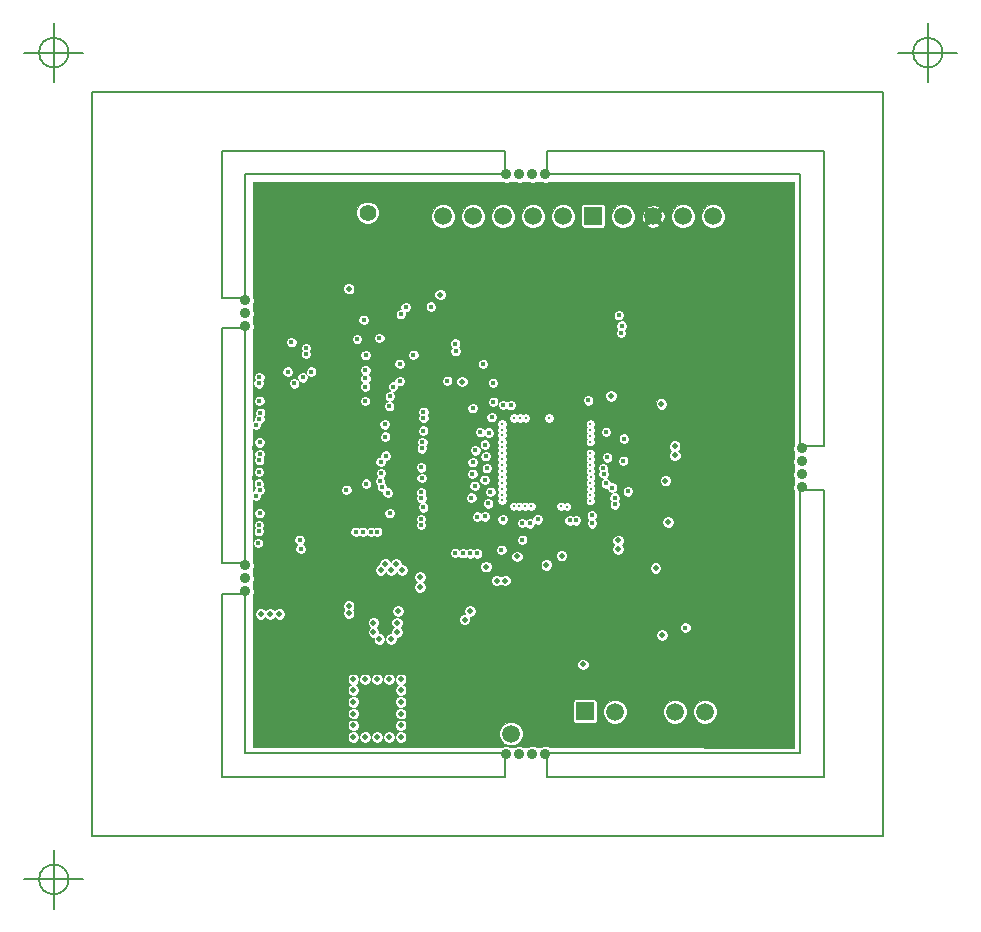
<source format=gbr>
G04 (created by PCBNEW-RS274X (2012-08-04 BZR 3667)-testing) date 10/19/2012 7:17:05 PM*
%MOIN*%
G04 Gerber Fmt 3.4, Leading zero omitted, Abs format*
%FSLAX34Y34*%
G01*
G70*
G90*
G04 APERTURE LIST*
%ADD10C,0.0017*%
%ADD11C,0.0059*%
%ADD12C,0.0077*%
%ADD13C,0.0195*%
%ADD14C,0.0157*%
%ADD15C,0.0354*%
%ADD16C,0.2165*%
%ADD17C,0.051*%
%ADD18C,0.055*%
%ADD19C,0.0597*%
%ADD20R,0.0597X0.0597*%
%ADD21C,0.0432*%
%ADD22C,0.0196*%
%ADD23C,0.0118*%
%ADD24C,0.0117*%
%ADD25C,0.0039*%
G04 APERTURE END LIST*
G54D10*
G54D11*
X41831Y-53937D02*
G75*
G03X41831Y-53937I-492J0D01*
G74*
G01*
X40355Y-53937D02*
X42323Y-53937D01*
X41339Y-52953D02*
X41339Y-54921D01*
X70964Y-26378D02*
G75*
G03X70964Y-26378I-492J0D01*
G74*
G01*
X69488Y-26378D02*
X71456Y-26378D01*
X70472Y-25394D02*
X70472Y-27362D01*
X41831Y-26378D02*
G75*
G03X41831Y-26378I-492J0D01*
G74*
G01*
X40355Y-26378D02*
X42323Y-26378D01*
X41339Y-25394D02*
X41339Y-27362D01*
G54D12*
X42606Y-52483D02*
X42606Y-27680D01*
X68983Y-52483D02*
X42606Y-52483D01*
X68983Y-27680D02*
X68983Y-52483D01*
X42606Y-27680D02*
X68983Y-27680D01*
X66228Y-30437D02*
X66228Y-39492D01*
X57764Y-30437D02*
X66228Y-30437D01*
X57764Y-29650D02*
X57764Y-30437D01*
X67016Y-29650D02*
X57764Y-29650D01*
X67016Y-39492D02*
X67016Y-29650D01*
X66228Y-39492D02*
X67016Y-39492D01*
X57764Y-50515D02*
X57764Y-49728D01*
X67016Y-50515D02*
X57764Y-50515D01*
X67016Y-40948D02*
X67016Y-50515D01*
X66228Y-40948D02*
X67016Y-40948D01*
X66228Y-49728D02*
X66228Y-40948D01*
X57764Y-49728D02*
X66228Y-49728D01*
X46936Y-50515D02*
X46936Y-44413D01*
X56386Y-50515D02*
X46936Y-50515D01*
X56386Y-49728D02*
X56386Y-50515D01*
X47724Y-49728D02*
X56386Y-49728D01*
X47724Y-44413D02*
X47724Y-49728D01*
X46936Y-44413D02*
X47724Y-44413D01*
X46936Y-43390D02*
X46936Y-35555D01*
X47724Y-43390D02*
X46936Y-43390D01*
X47724Y-35555D02*
X47724Y-43390D01*
X46936Y-35555D02*
X47724Y-35555D01*
X47724Y-30437D02*
X47724Y-34570D01*
X46936Y-34570D02*
X47724Y-34570D01*
X46936Y-29648D02*
X46936Y-34570D01*
X46936Y-29648D02*
X56384Y-29648D01*
X56384Y-29648D02*
X56384Y-30437D01*
X47724Y-30437D02*
X56384Y-30437D01*
G54D13*
X56102Y-43975D03*
G54D14*
X61013Y-44997D03*
X61363Y-45005D03*
X61158Y-45292D03*
X61386Y-35540D03*
X61024Y-35536D03*
X61024Y-35198D03*
X61394Y-35193D03*
X56791Y-43535D03*
X63583Y-34409D03*
G54D15*
X47725Y-34630D03*
X47725Y-35063D03*
X47725Y-35496D03*
X47725Y-44335D03*
X47725Y-43902D03*
X47725Y-43469D03*
X66268Y-39571D03*
X66268Y-40004D03*
X66268Y-40437D03*
X66268Y-40870D03*
G54D14*
X58185Y-40460D03*
X58185Y-40027D03*
X57968Y-40244D03*
X58401Y-40244D03*
X61129Y-38252D03*
X61011Y-37386D03*
X63553Y-36201D03*
X63571Y-36520D03*
X63571Y-36993D03*
X52273Y-32898D03*
X52272Y-33331D03*
X51445Y-33331D03*
X51446Y-32898D03*
X59398Y-33803D03*
X59005Y-33804D03*
X61367Y-33804D03*
X61760Y-33803D03*
X64005Y-31204D03*
X65736Y-31283D03*
X53610Y-30890D03*
X53059Y-30890D03*
X59791Y-30889D03*
X59201Y-30889D03*
X58571Y-30889D03*
X57901Y-30889D03*
X57311Y-30890D03*
X54240Y-30890D03*
X54831Y-30890D03*
X55461Y-30890D03*
X56130Y-30890D03*
X56721Y-30890D03*
X62783Y-30889D03*
X62193Y-30889D03*
X61563Y-30889D03*
X60893Y-30889D03*
X60382Y-30890D03*
X63335Y-30890D03*
X63846Y-30889D03*
X64516Y-30889D03*
X65146Y-30889D03*
X65736Y-30889D03*
X63127Y-32925D03*
X63138Y-33292D03*
X63600Y-33280D03*
X62655Y-33280D03*
X63453Y-32544D03*
X61484Y-32544D03*
X62065Y-32532D03*
X60894Y-32544D03*
X62744Y-32544D03*
X60658Y-33292D03*
X61120Y-33280D03*
X62065Y-33280D03*
X61603Y-33292D03*
X59752Y-33292D03*
X60214Y-33280D03*
X55953Y-33291D03*
X55312Y-33271D03*
X60343Y-32544D03*
X59269Y-33280D03*
X56465Y-33291D03*
X56965Y-33280D03*
X54289Y-33271D03*
X54762Y-33271D03*
X58807Y-33292D03*
X57410Y-33291D03*
X50618Y-30929D03*
X50895Y-32898D03*
X50894Y-33331D03*
X49281Y-33527D03*
X50028Y-30929D03*
X49950Y-33567D03*
X49398Y-30929D03*
X48728Y-30929D03*
X48256Y-35103D03*
X48650Y-35102D03*
X48650Y-34552D03*
X48256Y-34552D03*
X48256Y-33410D03*
X48650Y-33410D03*
X48650Y-33961D03*
X48256Y-33961D03*
X48255Y-32898D03*
X48255Y-32504D03*
X48255Y-32032D03*
X48255Y-31520D03*
X48256Y-30929D03*
X52627Y-36166D03*
X51995Y-39173D03*
X51680Y-39173D03*
X51365Y-39173D03*
X51010Y-39212D03*
X51004Y-38953D03*
X51012Y-39551D03*
X51012Y-40181D03*
X55718Y-42968D03*
X55450Y-43472D03*
X54248Y-41252D03*
X53937Y-41520D03*
X53925Y-41248D03*
X52413Y-41387D03*
X51196Y-41394D03*
X63602Y-33632D03*
X63612Y-33967D03*
X64016Y-36220D03*
X64043Y-36559D03*
X64035Y-34409D03*
X64043Y-34039D03*
X65462Y-33764D03*
X65776Y-33764D03*
X65146Y-33764D03*
X64832Y-33764D03*
X64202Y-33764D03*
X64516Y-33764D03*
X64516Y-36835D03*
X64202Y-36835D03*
X64832Y-36835D03*
X65146Y-36835D03*
X65776Y-36835D03*
X65462Y-36835D03*
X65697Y-42268D03*
X65696Y-41677D03*
X65696Y-41087D03*
X65696Y-40535D03*
X65697Y-37977D03*
X65697Y-38646D03*
X65697Y-39906D03*
X63570Y-40024D03*
X63570Y-39591D03*
X63571Y-39079D03*
X63571Y-38528D03*
X63571Y-37977D03*
X63570Y-42937D03*
X63570Y-40535D03*
X63570Y-41087D03*
X63570Y-41677D03*
X63571Y-42268D03*
X63137Y-42584D03*
X63138Y-42230D03*
X63138Y-39867D03*
X63137Y-40221D03*
X63136Y-37859D03*
X63137Y-37505D03*
X62626Y-36717D03*
X62626Y-36205D03*
X62626Y-35772D03*
X62626Y-37229D03*
X62626Y-37858D03*
X63571Y-37504D03*
X62114Y-38488D03*
X62665Y-38488D03*
X62114Y-37858D03*
X62114Y-37229D03*
X61169Y-44473D03*
X61721Y-43882D03*
X61681Y-44355D03*
X62274Y-40728D03*
X62271Y-41166D03*
X62271Y-41756D03*
X62271Y-42307D03*
X62271Y-44315D03*
X62272Y-43646D03*
X62271Y-42937D03*
X62704Y-42307D03*
X62704Y-41756D03*
X62704Y-41166D03*
X62697Y-40728D03*
X62704Y-42937D03*
X62705Y-43646D03*
X62704Y-44315D03*
X58618Y-40460D03*
X57752Y-40460D03*
X57319Y-40460D03*
X56886Y-40460D03*
X56669Y-40677D03*
X57102Y-40677D03*
X57539Y-40677D03*
X57968Y-40677D03*
X58401Y-40677D03*
X58834Y-40677D03*
X58834Y-41110D03*
X58401Y-41110D03*
X57968Y-41110D03*
X57539Y-41110D03*
X57102Y-41110D03*
X56669Y-41110D03*
X56886Y-40893D03*
X57319Y-40893D03*
X58185Y-40893D03*
X57752Y-40893D03*
X58618Y-40893D03*
X58618Y-40027D03*
X57752Y-40027D03*
X57319Y-40027D03*
X56886Y-40027D03*
X56669Y-40244D03*
X57102Y-40244D03*
X57539Y-40244D03*
X58834Y-40244D03*
X58834Y-39811D03*
X58401Y-39811D03*
X57968Y-39811D03*
X57539Y-39811D03*
X57102Y-39811D03*
X56669Y-39811D03*
X56886Y-39594D03*
X57319Y-39594D03*
X58185Y-39594D03*
X57752Y-39594D03*
X58618Y-39594D03*
X58618Y-39161D03*
X57752Y-39161D03*
X58185Y-39161D03*
X57319Y-39161D03*
X56886Y-39161D03*
X56669Y-39378D03*
X57102Y-39378D03*
X57539Y-39378D03*
X57968Y-39378D03*
X58401Y-39378D03*
X58834Y-39378D03*
X58834Y-38945D03*
X58401Y-38945D03*
X57968Y-38945D03*
X57539Y-38945D03*
X57102Y-38945D03*
X56669Y-38945D03*
X64055Y-43533D03*
X64045Y-43858D03*
X64555Y-43282D03*
X64241Y-43282D03*
X64871Y-43282D03*
X65185Y-43282D03*
X65815Y-43282D03*
X65501Y-43282D03*
X65510Y-46353D03*
X65824Y-46353D03*
X65194Y-46353D03*
X64880Y-46353D03*
X64065Y-46083D03*
X64035Y-45758D03*
X63514Y-46358D03*
X64250Y-46353D03*
X64564Y-46353D03*
X63553Y-43435D03*
X63553Y-43907D03*
X63494Y-45856D03*
X60472Y-44461D03*
X57598Y-45152D03*
X57598Y-44837D03*
X56249Y-44866D03*
X55658Y-44866D03*
X54516Y-38173D03*
X54516Y-37858D03*
X54005Y-37858D03*
X55028Y-44236D03*
X54162Y-43488D03*
X54756Y-43909D03*
X65736Y-47032D03*
X64319Y-49355D03*
X65736Y-49355D03*
X65106Y-49355D03*
X60622Y-47855D03*
X62889Y-49028D03*
X62889Y-49343D03*
X63480Y-49343D03*
X63480Y-49028D03*
X60566Y-49028D03*
X60566Y-49343D03*
X61118Y-49343D03*
X61118Y-49028D03*
X62260Y-49028D03*
X62260Y-49343D03*
X61709Y-49343D03*
X61709Y-49028D03*
X59465Y-49028D03*
X59465Y-49343D03*
X60016Y-49343D03*
X60016Y-49028D03*
X58914Y-49028D03*
X58914Y-49343D03*
X58323Y-49343D03*
X58323Y-49028D03*
X58335Y-48567D03*
X63138Y-46953D03*
X62587Y-46953D03*
X61012Y-46941D03*
X62004Y-46957D03*
X58465Y-46850D03*
X58099Y-46835D03*
X57547Y-46835D03*
X56996Y-46835D03*
X56484Y-46835D03*
X56012Y-46835D03*
X53932Y-47357D03*
X59417Y-46406D03*
X61760Y-46284D03*
X61406Y-46284D03*
X56642Y-46284D03*
X56996Y-46284D03*
X52378Y-46382D03*
X52031Y-46382D03*
X50539Y-46873D03*
X49870Y-46676D03*
X49240Y-46755D03*
X48295Y-45968D03*
X48689Y-45968D03*
X48689Y-45496D03*
X48295Y-45496D03*
X48295Y-46441D03*
X48689Y-46441D03*
X48689Y-46913D03*
X48295Y-46913D03*
X48295Y-47386D03*
X48295Y-47937D03*
X48295Y-48449D03*
X48295Y-48921D03*
X48295Y-49315D03*
X48965Y-49315D03*
X49673Y-49315D03*
X50382Y-49315D03*
G54D13*
X48861Y-45087D03*
X48546Y-45087D03*
X48231Y-45087D03*
X52389Y-43424D03*
X52744Y-43424D03*
X52941Y-43620D03*
X52586Y-43621D03*
X52782Y-45375D03*
X52782Y-45690D03*
X52584Y-45927D03*
X52190Y-45927D03*
X51994Y-45690D03*
X51994Y-45375D03*
G54D16*
X49752Y-32228D03*
X64791Y-32228D03*
X64791Y-47975D03*
X49752Y-47975D03*
G54D13*
X56378Y-43975D03*
X52232Y-43621D03*
X52112Y-49195D03*
X51720Y-49197D03*
X52507Y-49197D03*
X51325Y-49197D03*
X52902Y-49197D03*
X51325Y-48802D03*
X51325Y-48410D03*
X51325Y-48015D03*
X51325Y-47622D03*
X51325Y-47267D03*
X51720Y-47267D03*
X52114Y-47267D03*
X52507Y-47267D03*
X52900Y-47267D03*
X52900Y-47622D03*
X52900Y-48015D03*
X52900Y-48410D03*
X52900Y-48802D03*
G54D15*
X56426Y-49768D03*
X56859Y-49768D03*
X57292Y-49768D03*
X57726Y-49768D03*
X56425Y-30437D03*
X56858Y-30437D03*
X57291Y-30437D03*
X57725Y-30437D03*
G54D13*
X54516Y-48607D03*
X54831Y-48607D03*
X55146Y-48607D03*
X55461Y-48607D03*
X59419Y-47520D03*
X60512Y-47510D03*
X62312Y-47426D03*
X63336Y-47426D03*
G54D17*
X51299Y-32217D03*
X52299Y-32217D03*
X52299Y-31217D03*
X51299Y-31217D03*
G54D18*
X51799Y-31717D03*
G54D19*
X58307Y-31834D03*
X57307Y-31834D03*
X56307Y-31834D03*
X55307Y-31834D03*
G54D20*
X53307Y-31814D03*
G54D19*
X54307Y-31834D03*
G54D20*
X57576Y-49079D03*
G54D19*
X56576Y-49079D03*
G54D21*
X49554Y-45454D03*
X49554Y-35062D03*
G54D19*
X63314Y-31834D03*
X62314Y-31834D03*
X61314Y-31834D03*
G54D20*
X59314Y-31814D03*
G54D19*
X60314Y-31834D03*
X63043Y-48350D03*
X62043Y-48350D03*
X61043Y-48350D03*
G54D20*
X59043Y-48330D03*
G54D19*
X60043Y-48350D03*
G54D13*
X56783Y-43173D03*
X61728Y-40646D03*
X61398Y-43563D03*
X61821Y-42018D03*
X61594Y-38083D03*
X55748Y-43512D03*
X55032Y-45276D03*
X58976Y-46772D03*
G54D14*
X60177Y-35130D03*
G54D13*
X54949Y-37343D03*
G54D14*
X52646Y-37508D03*
G54D13*
X54221Y-34441D03*
X51169Y-34244D03*
X57756Y-43449D03*
G54D14*
X56949Y-42618D03*
G54D13*
X58264Y-43146D03*
X61614Y-45787D03*
X60142Y-42921D03*
G54D14*
X55299Y-38228D03*
G54D13*
X62039Y-39803D03*
X59910Y-37815D03*
X62036Y-39500D03*
G54D14*
X49256Y-36028D03*
X53323Y-36453D03*
G54D13*
X58002Y-47500D03*
G54D14*
X59961Y-44311D03*
X58626Y-44390D03*
X58413Y-43508D03*
X60205Y-43484D03*
X61614Y-45291D03*
X60531Y-45295D03*
X59882Y-37386D03*
X58256Y-36228D03*
X57106Y-36587D03*
G54D13*
X58616Y-45230D03*
G54D14*
X61102Y-40835D03*
G54D13*
X57668Y-44518D03*
G54D14*
X52012Y-34799D03*
G54D13*
X50921Y-43799D03*
X51012Y-36701D03*
G54D14*
X48154Y-36225D03*
X48154Y-35831D03*
G54D13*
X48158Y-36717D03*
X48150Y-39079D03*
X48189Y-41437D03*
G54D14*
X48032Y-37599D03*
X48047Y-38189D03*
X48024Y-39571D03*
X48028Y-40551D03*
X48032Y-41933D03*
X48032Y-42918D03*
X48197Y-43508D03*
G54D13*
X48138Y-43807D03*
G54D14*
X61264Y-40071D03*
X54457Y-43477D03*
G54D13*
X53465Y-45815D03*
G54D14*
X54579Y-44225D03*
G54D13*
X54268Y-46508D03*
G54D14*
X48102Y-44492D03*
X50921Y-44492D03*
X60441Y-34681D03*
G54D13*
X57984Y-48284D03*
G54D14*
X61957Y-34823D03*
X60906Y-36260D03*
X61957Y-35933D03*
X62154Y-36559D03*
X61228Y-42177D03*
X60882Y-38087D03*
X60780Y-39406D03*
X59350Y-37213D03*
G54D22*
X56091Y-35378D03*
X55579Y-35130D03*
G54D14*
X59508Y-36051D03*
X59650Y-35925D03*
X57094Y-35291D03*
X58354Y-35528D03*
X58370Y-36783D03*
X48165Y-37402D03*
X60266Y-35482D03*
X48193Y-37205D03*
X60246Y-35719D03*
X49132Y-37012D03*
X49565Y-42918D03*
X62392Y-45541D03*
G54D13*
X55217Y-44988D03*
G54D14*
X60030Y-41211D03*
G54D23*
X59228Y-39933D03*
G54D14*
X56957Y-42059D03*
G54D23*
X56665Y-41504D03*
G54D14*
X60319Y-39984D03*
G54D23*
X56866Y-38555D03*
G54D14*
X55981Y-37386D03*
G54D23*
X59228Y-38752D03*
G54D13*
X52811Y-44992D03*
X53539Y-43862D03*
X53539Y-44197D03*
G54D23*
X59228Y-41114D03*
G54D14*
X60039Y-41437D03*
X55638Y-36756D03*
G54D23*
X57063Y-38555D03*
G54D14*
X59272Y-41807D03*
X59748Y-39020D03*
G54D23*
X58240Y-41504D03*
X59225Y-39146D03*
X59228Y-38949D03*
X59228Y-40130D03*
X57847Y-38555D03*
G54D14*
X59150Y-37972D03*
G54D23*
X57059Y-41504D03*
G54D14*
X55933Y-38528D03*
G54D24*
X56276Y-39736D03*
X56276Y-40327D03*
G54D14*
X56260Y-42953D03*
G54D23*
X56858Y-41504D03*
G54D13*
X60154Y-42638D03*
G54D23*
X59228Y-41311D03*
G54D14*
X55394Y-39638D03*
X53650Y-41536D03*
G54D23*
X56276Y-41110D03*
G54D14*
X53583Y-40201D03*
G54D23*
X56280Y-39933D03*
G54D14*
X55831Y-39047D03*
G54D23*
X56276Y-40914D03*
G54D14*
X53579Y-41925D03*
X53602Y-40559D03*
G54D23*
X56276Y-40130D03*
G54D14*
X55303Y-40032D03*
X53662Y-38355D03*
G54D23*
X56276Y-38748D03*
G54D14*
X55709Y-39445D03*
X52193Y-35890D03*
X59740Y-40740D03*
X54453Y-37319D03*
X51721Y-37508D03*
X54721Y-36075D03*
X59787Y-39870D03*
X55555Y-39028D03*
X53662Y-38555D03*
G54D23*
X56276Y-38945D03*
G54D14*
X53610Y-39571D03*
G54D23*
X56276Y-39540D03*
G54D14*
X53626Y-39370D03*
G54D23*
X56280Y-39343D03*
G54D14*
X53579Y-42122D03*
G54D23*
X56276Y-40717D03*
G54D14*
X55772Y-40232D03*
X55890Y-41016D03*
X55260Y-41209D03*
X55815Y-41406D03*
X55445Y-41846D03*
X56303Y-41937D03*
X53650Y-38981D03*
G54D23*
X56276Y-39138D03*
G54D14*
X53587Y-41040D03*
G54D23*
X56276Y-40524D03*
G54D14*
X55288Y-40421D03*
X55701Y-40618D03*
X55366Y-40819D03*
X55705Y-41839D03*
G54D23*
X59228Y-40327D03*
G54D14*
X51732Y-36461D03*
G54D23*
X56276Y-41307D03*
G54D14*
X53591Y-41236D03*
X59951Y-40876D03*
X51728Y-36957D03*
G54D23*
X59232Y-40524D03*
G54D14*
X52870Y-37327D03*
X51728Y-37240D03*
X52870Y-36752D03*
X59669Y-40425D03*
X55736Y-39831D03*
X53906Y-34843D03*
X48193Y-37984D03*
X52906Y-35095D03*
X52543Y-37827D03*
X57205Y-42071D03*
X60473Y-41000D03*
G54D23*
X59232Y-40918D03*
G54D14*
X60339Y-39244D03*
G54D23*
X59228Y-39343D03*
X57252Y-41504D03*
G54D14*
X57465Y-41937D03*
X59646Y-40225D03*
X54736Y-36331D03*
X49354Y-37402D03*
X53071Y-34862D03*
X52276Y-40847D03*
X52248Y-40394D03*
X48185Y-39965D03*
X48221Y-38386D03*
X52516Y-38162D03*
X48201Y-39768D03*
X52232Y-40016D03*
X48197Y-39370D03*
X52402Y-39815D03*
X48079Y-38783D03*
X52386Y-39181D03*
X48193Y-38591D03*
X52366Y-38772D03*
G54D23*
X59228Y-39732D03*
G54D14*
X51445Y-35929D03*
X52213Y-40654D03*
X48181Y-40355D03*
X55984Y-38016D03*
X56319Y-38122D03*
X56575Y-38130D03*
G54D23*
X56669Y-38555D03*
G54D14*
X49744Y-36425D03*
X49634Y-37205D03*
X49917Y-37012D03*
X49748Y-36225D03*
X51717Y-37992D03*
X52535Y-41732D03*
X48173Y-42331D03*
X52118Y-42354D03*
X54984Y-43063D03*
X48173Y-40748D03*
X55453Y-43067D03*
X51752Y-40748D03*
X48181Y-42130D03*
X51917Y-42355D03*
X48197Y-41732D03*
X51398Y-42355D03*
X48075Y-41142D03*
X51638Y-42355D03*
X48201Y-40949D03*
X54721Y-43055D03*
X51091Y-40949D03*
X55225Y-43067D03*
G54D23*
X59228Y-40721D03*
G54D14*
X51669Y-35288D03*
G54D23*
X58437Y-41508D03*
G54D14*
X58536Y-41973D03*
X59281Y-42067D03*
X58740Y-41969D03*
X52465Y-41043D03*
X49535Y-42618D03*
X48154Y-42725D03*
G54D13*
X51169Y-44827D03*
X51169Y-45063D03*
G54D10*
G36*
X66005Y-49548D02*
X63708Y-49542D01*
X63708Y-31913D01*
X63708Y-31756D01*
X63648Y-31611D01*
X63537Y-31500D01*
X63393Y-31440D01*
X63236Y-31440D01*
X63091Y-31500D01*
X62980Y-31611D01*
X62920Y-31755D01*
X62920Y-31912D01*
X62980Y-32057D01*
X63091Y-32168D01*
X63235Y-32228D01*
X63392Y-32228D01*
X63537Y-32168D01*
X63648Y-32057D01*
X63708Y-31913D01*
X63708Y-49542D01*
X63437Y-49542D01*
X63437Y-48429D01*
X63437Y-48272D01*
X63377Y-48127D01*
X63266Y-48016D01*
X63122Y-47956D01*
X62965Y-47956D01*
X62820Y-48016D01*
X62709Y-48127D01*
X62708Y-48129D01*
X62708Y-31913D01*
X62708Y-31756D01*
X62648Y-31611D01*
X62537Y-31500D01*
X62393Y-31440D01*
X62236Y-31440D01*
X62091Y-31500D01*
X61980Y-31611D01*
X61920Y-31755D01*
X61920Y-31912D01*
X61980Y-32057D01*
X62091Y-32168D01*
X62235Y-32228D01*
X62392Y-32228D01*
X62537Y-32168D01*
X62648Y-32057D01*
X62708Y-31913D01*
X62708Y-48129D01*
X62649Y-48271D01*
X62649Y-48428D01*
X62709Y-48573D01*
X62820Y-48684D01*
X62964Y-48744D01*
X63121Y-48744D01*
X63266Y-48684D01*
X63377Y-48573D01*
X63437Y-48429D01*
X63437Y-49542D01*
X62567Y-49540D01*
X62567Y-45576D01*
X62567Y-45506D01*
X62540Y-45442D01*
X62491Y-45393D01*
X62427Y-45366D01*
X62357Y-45366D01*
X62293Y-45393D01*
X62244Y-45442D01*
X62232Y-45470D01*
X62232Y-39842D01*
X62232Y-39765D01*
X62203Y-39694D01*
X62159Y-39650D01*
X62199Y-39610D01*
X62229Y-39539D01*
X62229Y-39462D01*
X62200Y-39391D01*
X62146Y-39337D01*
X62075Y-39307D01*
X61998Y-39307D01*
X61927Y-39336D01*
X61873Y-39390D01*
X61843Y-39461D01*
X61843Y-39538D01*
X61872Y-39609D01*
X61916Y-39653D01*
X61876Y-39693D01*
X61846Y-39764D01*
X61846Y-39841D01*
X61875Y-39912D01*
X61929Y-39966D01*
X62000Y-39996D01*
X62077Y-39996D01*
X62148Y-39967D01*
X62202Y-39913D01*
X62232Y-39842D01*
X62232Y-45470D01*
X62217Y-45506D01*
X62217Y-45576D01*
X62244Y-45640D01*
X62293Y-45689D01*
X62357Y-45716D01*
X62427Y-45716D01*
X62491Y-45689D01*
X62540Y-45640D01*
X62567Y-45576D01*
X62567Y-49540D01*
X62437Y-49540D01*
X62437Y-48429D01*
X62437Y-48272D01*
X62377Y-48127D01*
X62266Y-48016D01*
X62122Y-47956D01*
X62014Y-47956D01*
X62014Y-42057D01*
X62014Y-41980D01*
X61985Y-41909D01*
X61931Y-41855D01*
X61921Y-41850D01*
X61921Y-40685D01*
X61921Y-40608D01*
X61892Y-40537D01*
X61838Y-40483D01*
X61787Y-40461D01*
X61787Y-38122D01*
X61787Y-38045D01*
X61758Y-37974D01*
X61704Y-37920D01*
X61697Y-37917D01*
X61697Y-31849D01*
X61673Y-31701D01*
X61662Y-31674D01*
X61619Y-31635D01*
X61513Y-31741D01*
X61513Y-31529D01*
X61474Y-31486D01*
X61329Y-31451D01*
X61181Y-31475D01*
X61154Y-31486D01*
X61115Y-31529D01*
X61314Y-31728D01*
X61513Y-31529D01*
X61513Y-31741D01*
X61420Y-31834D01*
X61619Y-32033D01*
X61662Y-31994D01*
X61697Y-31849D01*
X61697Y-37917D01*
X61633Y-37890D01*
X61556Y-37890D01*
X61513Y-37907D01*
X61513Y-32139D01*
X61314Y-31940D01*
X61208Y-32046D01*
X61208Y-31834D01*
X61009Y-31635D01*
X60966Y-31674D01*
X60931Y-31819D01*
X60955Y-31967D01*
X60966Y-31994D01*
X61009Y-32033D01*
X61208Y-31834D01*
X61208Y-32046D01*
X61115Y-32139D01*
X61154Y-32182D01*
X61299Y-32217D01*
X61447Y-32193D01*
X61474Y-32182D01*
X61513Y-32139D01*
X61513Y-37907D01*
X61485Y-37919D01*
X61431Y-37973D01*
X61401Y-38044D01*
X61401Y-38121D01*
X61430Y-38192D01*
X61484Y-38246D01*
X61555Y-38276D01*
X61632Y-38276D01*
X61703Y-38247D01*
X61757Y-38193D01*
X61787Y-38122D01*
X61787Y-40461D01*
X61767Y-40453D01*
X61690Y-40453D01*
X61619Y-40482D01*
X61565Y-40536D01*
X61535Y-40607D01*
X61535Y-40684D01*
X61564Y-40755D01*
X61618Y-40809D01*
X61689Y-40839D01*
X61766Y-40839D01*
X61837Y-40810D01*
X61891Y-40756D01*
X61921Y-40685D01*
X61921Y-41850D01*
X61860Y-41825D01*
X61783Y-41825D01*
X61712Y-41854D01*
X61658Y-41908D01*
X61628Y-41979D01*
X61628Y-42056D01*
X61657Y-42127D01*
X61711Y-42181D01*
X61782Y-42211D01*
X61859Y-42211D01*
X61930Y-42182D01*
X61984Y-42128D01*
X62014Y-42057D01*
X62014Y-47956D01*
X61965Y-47956D01*
X61820Y-48016D01*
X61807Y-48029D01*
X61807Y-45826D01*
X61807Y-45749D01*
X61778Y-45678D01*
X61724Y-45624D01*
X61653Y-45594D01*
X61591Y-45594D01*
X61591Y-43602D01*
X61591Y-43525D01*
X61562Y-43454D01*
X61508Y-43400D01*
X61437Y-43370D01*
X61360Y-43370D01*
X61289Y-43399D01*
X61235Y-43453D01*
X61205Y-43524D01*
X61205Y-43601D01*
X61234Y-43672D01*
X61288Y-43726D01*
X61359Y-43756D01*
X61436Y-43756D01*
X61507Y-43727D01*
X61561Y-43673D01*
X61591Y-43602D01*
X61591Y-45594D01*
X61576Y-45594D01*
X61505Y-45623D01*
X61451Y-45677D01*
X61421Y-45748D01*
X61421Y-45825D01*
X61450Y-45896D01*
X61504Y-45950D01*
X61575Y-45980D01*
X61652Y-45980D01*
X61723Y-45951D01*
X61777Y-45897D01*
X61807Y-45826D01*
X61807Y-48029D01*
X61709Y-48127D01*
X61649Y-48271D01*
X61649Y-48428D01*
X61709Y-48573D01*
X61820Y-48684D01*
X61964Y-48744D01*
X62121Y-48744D01*
X62266Y-48684D01*
X62377Y-48573D01*
X62437Y-48429D01*
X62437Y-49540D01*
X60708Y-49536D01*
X60708Y-31913D01*
X60708Y-31756D01*
X60648Y-31611D01*
X60537Y-31500D01*
X60393Y-31440D01*
X60236Y-31440D01*
X60091Y-31500D01*
X59980Y-31611D01*
X59920Y-31755D01*
X59920Y-31912D01*
X59980Y-32057D01*
X60091Y-32168D01*
X60235Y-32228D01*
X60392Y-32228D01*
X60537Y-32168D01*
X60648Y-32057D01*
X60708Y-31913D01*
X60708Y-49536D01*
X60648Y-49536D01*
X60648Y-41035D01*
X60648Y-40965D01*
X60621Y-40901D01*
X60572Y-40852D01*
X60514Y-40827D01*
X60514Y-39279D01*
X60514Y-39209D01*
X60487Y-39145D01*
X60441Y-39099D01*
X60441Y-35517D01*
X60441Y-35447D01*
X60414Y-35383D01*
X60365Y-35334D01*
X60352Y-35328D01*
X60352Y-35165D01*
X60352Y-35095D01*
X60325Y-35031D01*
X60276Y-34982D01*
X60212Y-34955D01*
X60142Y-34955D01*
X60078Y-34982D01*
X60029Y-35031D01*
X60002Y-35095D01*
X60002Y-35165D01*
X60029Y-35229D01*
X60078Y-35278D01*
X60142Y-35305D01*
X60212Y-35305D01*
X60276Y-35278D01*
X60325Y-35229D01*
X60352Y-35165D01*
X60352Y-35328D01*
X60301Y-35307D01*
X60231Y-35307D01*
X60167Y-35334D01*
X60118Y-35383D01*
X60091Y-35447D01*
X60091Y-35517D01*
X60118Y-35581D01*
X60127Y-35590D01*
X60098Y-35620D01*
X60071Y-35684D01*
X60071Y-35754D01*
X60098Y-35818D01*
X60147Y-35867D01*
X60211Y-35894D01*
X60281Y-35894D01*
X60345Y-35867D01*
X60394Y-35818D01*
X60421Y-35754D01*
X60421Y-35684D01*
X60394Y-35620D01*
X60384Y-35610D01*
X60414Y-35581D01*
X60441Y-35517D01*
X60441Y-39099D01*
X60438Y-39096D01*
X60374Y-39069D01*
X60304Y-39069D01*
X60240Y-39096D01*
X60191Y-39145D01*
X60164Y-39209D01*
X60164Y-39279D01*
X60191Y-39343D01*
X60240Y-39392D01*
X60304Y-39419D01*
X60374Y-39419D01*
X60438Y-39392D01*
X60487Y-39343D01*
X60514Y-39279D01*
X60514Y-40827D01*
X60508Y-40825D01*
X60494Y-40825D01*
X60494Y-40019D01*
X60494Y-39949D01*
X60467Y-39885D01*
X60418Y-39836D01*
X60354Y-39809D01*
X60284Y-39809D01*
X60220Y-39836D01*
X60171Y-39885D01*
X60144Y-39949D01*
X60144Y-40019D01*
X60171Y-40083D01*
X60220Y-40132D01*
X60284Y-40159D01*
X60354Y-40159D01*
X60418Y-40132D01*
X60467Y-40083D01*
X60494Y-40019D01*
X60494Y-40825D01*
X60438Y-40825D01*
X60374Y-40852D01*
X60325Y-40901D01*
X60298Y-40965D01*
X60298Y-41035D01*
X60325Y-41099D01*
X60374Y-41148D01*
X60438Y-41175D01*
X60508Y-41175D01*
X60572Y-41148D01*
X60621Y-41099D01*
X60648Y-41035D01*
X60648Y-49536D01*
X60437Y-49535D01*
X60437Y-48429D01*
X60437Y-48272D01*
X60377Y-48127D01*
X60347Y-48097D01*
X60347Y-42677D01*
X60347Y-42600D01*
X60318Y-42529D01*
X60264Y-42475D01*
X60214Y-42453D01*
X60214Y-41472D01*
X60214Y-41402D01*
X60187Y-41338D01*
X60168Y-41319D01*
X60178Y-41310D01*
X60205Y-41246D01*
X60205Y-41176D01*
X60178Y-41112D01*
X60129Y-41063D01*
X60065Y-41036D01*
X60021Y-41036D01*
X60050Y-41024D01*
X60099Y-40975D01*
X60126Y-40911D01*
X60126Y-40841D01*
X60103Y-40786D01*
X60103Y-37854D01*
X60103Y-37777D01*
X60074Y-37706D01*
X60020Y-37652D01*
X59949Y-37622D01*
X59872Y-37622D01*
X59801Y-37651D01*
X59747Y-37705D01*
X59717Y-37776D01*
X59717Y-37853D01*
X59746Y-37924D01*
X59800Y-37978D01*
X59871Y-38008D01*
X59948Y-38008D01*
X60019Y-37979D01*
X60073Y-37925D01*
X60103Y-37854D01*
X60103Y-40786D01*
X60099Y-40777D01*
X60050Y-40728D01*
X59986Y-40701D01*
X59962Y-40701D01*
X59962Y-39905D01*
X59962Y-39835D01*
X59935Y-39771D01*
X59923Y-39759D01*
X59923Y-39055D01*
X59923Y-38985D01*
X59896Y-38921D01*
X59847Y-38872D01*
X59783Y-38845D01*
X59713Y-38845D01*
X59708Y-38847D01*
X59708Y-32131D01*
X59708Y-32093D01*
X59708Y-31497D01*
X59693Y-31462D01*
X59666Y-31435D01*
X59631Y-31420D01*
X59593Y-31420D01*
X58997Y-31420D01*
X58962Y-31435D01*
X58935Y-31462D01*
X58920Y-31497D01*
X58920Y-31535D01*
X58920Y-32131D01*
X58935Y-32166D01*
X58962Y-32193D01*
X58997Y-32208D01*
X59035Y-32208D01*
X59631Y-32208D01*
X59666Y-32193D01*
X59693Y-32166D01*
X59708Y-32131D01*
X59708Y-38847D01*
X59649Y-38872D01*
X59600Y-38921D01*
X59573Y-38985D01*
X59573Y-39055D01*
X59600Y-39119D01*
X59649Y-39168D01*
X59713Y-39195D01*
X59783Y-39195D01*
X59847Y-39168D01*
X59896Y-39119D01*
X59923Y-39055D01*
X59923Y-39759D01*
X59886Y-39722D01*
X59822Y-39695D01*
X59752Y-39695D01*
X59688Y-39722D01*
X59639Y-39771D01*
X59612Y-39835D01*
X59612Y-39905D01*
X59639Y-39969D01*
X59688Y-40018D01*
X59752Y-40045D01*
X59822Y-40045D01*
X59886Y-40018D01*
X59935Y-39969D01*
X59962Y-39905D01*
X59962Y-40701D01*
X59916Y-40701D01*
X59913Y-40701D01*
X59888Y-40641D01*
X59839Y-40592D01*
X59775Y-40565D01*
X59817Y-40524D01*
X59844Y-40460D01*
X59844Y-40390D01*
X59817Y-40326D01*
X59800Y-40309D01*
X59821Y-40260D01*
X59821Y-40190D01*
X59794Y-40126D01*
X59745Y-40077D01*
X59681Y-40050D01*
X59611Y-40050D01*
X59547Y-40077D01*
X59498Y-40126D01*
X59471Y-40190D01*
X59471Y-40260D01*
X59498Y-40324D01*
X59514Y-40340D01*
X59494Y-40390D01*
X59494Y-40460D01*
X59521Y-40524D01*
X59570Y-40573D01*
X59633Y-40599D01*
X59592Y-40641D01*
X59565Y-40705D01*
X59565Y-40775D01*
X59592Y-40839D01*
X59641Y-40888D01*
X59705Y-40915D01*
X59775Y-40915D01*
X59777Y-40914D01*
X59803Y-40975D01*
X59852Y-41024D01*
X59916Y-41051D01*
X59959Y-41051D01*
X59931Y-41063D01*
X59882Y-41112D01*
X59855Y-41176D01*
X59855Y-41246D01*
X59882Y-41310D01*
X59900Y-41328D01*
X59891Y-41338D01*
X59864Y-41402D01*
X59864Y-41472D01*
X59891Y-41536D01*
X59940Y-41585D01*
X60004Y-41612D01*
X60074Y-41612D01*
X60138Y-41585D01*
X60187Y-41536D01*
X60214Y-41472D01*
X60214Y-42453D01*
X60193Y-42445D01*
X60116Y-42445D01*
X60045Y-42474D01*
X59991Y-42528D01*
X59961Y-42599D01*
X59961Y-42676D01*
X59990Y-42747D01*
X60016Y-42773D01*
X59979Y-42811D01*
X59949Y-42882D01*
X59949Y-42959D01*
X59978Y-43030D01*
X60032Y-43084D01*
X60103Y-43114D01*
X60180Y-43114D01*
X60251Y-43085D01*
X60305Y-43031D01*
X60335Y-42960D01*
X60335Y-42883D01*
X60306Y-42812D01*
X60279Y-42785D01*
X60317Y-42748D01*
X60347Y-42677D01*
X60347Y-48097D01*
X60266Y-48016D01*
X60122Y-47956D01*
X59965Y-47956D01*
X59820Y-48016D01*
X59709Y-48127D01*
X59649Y-48271D01*
X59649Y-48428D01*
X59709Y-48573D01*
X59820Y-48684D01*
X59964Y-48744D01*
X60121Y-48744D01*
X60266Y-48684D01*
X60377Y-48573D01*
X60437Y-48429D01*
X60437Y-49535D01*
X59456Y-49533D01*
X59456Y-42102D01*
X59456Y-42032D01*
X59429Y-41968D01*
X59393Y-41932D01*
X59420Y-41906D01*
X59447Y-41842D01*
X59447Y-41772D01*
X59420Y-41708D01*
X59388Y-41676D01*
X59388Y-40949D01*
X59388Y-40887D01*
X59364Y-40830D01*
X59351Y-40817D01*
X59360Y-40809D01*
X59384Y-40752D01*
X59384Y-40690D01*
X59360Y-40633D01*
X59351Y-40624D01*
X59364Y-40612D01*
X59388Y-40555D01*
X59388Y-40493D01*
X59364Y-40436D01*
X59351Y-40423D01*
X59360Y-40415D01*
X59384Y-40358D01*
X59384Y-40296D01*
X59360Y-40239D01*
X59349Y-40228D01*
X59360Y-40218D01*
X59384Y-40161D01*
X59384Y-40099D01*
X59360Y-40042D01*
X59349Y-40031D01*
X59360Y-40021D01*
X59384Y-39964D01*
X59384Y-39902D01*
X59360Y-39845D01*
X59347Y-39832D01*
X59360Y-39820D01*
X59384Y-39763D01*
X59384Y-39701D01*
X59384Y-39374D01*
X59384Y-39312D01*
X59360Y-39255D01*
X59348Y-39243D01*
X59357Y-39234D01*
X59381Y-39177D01*
X59381Y-39115D01*
X59357Y-39058D01*
X59348Y-39049D01*
X59360Y-39037D01*
X59384Y-38980D01*
X59384Y-38918D01*
X59360Y-38861D01*
X59349Y-38850D01*
X59360Y-38840D01*
X59384Y-38783D01*
X59384Y-38721D01*
X59360Y-38664D01*
X59325Y-38629D01*
X59325Y-38007D01*
X59325Y-37937D01*
X59298Y-37873D01*
X59249Y-37824D01*
X59185Y-37797D01*
X59115Y-37797D01*
X59051Y-37824D01*
X59002Y-37873D01*
X58975Y-37937D01*
X58975Y-38007D01*
X59002Y-38071D01*
X59051Y-38120D01*
X59115Y-38147D01*
X59185Y-38147D01*
X59249Y-38120D01*
X59298Y-38071D01*
X59325Y-38007D01*
X59325Y-38629D01*
X59316Y-38620D01*
X59259Y-38596D01*
X59197Y-38596D01*
X59140Y-38620D01*
X59096Y-38664D01*
X59072Y-38721D01*
X59072Y-38783D01*
X59096Y-38840D01*
X59106Y-38850D01*
X59096Y-38861D01*
X59072Y-38918D01*
X59072Y-38980D01*
X59096Y-39037D01*
X59105Y-39046D01*
X59093Y-39058D01*
X59069Y-39115D01*
X59069Y-39177D01*
X59093Y-39234D01*
X59105Y-39246D01*
X59096Y-39255D01*
X59072Y-39312D01*
X59072Y-39374D01*
X59096Y-39431D01*
X59140Y-39475D01*
X59197Y-39499D01*
X59259Y-39499D01*
X59316Y-39475D01*
X59360Y-39431D01*
X59384Y-39374D01*
X59384Y-39701D01*
X59360Y-39644D01*
X59316Y-39600D01*
X59259Y-39576D01*
X59197Y-39576D01*
X59140Y-39600D01*
X59096Y-39644D01*
X59072Y-39701D01*
X59072Y-39763D01*
X59096Y-39820D01*
X59108Y-39832D01*
X59096Y-39845D01*
X59072Y-39902D01*
X59072Y-39964D01*
X59096Y-40021D01*
X59106Y-40031D01*
X59096Y-40042D01*
X59072Y-40099D01*
X59072Y-40161D01*
X59096Y-40218D01*
X59106Y-40228D01*
X59096Y-40239D01*
X59072Y-40296D01*
X59072Y-40358D01*
X59096Y-40415D01*
X59108Y-40427D01*
X59100Y-40436D01*
X59076Y-40493D01*
X59076Y-40555D01*
X59100Y-40612D01*
X59108Y-40620D01*
X59096Y-40633D01*
X59072Y-40690D01*
X59072Y-40752D01*
X59096Y-40809D01*
X59108Y-40821D01*
X59100Y-40830D01*
X59076Y-40887D01*
X59076Y-40949D01*
X59100Y-41006D01*
X59108Y-41014D01*
X59096Y-41026D01*
X59072Y-41083D01*
X59072Y-41145D01*
X59096Y-41202D01*
X59106Y-41212D01*
X59096Y-41223D01*
X59072Y-41280D01*
X59072Y-41342D01*
X59096Y-41399D01*
X59140Y-41443D01*
X59197Y-41467D01*
X59259Y-41467D01*
X59316Y-41443D01*
X59360Y-41399D01*
X59384Y-41342D01*
X59384Y-41280D01*
X59360Y-41223D01*
X59349Y-41212D01*
X59360Y-41202D01*
X59384Y-41145D01*
X59384Y-41083D01*
X59360Y-41026D01*
X59352Y-41018D01*
X59364Y-41006D01*
X59388Y-40949D01*
X59388Y-41676D01*
X59371Y-41659D01*
X59307Y-41632D01*
X59237Y-41632D01*
X59173Y-41659D01*
X59124Y-41708D01*
X59097Y-41772D01*
X59097Y-41842D01*
X59124Y-41906D01*
X59159Y-41941D01*
X59133Y-41968D01*
X59106Y-42032D01*
X59106Y-42102D01*
X59133Y-42166D01*
X59182Y-42215D01*
X59246Y-42242D01*
X59316Y-42242D01*
X59380Y-42215D01*
X59429Y-42166D01*
X59456Y-42102D01*
X59456Y-49533D01*
X59437Y-49533D01*
X59437Y-48647D01*
X59437Y-48609D01*
X59437Y-48013D01*
X59422Y-47978D01*
X59395Y-47951D01*
X59360Y-47936D01*
X59322Y-47936D01*
X59169Y-47936D01*
X59169Y-46811D01*
X59169Y-46734D01*
X59140Y-46663D01*
X59086Y-46609D01*
X59015Y-46579D01*
X58938Y-46579D01*
X58915Y-46588D01*
X58915Y-42004D01*
X58915Y-41934D01*
X58888Y-41870D01*
X58839Y-41821D01*
X58775Y-41794D01*
X58705Y-41794D01*
X58701Y-41795D01*
X58701Y-31913D01*
X58701Y-31756D01*
X58641Y-31611D01*
X58530Y-31500D01*
X58386Y-31440D01*
X58229Y-31440D01*
X58084Y-31500D01*
X57973Y-31611D01*
X57913Y-31755D01*
X57913Y-31912D01*
X57973Y-32057D01*
X58084Y-32168D01*
X58228Y-32228D01*
X58385Y-32228D01*
X58530Y-32168D01*
X58641Y-32057D01*
X58701Y-31913D01*
X58701Y-41795D01*
X58641Y-41821D01*
X58636Y-41826D01*
X58635Y-41825D01*
X58593Y-41807D01*
X58593Y-41539D01*
X58593Y-41477D01*
X58569Y-41420D01*
X58525Y-41376D01*
X58468Y-41352D01*
X58406Y-41352D01*
X58349Y-41376D01*
X58340Y-41384D01*
X58328Y-41372D01*
X58271Y-41348D01*
X58209Y-41348D01*
X58152Y-41372D01*
X58108Y-41416D01*
X58084Y-41473D01*
X58084Y-41535D01*
X58108Y-41592D01*
X58152Y-41636D01*
X58209Y-41660D01*
X58271Y-41660D01*
X58328Y-41636D01*
X58336Y-41627D01*
X58349Y-41640D01*
X58406Y-41664D01*
X58468Y-41664D01*
X58525Y-41640D01*
X58569Y-41596D01*
X58593Y-41539D01*
X58593Y-41807D01*
X58571Y-41798D01*
X58501Y-41798D01*
X58437Y-41825D01*
X58388Y-41874D01*
X58361Y-41938D01*
X58361Y-42008D01*
X58388Y-42072D01*
X58437Y-42121D01*
X58501Y-42148D01*
X58571Y-42148D01*
X58635Y-42121D01*
X58640Y-42116D01*
X58641Y-42117D01*
X58705Y-42144D01*
X58775Y-42144D01*
X58839Y-42117D01*
X58888Y-42068D01*
X58915Y-42004D01*
X58915Y-46588D01*
X58867Y-46608D01*
X58813Y-46662D01*
X58783Y-46733D01*
X58783Y-46810D01*
X58812Y-46881D01*
X58866Y-46935D01*
X58937Y-46965D01*
X59014Y-46965D01*
X59085Y-46936D01*
X59139Y-46882D01*
X59169Y-46811D01*
X59169Y-47936D01*
X58726Y-47936D01*
X58691Y-47951D01*
X58664Y-47978D01*
X58649Y-48013D01*
X58649Y-48051D01*
X58649Y-48647D01*
X58664Y-48682D01*
X58691Y-48709D01*
X58726Y-48724D01*
X58764Y-48724D01*
X59360Y-48724D01*
X59395Y-48709D01*
X59422Y-48682D01*
X59437Y-48647D01*
X59437Y-49533D01*
X58457Y-49531D01*
X58457Y-43185D01*
X58457Y-43108D01*
X58428Y-43037D01*
X58374Y-42983D01*
X58303Y-42953D01*
X58226Y-42953D01*
X58155Y-42982D01*
X58101Y-43036D01*
X58071Y-43107D01*
X58071Y-43184D01*
X58100Y-43255D01*
X58154Y-43309D01*
X58225Y-43339D01*
X58302Y-43339D01*
X58373Y-43310D01*
X58427Y-43256D01*
X58457Y-43185D01*
X58457Y-49531D01*
X58003Y-49530D01*
X58003Y-38586D01*
X58003Y-38524D01*
X57979Y-38467D01*
X57935Y-38423D01*
X57878Y-38399D01*
X57816Y-38399D01*
X57759Y-38423D01*
X57715Y-38467D01*
X57701Y-38500D01*
X57701Y-31913D01*
X57701Y-31756D01*
X57641Y-31611D01*
X57530Y-31500D01*
X57386Y-31440D01*
X57229Y-31440D01*
X57084Y-31500D01*
X56973Y-31611D01*
X56913Y-31755D01*
X56913Y-31912D01*
X56973Y-32057D01*
X57084Y-32168D01*
X57228Y-32228D01*
X57385Y-32228D01*
X57530Y-32168D01*
X57641Y-32057D01*
X57701Y-31913D01*
X57701Y-38500D01*
X57691Y-38524D01*
X57691Y-38586D01*
X57715Y-38643D01*
X57759Y-38687D01*
X57816Y-38711D01*
X57878Y-38711D01*
X57935Y-38687D01*
X57979Y-38643D01*
X58003Y-38586D01*
X58003Y-49530D01*
X57949Y-49530D01*
X57949Y-43488D01*
X57949Y-43411D01*
X57920Y-43340D01*
X57866Y-43286D01*
X57795Y-43256D01*
X57718Y-43256D01*
X57647Y-43285D01*
X57640Y-43292D01*
X57640Y-41972D01*
X57640Y-41902D01*
X57613Y-41838D01*
X57564Y-41789D01*
X57500Y-41762D01*
X57430Y-41762D01*
X57408Y-41771D01*
X57408Y-41535D01*
X57408Y-41473D01*
X57384Y-41416D01*
X57340Y-41372D01*
X57283Y-41348D01*
X57221Y-41348D01*
X57219Y-41348D01*
X57219Y-38586D01*
X57219Y-38524D01*
X57195Y-38467D01*
X57151Y-38423D01*
X57094Y-38399D01*
X57032Y-38399D01*
X56975Y-38423D01*
X56964Y-38433D01*
X56954Y-38423D01*
X56897Y-38399D01*
X56835Y-38399D01*
X56778Y-38423D01*
X56767Y-38433D01*
X56757Y-38423D01*
X56750Y-38420D01*
X56750Y-38165D01*
X56750Y-38095D01*
X56723Y-38031D01*
X56701Y-38009D01*
X56701Y-31913D01*
X56701Y-31756D01*
X56641Y-31611D01*
X56530Y-31500D01*
X56386Y-31440D01*
X56229Y-31440D01*
X56084Y-31500D01*
X55973Y-31611D01*
X55913Y-31755D01*
X55913Y-31912D01*
X55973Y-32057D01*
X56084Y-32168D01*
X56228Y-32228D01*
X56385Y-32228D01*
X56530Y-32168D01*
X56641Y-32057D01*
X56701Y-31913D01*
X56701Y-38009D01*
X56674Y-37982D01*
X56610Y-37955D01*
X56540Y-37955D01*
X56476Y-37982D01*
X56451Y-38007D01*
X56418Y-37974D01*
X56354Y-37947D01*
X56284Y-37947D01*
X56220Y-37974D01*
X56171Y-38023D01*
X56159Y-38051D01*
X56159Y-37981D01*
X56156Y-37973D01*
X56156Y-37421D01*
X56156Y-37351D01*
X56129Y-37287D01*
X56080Y-37238D01*
X56016Y-37211D01*
X55946Y-37211D01*
X55882Y-37238D01*
X55833Y-37287D01*
X55813Y-37334D01*
X55813Y-36791D01*
X55813Y-36721D01*
X55786Y-36657D01*
X55737Y-36608D01*
X55701Y-36592D01*
X55701Y-31913D01*
X55701Y-31756D01*
X55641Y-31611D01*
X55530Y-31500D01*
X55386Y-31440D01*
X55229Y-31440D01*
X55084Y-31500D01*
X54973Y-31611D01*
X54913Y-31755D01*
X54913Y-31912D01*
X54973Y-32057D01*
X55084Y-32168D01*
X55228Y-32228D01*
X55385Y-32228D01*
X55530Y-32168D01*
X55641Y-32057D01*
X55701Y-31913D01*
X55701Y-36592D01*
X55673Y-36581D01*
X55603Y-36581D01*
X55539Y-36608D01*
X55490Y-36657D01*
X55463Y-36721D01*
X55463Y-36791D01*
X55490Y-36855D01*
X55539Y-36904D01*
X55603Y-36931D01*
X55673Y-36931D01*
X55737Y-36904D01*
X55786Y-36855D01*
X55813Y-36791D01*
X55813Y-37334D01*
X55806Y-37351D01*
X55806Y-37421D01*
X55833Y-37485D01*
X55882Y-37534D01*
X55946Y-37561D01*
X56016Y-37561D01*
X56080Y-37534D01*
X56129Y-37485D01*
X56156Y-37421D01*
X56156Y-37973D01*
X56132Y-37917D01*
X56083Y-37868D01*
X56019Y-37841D01*
X55949Y-37841D01*
X55885Y-37868D01*
X55836Y-37917D01*
X55809Y-37981D01*
X55809Y-38051D01*
X55836Y-38115D01*
X55885Y-38164D01*
X55949Y-38191D01*
X56019Y-38191D01*
X56083Y-38164D01*
X56132Y-38115D01*
X56159Y-38051D01*
X56144Y-38087D01*
X56144Y-38157D01*
X56171Y-38221D01*
X56220Y-38270D01*
X56284Y-38297D01*
X56354Y-38297D01*
X56418Y-38270D01*
X56443Y-38245D01*
X56476Y-38278D01*
X56540Y-38305D01*
X56610Y-38305D01*
X56674Y-38278D01*
X56723Y-38229D01*
X56750Y-38165D01*
X56750Y-38420D01*
X56700Y-38399D01*
X56638Y-38399D01*
X56581Y-38423D01*
X56537Y-38467D01*
X56513Y-38524D01*
X56513Y-38586D01*
X56537Y-38643D01*
X56581Y-38687D01*
X56638Y-38711D01*
X56700Y-38711D01*
X56757Y-38687D01*
X56767Y-38676D01*
X56778Y-38687D01*
X56835Y-38711D01*
X56897Y-38711D01*
X56954Y-38687D01*
X56964Y-38676D01*
X56975Y-38687D01*
X57032Y-38711D01*
X57094Y-38711D01*
X57151Y-38687D01*
X57195Y-38643D01*
X57219Y-38586D01*
X57219Y-41348D01*
X57164Y-41372D01*
X57155Y-41380D01*
X57147Y-41372D01*
X57090Y-41348D01*
X57028Y-41348D01*
X56971Y-41372D01*
X56958Y-41384D01*
X56946Y-41372D01*
X56889Y-41348D01*
X56827Y-41348D01*
X56770Y-41372D01*
X56761Y-41380D01*
X56753Y-41372D01*
X56696Y-41348D01*
X56634Y-41348D01*
X56577Y-41372D01*
X56533Y-41416D01*
X56509Y-41473D01*
X56509Y-41535D01*
X56533Y-41592D01*
X56577Y-41636D01*
X56634Y-41660D01*
X56696Y-41660D01*
X56753Y-41636D01*
X56761Y-41627D01*
X56770Y-41636D01*
X56827Y-41660D01*
X56889Y-41660D01*
X56946Y-41636D01*
X56958Y-41623D01*
X56971Y-41636D01*
X57028Y-41660D01*
X57090Y-41660D01*
X57147Y-41636D01*
X57155Y-41627D01*
X57164Y-41636D01*
X57221Y-41660D01*
X57283Y-41660D01*
X57340Y-41636D01*
X57384Y-41592D01*
X57408Y-41535D01*
X57408Y-41771D01*
X57366Y-41789D01*
X57317Y-41838D01*
X57290Y-41902D01*
X57290Y-41917D01*
X57240Y-41896D01*
X57170Y-41896D01*
X57106Y-41923D01*
X57087Y-41942D01*
X57056Y-41911D01*
X56992Y-41884D01*
X56922Y-41884D01*
X56858Y-41911D01*
X56809Y-41960D01*
X56782Y-42024D01*
X56782Y-42094D01*
X56809Y-42158D01*
X56858Y-42207D01*
X56922Y-42234D01*
X56992Y-42234D01*
X57056Y-42207D01*
X57075Y-42188D01*
X57106Y-42219D01*
X57170Y-42246D01*
X57240Y-42246D01*
X57304Y-42219D01*
X57353Y-42170D01*
X57380Y-42106D01*
X57380Y-42090D01*
X57430Y-42112D01*
X57500Y-42112D01*
X57564Y-42085D01*
X57613Y-42036D01*
X57640Y-41972D01*
X57640Y-43292D01*
X57593Y-43339D01*
X57563Y-43410D01*
X57563Y-43487D01*
X57592Y-43558D01*
X57646Y-43612D01*
X57717Y-43642D01*
X57794Y-43642D01*
X57865Y-43613D01*
X57919Y-43559D01*
X57949Y-43488D01*
X57949Y-49530D01*
X57868Y-49530D01*
X57781Y-49494D01*
X57672Y-49494D01*
X57585Y-49529D01*
X57432Y-49529D01*
X57347Y-49494D01*
X57238Y-49494D01*
X57154Y-49528D01*
X57124Y-49528D01*
X57124Y-42653D01*
X57124Y-42583D01*
X57097Y-42519D01*
X57048Y-42470D01*
X56984Y-42443D01*
X56914Y-42443D01*
X56850Y-42470D01*
X56801Y-42519D01*
X56774Y-42583D01*
X56774Y-42653D01*
X56801Y-42717D01*
X56850Y-42766D01*
X56914Y-42793D01*
X56984Y-42793D01*
X57048Y-42766D01*
X57097Y-42717D01*
X57124Y-42653D01*
X57124Y-49528D01*
X56997Y-49528D01*
X56976Y-49519D01*
X56976Y-43212D01*
X56976Y-43135D01*
X56947Y-43064D01*
X56893Y-43010D01*
X56822Y-42980D01*
X56745Y-42980D01*
X56674Y-43009D01*
X56620Y-43063D01*
X56590Y-43134D01*
X56590Y-43211D01*
X56619Y-43282D01*
X56673Y-43336D01*
X56744Y-43366D01*
X56821Y-43366D01*
X56892Y-43337D01*
X56946Y-43283D01*
X56976Y-43212D01*
X56976Y-49519D01*
X56970Y-49516D01*
X56970Y-49158D01*
X56970Y-49001D01*
X56910Y-48856D01*
X56799Y-48745D01*
X56655Y-48685D01*
X56571Y-48685D01*
X56571Y-44014D01*
X56571Y-43937D01*
X56542Y-43866D01*
X56488Y-43812D01*
X56478Y-43807D01*
X56478Y-41972D01*
X56478Y-41902D01*
X56451Y-41838D01*
X56436Y-41823D01*
X56436Y-39964D01*
X56436Y-39902D01*
X56412Y-39845D01*
X56399Y-39832D01*
X56408Y-39824D01*
X56431Y-39767D01*
X56431Y-39705D01*
X56407Y-39648D01*
X56397Y-39638D01*
X56408Y-39628D01*
X56432Y-39571D01*
X56432Y-39509D01*
X56408Y-39452D01*
X56399Y-39443D01*
X56412Y-39431D01*
X56436Y-39374D01*
X56436Y-39312D01*
X56412Y-39255D01*
X56395Y-39238D01*
X56408Y-39226D01*
X56432Y-39169D01*
X56432Y-39107D01*
X56408Y-39050D01*
X56399Y-39041D01*
X56408Y-39033D01*
X56432Y-38976D01*
X56432Y-38914D01*
X56408Y-38857D01*
X56397Y-38846D01*
X56408Y-38836D01*
X56432Y-38779D01*
X56432Y-38717D01*
X56408Y-38660D01*
X56364Y-38616D01*
X56307Y-38592D01*
X56245Y-38592D01*
X56188Y-38616D01*
X56144Y-38660D01*
X56120Y-38717D01*
X56120Y-38779D01*
X56144Y-38836D01*
X56154Y-38846D01*
X56144Y-38857D01*
X56120Y-38914D01*
X56120Y-38976D01*
X56144Y-39033D01*
X56152Y-39041D01*
X56144Y-39050D01*
X56120Y-39107D01*
X56120Y-39169D01*
X56144Y-39226D01*
X56160Y-39242D01*
X56148Y-39255D01*
X56124Y-39312D01*
X56124Y-39374D01*
X56148Y-39431D01*
X56156Y-39439D01*
X56144Y-39452D01*
X56120Y-39509D01*
X56120Y-39571D01*
X56144Y-39628D01*
X56154Y-39638D01*
X56144Y-39648D01*
X56121Y-39705D01*
X56121Y-39767D01*
X56145Y-39824D01*
X56156Y-39836D01*
X56148Y-39845D01*
X56124Y-39902D01*
X56124Y-39964D01*
X56148Y-40021D01*
X56156Y-40029D01*
X56144Y-40042D01*
X56120Y-40099D01*
X56120Y-40161D01*
X56144Y-40218D01*
X56154Y-40228D01*
X56144Y-40239D01*
X56121Y-40296D01*
X56121Y-40358D01*
X56145Y-40415D01*
X56154Y-40425D01*
X56144Y-40436D01*
X56120Y-40493D01*
X56120Y-40555D01*
X56144Y-40612D01*
X56152Y-40620D01*
X56144Y-40629D01*
X56120Y-40686D01*
X56120Y-40748D01*
X56144Y-40805D01*
X56154Y-40815D01*
X56144Y-40826D01*
X56120Y-40883D01*
X56120Y-40945D01*
X56144Y-41002D01*
X56154Y-41012D01*
X56144Y-41022D01*
X56120Y-41079D01*
X56120Y-41141D01*
X56144Y-41198D01*
X56154Y-41208D01*
X56144Y-41219D01*
X56120Y-41276D01*
X56120Y-41338D01*
X56144Y-41395D01*
X56188Y-41439D01*
X56245Y-41463D01*
X56307Y-41463D01*
X56364Y-41439D01*
X56408Y-41395D01*
X56432Y-41338D01*
X56432Y-41276D01*
X56408Y-41219D01*
X56397Y-41208D01*
X56408Y-41198D01*
X56432Y-41141D01*
X56432Y-41079D01*
X56408Y-41022D01*
X56398Y-41012D01*
X56408Y-41002D01*
X56432Y-40945D01*
X56432Y-40883D01*
X56408Y-40826D01*
X56397Y-40815D01*
X56408Y-40805D01*
X56432Y-40748D01*
X56432Y-40686D01*
X56408Y-40629D01*
X56399Y-40620D01*
X56408Y-40612D01*
X56432Y-40555D01*
X56432Y-40493D01*
X56408Y-40436D01*
X56397Y-40425D01*
X56408Y-40415D01*
X56431Y-40358D01*
X56431Y-40296D01*
X56407Y-40239D01*
X56397Y-40228D01*
X56408Y-40218D01*
X56432Y-40161D01*
X56432Y-40099D01*
X56408Y-40042D01*
X56399Y-40033D01*
X56412Y-40021D01*
X56436Y-39964D01*
X56436Y-41823D01*
X56402Y-41789D01*
X56338Y-41762D01*
X56268Y-41762D01*
X56204Y-41789D01*
X56155Y-41838D01*
X56128Y-41902D01*
X56128Y-41972D01*
X56155Y-42036D01*
X56204Y-42085D01*
X56268Y-42112D01*
X56338Y-42112D01*
X56402Y-42085D01*
X56451Y-42036D01*
X56478Y-41972D01*
X56478Y-43807D01*
X56435Y-43789D01*
X56435Y-42988D01*
X56435Y-42918D01*
X56408Y-42854D01*
X56359Y-42805D01*
X56295Y-42778D01*
X56225Y-42778D01*
X56161Y-42805D01*
X56112Y-42854D01*
X56108Y-42863D01*
X56108Y-38563D01*
X56108Y-38493D01*
X56081Y-38429D01*
X56032Y-38380D01*
X55968Y-38353D01*
X55898Y-38353D01*
X55834Y-38380D01*
X55785Y-38429D01*
X55758Y-38493D01*
X55758Y-38563D01*
X55785Y-38627D01*
X55834Y-38676D01*
X55898Y-38703D01*
X55968Y-38703D01*
X56032Y-38676D01*
X56081Y-38627D01*
X56108Y-38563D01*
X56108Y-42863D01*
X56085Y-42918D01*
X56085Y-42988D01*
X56112Y-43052D01*
X56161Y-43101D01*
X56225Y-43128D01*
X56295Y-43128D01*
X56359Y-43101D01*
X56408Y-43052D01*
X56435Y-42988D01*
X56435Y-43789D01*
X56417Y-43782D01*
X56340Y-43782D01*
X56269Y-43811D01*
X56240Y-43840D01*
X56212Y-43812D01*
X56141Y-43782D01*
X56065Y-43782D01*
X56065Y-41051D01*
X56065Y-40981D01*
X56038Y-40917D01*
X56006Y-40885D01*
X56006Y-39082D01*
X56006Y-39012D01*
X55979Y-38948D01*
X55930Y-38899D01*
X55866Y-38872D01*
X55796Y-38872D01*
X55732Y-38899D01*
X55702Y-38928D01*
X55654Y-38880D01*
X55590Y-38853D01*
X55520Y-38853D01*
X55474Y-38872D01*
X55474Y-38263D01*
X55474Y-38193D01*
X55447Y-38129D01*
X55398Y-38080D01*
X55334Y-38053D01*
X55264Y-38053D01*
X55200Y-38080D01*
X55151Y-38129D01*
X55142Y-38150D01*
X55142Y-37382D01*
X55142Y-37305D01*
X55113Y-37234D01*
X55059Y-37180D01*
X54988Y-37150D01*
X54911Y-37150D01*
X54911Y-36366D01*
X54911Y-36296D01*
X54884Y-36232D01*
X54847Y-36195D01*
X54869Y-36174D01*
X54896Y-36110D01*
X54896Y-36040D01*
X54869Y-35976D01*
X54820Y-35927D01*
X54756Y-35900D01*
X54701Y-35900D01*
X54701Y-31913D01*
X54701Y-31756D01*
X54641Y-31611D01*
X54530Y-31500D01*
X54386Y-31440D01*
X54229Y-31440D01*
X54084Y-31500D01*
X53973Y-31611D01*
X53913Y-31755D01*
X53913Y-31912D01*
X53973Y-32057D01*
X54084Y-32168D01*
X54228Y-32228D01*
X54385Y-32228D01*
X54530Y-32168D01*
X54641Y-32057D01*
X54701Y-31913D01*
X54701Y-35900D01*
X54686Y-35900D01*
X54622Y-35927D01*
X54573Y-35976D01*
X54546Y-36040D01*
X54546Y-36110D01*
X54573Y-36174D01*
X54609Y-36210D01*
X54588Y-36232D01*
X54561Y-36296D01*
X54561Y-36366D01*
X54588Y-36430D01*
X54637Y-36479D01*
X54701Y-36506D01*
X54771Y-36506D01*
X54835Y-36479D01*
X54884Y-36430D01*
X54911Y-36366D01*
X54911Y-37150D01*
X54840Y-37179D01*
X54786Y-37233D01*
X54756Y-37304D01*
X54756Y-37381D01*
X54785Y-37452D01*
X54839Y-37506D01*
X54910Y-37536D01*
X54987Y-37536D01*
X55058Y-37507D01*
X55112Y-37453D01*
X55142Y-37382D01*
X55142Y-38150D01*
X55124Y-38193D01*
X55124Y-38263D01*
X55151Y-38327D01*
X55200Y-38376D01*
X55264Y-38403D01*
X55334Y-38403D01*
X55398Y-38376D01*
X55447Y-38327D01*
X55474Y-38263D01*
X55474Y-38872D01*
X55456Y-38880D01*
X55407Y-38929D01*
X55380Y-38993D01*
X55380Y-39063D01*
X55407Y-39127D01*
X55456Y-39176D01*
X55520Y-39203D01*
X55590Y-39203D01*
X55654Y-39176D01*
X55683Y-39146D01*
X55732Y-39195D01*
X55796Y-39222D01*
X55866Y-39222D01*
X55930Y-39195D01*
X55979Y-39146D01*
X56006Y-39082D01*
X56006Y-40885D01*
X55989Y-40868D01*
X55947Y-40850D01*
X55947Y-40267D01*
X55947Y-40197D01*
X55920Y-40133D01*
X55911Y-40124D01*
X55911Y-39866D01*
X55911Y-39796D01*
X55884Y-39732D01*
X55884Y-39480D01*
X55884Y-39410D01*
X55857Y-39346D01*
X55808Y-39297D01*
X55744Y-39270D01*
X55674Y-39270D01*
X55610Y-39297D01*
X55561Y-39346D01*
X55534Y-39410D01*
X55534Y-39480D01*
X55561Y-39544D01*
X55610Y-39593D01*
X55674Y-39620D01*
X55744Y-39620D01*
X55808Y-39593D01*
X55857Y-39544D01*
X55884Y-39480D01*
X55884Y-39732D01*
X55835Y-39683D01*
X55771Y-39656D01*
X55701Y-39656D01*
X55637Y-39683D01*
X55588Y-39732D01*
X55569Y-39777D01*
X55569Y-39673D01*
X55569Y-39603D01*
X55542Y-39539D01*
X55493Y-39490D01*
X55429Y-39463D01*
X55359Y-39463D01*
X55295Y-39490D01*
X55246Y-39539D01*
X55219Y-39603D01*
X55219Y-39673D01*
X55246Y-39737D01*
X55295Y-39786D01*
X55359Y-39813D01*
X55429Y-39813D01*
X55493Y-39786D01*
X55542Y-39737D01*
X55569Y-39673D01*
X55569Y-39777D01*
X55561Y-39796D01*
X55561Y-39866D01*
X55588Y-39930D01*
X55637Y-39979D01*
X55701Y-40006D01*
X55771Y-40006D01*
X55835Y-39979D01*
X55884Y-39930D01*
X55911Y-39866D01*
X55911Y-40124D01*
X55871Y-40084D01*
X55807Y-40057D01*
X55737Y-40057D01*
X55673Y-40084D01*
X55624Y-40133D01*
X55597Y-40197D01*
X55597Y-40267D01*
X55624Y-40331D01*
X55673Y-40380D01*
X55737Y-40407D01*
X55807Y-40407D01*
X55871Y-40380D01*
X55920Y-40331D01*
X55947Y-40267D01*
X55947Y-40850D01*
X55925Y-40841D01*
X55876Y-40841D01*
X55876Y-40653D01*
X55876Y-40583D01*
X55849Y-40519D01*
X55800Y-40470D01*
X55736Y-40443D01*
X55666Y-40443D01*
X55602Y-40470D01*
X55553Y-40519D01*
X55526Y-40583D01*
X55526Y-40653D01*
X55553Y-40717D01*
X55602Y-40766D01*
X55666Y-40793D01*
X55736Y-40793D01*
X55800Y-40766D01*
X55849Y-40717D01*
X55876Y-40653D01*
X55876Y-40841D01*
X55855Y-40841D01*
X55791Y-40868D01*
X55742Y-40917D01*
X55715Y-40981D01*
X55715Y-41051D01*
X55742Y-41115D01*
X55791Y-41164D01*
X55855Y-41191D01*
X55925Y-41191D01*
X55989Y-41164D01*
X56038Y-41115D01*
X56065Y-41051D01*
X56065Y-43782D01*
X56064Y-43782D01*
X55993Y-43811D01*
X55990Y-43814D01*
X55990Y-41441D01*
X55990Y-41371D01*
X55963Y-41307D01*
X55914Y-41258D01*
X55850Y-41231D01*
X55780Y-41231D01*
X55716Y-41258D01*
X55667Y-41307D01*
X55640Y-41371D01*
X55640Y-41441D01*
X55667Y-41505D01*
X55716Y-41554D01*
X55780Y-41581D01*
X55850Y-41581D01*
X55914Y-41554D01*
X55963Y-41505D01*
X55990Y-41441D01*
X55990Y-43814D01*
X55941Y-43863D01*
X55941Y-43551D01*
X55941Y-43474D01*
X55912Y-43403D01*
X55880Y-43371D01*
X55880Y-41874D01*
X55880Y-41804D01*
X55853Y-41740D01*
X55804Y-41691D01*
X55740Y-41664D01*
X55670Y-41664D01*
X55606Y-41691D01*
X55571Y-41725D01*
X55544Y-41698D01*
X55541Y-41696D01*
X55541Y-40854D01*
X55541Y-40784D01*
X55514Y-40720D01*
X55478Y-40684D01*
X55478Y-40067D01*
X55478Y-39997D01*
X55451Y-39933D01*
X55402Y-39884D01*
X55338Y-39857D01*
X55268Y-39857D01*
X55204Y-39884D01*
X55155Y-39933D01*
X55128Y-39997D01*
X55128Y-40067D01*
X55155Y-40131D01*
X55204Y-40180D01*
X55268Y-40207D01*
X55338Y-40207D01*
X55402Y-40180D01*
X55451Y-40131D01*
X55478Y-40067D01*
X55478Y-40684D01*
X55465Y-40671D01*
X55463Y-40670D01*
X55463Y-40456D01*
X55463Y-40386D01*
X55436Y-40322D01*
X55387Y-40273D01*
X55323Y-40246D01*
X55253Y-40246D01*
X55189Y-40273D01*
X55140Y-40322D01*
X55113Y-40386D01*
X55113Y-40456D01*
X55140Y-40520D01*
X55189Y-40569D01*
X55253Y-40596D01*
X55323Y-40596D01*
X55387Y-40569D01*
X55436Y-40520D01*
X55463Y-40456D01*
X55463Y-40670D01*
X55401Y-40644D01*
X55331Y-40644D01*
X55267Y-40671D01*
X55218Y-40720D01*
X55191Y-40784D01*
X55191Y-40854D01*
X55218Y-40918D01*
X55267Y-40967D01*
X55331Y-40994D01*
X55401Y-40994D01*
X55465Y-40967D01*
X55514Y-40918D01*
X55541Y-40854D01*
X55541Y-41696D01*
X55480Y-41671D01*
X55435Y-41671D01*
X55435Y-41244D01*
X55435Y-41174D01*
X55408Y-41110D01*
X55359Y-41061D01*
X55295Y-41034D01*
X55225Y-41034D01*
X55161Y-41061D01*
X55112Y-41110D01*
X55085Y-41174D01*
X55085Y-41244D01*
X55112Y-41308D01*
X55161Y-41357D01*
X55225Y-41384D01*
X55295Y-41384D01*
X55359Y-41357D01*
X55408Y-41308D01*
X55435Y-41244D01*
X55435Y-41671D01*
X55410Y-41671D01*
X55346Y-41698D01*
X55297Y-41747D01*
X55270Y-41811D01*
X55270Y-41881D01*
X55297Y-41945D01*
X55346Y-41994D01*
X55410Y-42021D01*
X55480Y-42021D01*
X55544Y-41994D01*
X55578Y-41959D01*
X55606Y-41987D01*
X55670Y-42014D01*
X55740Y-42014D01*
X55804Y-41987D01*
X55853Y-41938D01*
X55880Y-41874D01*
X55880Y-43371D01*
X55858Y-43349D01*
X55787Y-43319D01*
X55710Y-43319D01*
X55639Y-43348D01*
X55628Y-43359D01*
X55628Y-43102D01*
X55628Y-43032D01*
X55601Y-42968D01*
X55552Y-42919D01*
X55488Y-42892D01*
X55418Y-42892D01*
X55354Y-42919D01*
X55339Y-42934D01*
X55324Y-42919D01*
X55260Y-42892D01*
X55190Y-42892D01*
X55126Y-42919D01*
X55106Y-42938D01*
X55083Y-42915D01*
X55019Y-42888D01*
X54949Y-42888D01*
X54885Y-42915D01*
X54856Y-42943D01*
X54820Y-42907D01*
X54756Y-42880D01*
X54686Y-42880D01*
X54628Y-42904D01*
X54628Y-37354D01*
X54628Y-37284D01*
X54601Y-37220D01*
X54552Y-37171D01*
X54488Y-37144D01*
X54418Y-37144D01*
X54414Y-37145D01*
X54414Y-34480D01*
X54414Y-34403D01*
X54385Y-34332D01*
X54331Y-34278D01*
X54260Y-34248D01*
X54183Y-34248D01*
X54112Y-34277D01*
X54058Y-34331D01*
X54028Y-34402D01*
X54028Y-34479D01*
X54057Y-34550D01*
X54111Y-34604D01*
X54182Y-34634D01*
X54259Y-34634D01*
X54330Y-34605D01*
X54384Y-34551D01*
X54414Y-34480D01*
X54414Y-37145D01*
X54354Y-37171D01*
X54305Y-37220D01*
X54278Y-37284D01*
X54278Y-37354D01*
X54305Y-37418D01*
X54354Y-37467D01*
X54418Y-37494D01*
X54488Y-37494D01*
X54552Y-37467D01*
X54601Y-37418D01*
X54628Y-37354D01*
X54628Y-42904D01*
X54622Y-42907D01*
X54573Y-42956D01*
X54546Y-43020D01*
X54546Y-43090D01*
X54573Y-43154D01*
X54622Y-43203D01*
X54686Y-43230D01*
X54756Y-43230D01*
X54820Y-43203D01*
X54848Y-43174D01*
X54885Y-43211D01*
X54949Y-43238D01*
X55019Y-43238D01*
X55083Y-43211D01*
X55102Y-43191D01*
X55126Y-43215D01*
X55190Y-43242D01*
X55260Y-43242D01*
X55324Y-43215D01*
X55339Y-43200D01*
X55354Y-43215D01*
X55418Y-43242D01*
X55488Y-43242D01*
X55552Y-43215D01*
X55601Y-43166D01*
X55628Y-43102D01*
X55628Y-43359D01*
X55585Y-43402D01*
X55555Y-43473D01*
X55555Y-43550D01*
X55584Y-43621D01*
X55638Y-43675D01*
X55709Y-43705D01*
X55786Y-43705D01*
X55857Y-43676D01*
X55911Y-43622D01*
X55941Y-43551D01*
X55941Y-43863D01*
X55939Y-43865D01*
X55909Y-43936D01*
X55909Y-44013D01*
X55938Y-44084D01*
X55992Y-44138D01*
X56063Y-44168D01*
X56140Y-44168D01*
X56211Y-44139D01*
X56240Y-44110D01*
X56268Y-44138D01*
X56339Y-44168D01*
X56416Y-44168D01*
X56487Y-44139D01*
X56541Y-44085D01*
X56571Y-44014D01*
X56571Y-48685D01*
X56498Y-48685D01*
X56353Y-48745D01*
X56242Y-48856D01*
X56182Y-49000D01*
X56182Y-49157D01*
X56242Y-49302D01*
X56353Y-49413D01*
X56497Y-49473D01*
X56654Y-49473D01*
X56799Y-49413D01*
X56910Y-49302D01*
X56970Y-49158D01*
X56970Y-49516D01*
X56914Y-49494D01*
X56805Y-49494D01*
X56723Y-49527D01*
X56561Y-49527D01*
X56481Y-49494D01*
X56372Y-49494D01*
X56292Y-49526D01*
X55410Y-49524D01*
X55410Y-45027D01*
X55410Y-44950D01*
X55381Y-44879D01*
X55327Y-44825D01*
X55256Y-44795D01*
X55179Y-44795D01*
X55108Y-44824D01*
X55054Y-44878D01*
X55024Y-44949D01*
X55024Y-45026D01*
X55047Y-45083D01*
X54994Y-45083D01*
X54923Y-45112D01*
X54869Y-45166D01*
X54839Y-45237D01*
X54839Y-45314D01*
X54868Y-45385D01*
X54922Y-45439D01*
X54993Y-45469D01*
X55070Y-45469D01*
X55141Y-45440D01*
X55195Y-45386D01*
X55225Y-45315D01*
X55225Y-45238D01*
X55201Y-45181D01*
X55255Y-45181D01*
X55326Y-45152D01*
X55380Y-45098D01*
X55410Y-45027D01*
X55410Y-49524D01*
X54081Y-49521D01*
X54081Y-34878D01*
X54081Y-34808D01*
X54054Y-34744D01*
X54005Y-34695D01*
X53941Y-34668D01*
X53871Y-34668D01*
X53807Y-34695D01*
X53758Y-34744D01*
X53731Y-34808D01*
X53731Y-34878D01*
X53758Y-34942D01*
X53807Y-34991D01*
X53871Y-35018D01*
X53941Y-35018D01*
X54005Y-34991D01*
X54054Y-34942D01*
X54081Y-34878D01*
X54081Y-49521D01*
X53837Y-49520D01*
X53837Y-38590D01*
X53837Y-38520D01*
X53810Y-38456D01*
X53809Y-38455D01*
X53810Y-38454D01*
X53837Y-38390D01*
X53837Y-38320D01*
X53810Y-38256D01*
X53761Y-38207D01*
X53697Y-38180D01*
X53627Y-38180D01*
X53563Y-38207D01*
X53514Y-38256D01*
X53498Y-38293D01*
X53498Y-36488D01*
X53498Y-36418D01*
X53471Y-36354D01*
X53422Y-36305D01*
X53358Y-36278D01*
X53288Y-36278D01*
X53246Y-36295D01*
X53246Y-34897D01*
X53246Y-34827D01*
X53219Y-34763D01*
X53170Y-34714D01*
X53106Y-34687D01*
X53036Y-34687D01*
X52972Y-34714D01*
X52923Y-34763D01*
X52896Y-34827D01*
X52896Y-34897D01*
X52905Y-34920D01*
X52871Y-34920D01*
X52807Y-34947D01*
X52758Y-34996D01*
X52731Y-35060D01*
X52731Y-35130D01*
X52758Y-35194D01*
X52807Y-35243D01*
X52871Y-35270D01*
X52941Y-35270D01*
X53005Y-35243D01*
X53054Y-35194D01*
X53081Y-35130D01*
X53081Y-35060D01*
X53071Y-35037D01*
X53106Y-35037D01*
X53170Y-35010D01*
X53219Y-34961D01*
X53246Y-34897D01*
X53246Y-36295D01*
X53224Y-36305D01*
X53175Y-36354D01*
X53148Y-36418D01*
X53148Y-36488D01*
X53175Y-36552D01*
X53224Y-36601D01*
X53288Y-36628D01*
X53358Y-36628D01*
X53422Y-36601D01*
X53471Y-36552D01*
X53498Y-36488D01*
X53498Y-38293D01*
X53487Y-38320D01*
X53487Y-38390D01*
X53514Y-38454D01*
X53515Y-38455D01*
X53514Y-38456D01*
X53487Y-38520D01*
X53487Y-38590D01*
X53514Y-38654D01*
X53563Y-38703D01*
X53627Y-38730D01*
X53697Y-38730D01*
X53761Y-38703D01*
X53810Y-38654D01*
X53837Y-38590D01*
X53837Y-49520D01*
X53825Y-49520D01*
X53825Y-41571D01*
X53825Y-41501D01*
X53825Y-39016D01*
X53825Y-38946D01*
X53798Y-38882D01*
X53749Y-38833D01*
X53685Y-38806D01*
X53615Y-38806D01*
X53551Y-38833D01*
X53502Y-38882D01*
X53475Y-38946D01*
X53475Y-39016D01*
X53502Y-39080D01*
X53551Y-39129D01*
X53615Y-39156D01*
X53685Y-39156D01*
X53749Y-39129D01*
X53798Y-39080D01*
X53825Y-39016D01*
X53825Y-41501D01*
X53801Y-41444D01*
X53801Y-39405D01*
X53801Y-39335D01*
X53774Y-39271D01*
X53725Y-39222D01*
X53661Y-39195D01*
X53591Y-39195D01*
X53527Y-39222D01*
X53478Y-39271D01*
X53451Y-39335D01*
X53451Y-39405D01*
X53474Y-39459D01*
X53462Y-39472D01*
X53435Y-39536D01*
X53435Y-39606D01*
X53462Y-39670D01*
X53511Y-39719D01*
X53575Y-39746D01*
X53645Y-39746D01*
X53709Y-39719D01*
X53758Y-39670D01*
X53785Y-39606D01*
X53785Y-39536D01*
X53761Y-39481D01*
X53774Y-39469D01*
X53801Y-39405D01*
X53801Y-41444D01*
X53798Y-41437D01*
X53777Y-41416D01*
X53777Y-40594D01*
X53777Y-40524D01*
X53758Y-40478D01*
X53758Y-40236D01*
X53758Y-40166D01*
X53731Y-40102D01*
X53682Y-40053D01*
X53618Y-40026D01*
X53548Y-40026D01*
X53484Y-40053D01*
X53435Y-40102D01*
X53408Y-40166D01*
X53408Y-40236D01*
X53435Y-40300D01*
X53484Y-40349D01*
X53548Y-40376D01*
X53618Y-40376D01*
X53682Y-40349D01*
X53731Y-40300D01*
X53758Y-40236D01*
X53758Y-40478D01*
X53750Y-40460D01*
X53701Y-40411D01*
X53637Y-40384D01*
X53567Y-40384D01*
X53503Y-40411D01*
X53454Y-40460D01*
X53427Y-40524D01*
X53427Y-40594D01*
X53454Y-40658D01*
X53503Y-40707D01*
X53567Y-40734D01*
X53637Y-40734D01*
X53701Y-40707D01*
X53750Y-40658D01*
X53777Y-40594D01*
X53777Y-41416D01*
X53749Y-41388D01*
X53704Y-41369D01*
X53739Y-41335D01*
X53766Y-41271D01*
X53766Y-41201D01*
X53739Y-41137D01*
X53736Y-41134D01*
X53762Y-41075D01*
X53762Y-41005D01*
X53735Y-40941D01*
X53686Y-40892D01*
X53622Y-40865D01*
X53552Y-40865D01*
X53488Y-40892D01*
X53439Y-40941D01*
X53412Y-41005D01*
X53412Y-41075D01*
X53439Y-41139D01*
X53441Y-41141D01*
X53416Y-41201D01*
X53416Y-41271D01*
X53443Y-41335D01*
X53492Y-41384D01*
X53536Y-41402D01*
X53502Y-41437D01*
X53475Y-41501D01*
X53475Y-41571D01*
X53502Y-41635D01*
X53551Y-41684D01*
X53615Y-41711D01*
X53685Y-41711D01*
X53749Y-41684D01*
X53798Y-41635D01*
X53825Y-41571D01*
X53825Y-49520D01*
X53754Y-49520D01*
X53754Y-42157D01*
X53754Y-42087D01*
X53727Y-42024D01*
X53727Y-42023D01*
X53754Y-41960D01*
X53754Y-41890D01*
X53727Y-41826D01*
X53678Y-41777D01*
X53614Y-41750D01*
X53544Y-41750D01*
X53480Y-41777D01*
X53431Y-41826D01*
X53404Y-41890D01*
X53404Y-41960D01*
X53430Y-42023D01*
X53404Y-42087D01*
X53404Y-42157D01*
X53431Y-42221D01*
X53480Y-42270D01*
X53544Y-42297D01*
X53614Y-42297D01*
X53678Y-42270D01*
X53727Y-42221D01*
X53754Y-42157D01*
X53754Y-49520D01*
X53732Y-49520D01*
X53732Y-44236D01*
X53732Y-44159D01*
X53703Y-44088D01*
X53649Y-44034D01*
X53638Y-44029D01*
X53648Y-44026D01*
X53702Y-43972D01*
X53732Y-43901D01*
X53732Y-43824D01*
X53703Y-43753D01*
X53649Y-43699D01*
X53578Y-43669D01*
X53501Y-43669D01*
X53430Y-43698D01*
X53376Y-43752D01*
X53346Y-43823D01*
X53346Y-43900D01*
X53375Y-43971D01*
X53429Y-44025D01*
X53439Y-44029D01*
X53430Y-44033D01*
X53376Y-44087D01*
X53346Y-44158D01*
X53346Y-44235D01*
X53375Y-44306D01*
X53429Y-44360D01*
X53500Y-44390D01*
X53577Y-44390D01*
X53648Y-44361D01*
X53702Y-44307D01*
X53732Y-44236D01*
X53732Y-49520D01*
X53134Y-49519D01*
X53134Y-43659D01*
X53134Y-43582D01*
X53105Y-43511D01*
X53051Y-43457D01*
X53045Y-43454D01*
X53045Y-37362D01*
X53045Y-37292D01*
X53045Y-36787D01*
X53045Y-36717D01*
X53018Y-36653D01*
X52969Y-36604D01*
X52905Y-36577D01*
X52835Y-36577D01*
X52771Y-36604D01*
X52722Y-36653D01*
X52695Y-36717D01*
X52695Y-36787D01*
X52722Y-36851D01*
X52771Y-36900D01*
X52835Y-36927D01*
X52905Y-36927D01*
X52969Y-36900D01*
X53018Y-36851D01*
X53045Y-36787D01*
X53045Y-37292D01*
X53018Y-37228D01*
X52969Y-37179D01*
X52905Y-37152D01*
X52835Y-37152D01*
X52771Y-37179D01*
X52722Y-37228D01*
X52695Y-37292D01*
X52695Y-37338D01*
X52681Y-37333D01*
X52611Y-37333D01*
X52547Y-37360D01*
X52498Y-37409D01*
X52471Y-37473D01*
X52471Y-37543D01*
X52498Y-37607D01*
X52543Y-37652D01*
X52508Y-37652D01*
X52444Y-37679D01*
X52395Y-37728D01*
X52368Y-37792D01*
X52368Y-35925D01*
X52368Y-35855D01*
X52341Y-35791D01*
X52292Y-35742D01*
X52228Y-35715D01*
X52171Y-35715D01*
X52171Y-31791D01*
X52171Y-31643D01*
X52114Y-31506D01*
X52010Y-31402D01*
X51873Y-31345D01*
X51725Y-31345D01*
X51588Y-31402D01*
X51484Y-31506D01*
X51427Y-31643D01*
X51427Y-31791D01*
X51484Y-31928D01*
X51588Y-32032D01*
X51725Y-32089D01*
X51873Y-32089D01*
X52010Y-32032D01*
X52114Y-31928D01*
X52171Y-31791D01*
X52171Y-35715D01*
X52158Y-35715D01*
X52094Y-35742D01*
X52045Y-35791D01*
X52018Y-35855D01*
X52018Y-35925D01*
X52045Y-35989D01*
X52094Y-36038D01*
X52158Y-36065D01*
X52228Y-36065D01*
X52292Y-36038D01*
X52341Y-35989D01*
X52368Y-35925D01*
X52368Y-37792D01*
X52368Y-37862D01*
X52395Y-37926D01*
X52444Y-37975D01*
X52476Y-37988D01*
X52417Y-38014D01*
X52368Y-38063D01*
X52341Y-38127D01*
X52341Y-38197D01*
X52368Y-38261D01*
X52417Y-38310D01*
X52481Y-38337D01*
X52551Y-38337D01*
X52615Y-38310D01*
X52664Y-38261D01*
X52691Y-38197D01*
X52691Y-38127D01*
X52664Y-38063D01*
X52615Y-38014D01*
X52582Y-38000D01*
X52642Y-37975D01*
X52691Y-37926D01*
X52718Y-37862D01*
X52718Y-37792D01*
X52691Y-37728D01*
X52646Y-37683D01*
X52681Y-37683D01*
X52745Y-37656D01*
X52794Y-37607D01*
X52821Y-37543D01*
X52821Y-37496D01*
X52835Y-37502D01*
X52905Y-37502D01*
X52969Y-37475D01*
X53018Y-37426D01*
X53045Y-37362D01*
X53045Y-43454D01*
X52980Y-43427D01*
X52937Y-43427D01*
X52937Y-43386D01*
X52908Y-43315D01*
X52854Y-43261D01*
X52783Y-43231D01*
X52710Y-43231D01*
X52710Y-41767D01*
X52710Y-41697D01*
X52683Y-41633D01*
X52640Y-41590D01*
X52640Y-41078D01*
X52640Y-41008D01*
X52613Y-40944D01*
X52577Y-40908D01*
X52577Y-39850D01*
X52577Y-39780D01*
X52561Y-39742D01*
X52561Y-39216D01*
X52561Y-39146D01*
X52541Y-39098D01*
X52541Y-38807D01*
X52541Y-38737D01*
X52514Y-38673D01*
X52465Y-38624D01*
X52401Y-38597D01*
X52331Y-38597D01*
X52267Y-38624D01*
X52218Y-38673D01*
X52191Y-38737D01*
X52191Y-38807D01*
X52218Y-38871D01*
X52267Y-38920D01*
X52331Y-38947D01*
X52401Y-38947D01*
X52465Y-38920D01*
X52514Y-38871D01*
X52541Y-38807D01*
X52541Y-39098D01*
X52534Y-39082D01*
X52485Y-39033D01*
X52421Y-39006D01*
X52351Y-39006D01*
X52287Y-39033D01*
X52238Y-39082D01*
X52211Y-39146D01*
X52211Y-39216D01*
X52238Y-39280D01*
X52287Y-39329D01*
X52351Y-39356D01*
X52421Y-39356D01*
X52485Y-39329D01*
X52534Y-39280D01*
X52561Y-39216D01*
X52561Y-39742D01*
X52550Y-39716D01*
X52501Y-39667D01*
X52437Y-39640D01*
X52367Y-39640D01*
X52303Y-39667D01*
X52254Y-39716D01*
X52227Y-39780D01*
X52227Y-39841D01*
X52197Y-39841D01*
X52133Y-39868D01*
X52084Y-39917D01*
X52057Y-39981D01*
X52057Y-40051D01*
X52084Y-40115D01*
X52133Y-40164D01*
X52197Y-40191D01*
X52267Y-40191D01*
X52331Y-40164D01*
X52380Y-40115D01*
X52407Y-40051D01*
X52407Y-39990D01*
X52437Y-39990D01*
X52501Y-39963D01*
X52550Y-39914D01*
X52577Y-39850D01*
X52577Y-40908D01*
X52564Y-40895D01*
X52500Y-40868D01*
X52451Y-40868D01*
X52451Y-40812D01*
X52424Y-40748D01*
X52381Y-40705D01*
X52388Y-40689D01*
X52388Y-40619D01*
X52361Y-40555D01*
X52347Y-40541D01*
X52396Y-40493D01*
X52423Y-40429D01*
X52423Y-40359D01*
X52396Y-40295D01*
X52347Y-40246D01*
X52283Y-40219D01*
X52213Y-40219D01*
X52149Y-40246D01*
X52100Y-40295D01*
X52073Y-40359D01*
X52073Y-40429D01*
X52100Y-40493D01*
X52113Y-40506D01*
X52065Y-40555D01*
X52038Y-40619D01*
X52038Y-40689D01*
X52065Y-40753D01*
X52107Y-40795D01*
X52101Y-40812D01*
X52101Y-40882D01*
X52128Y-40946D01*
X52177Y-40995D01*
X52241Y-41022D01*
X52290Y-41022D01*
X52290Y-41078D01*
X52317Y-41142D01*
X52366Y-41191D01*
X52430Y-41218D01*
X52500Y-41218D01*
X52564Y-41191D01*
X52613Y-41142D01*
X52640Y-41078D01*
X52640Y-41590D01*
X52634Y-41584D01*
X52570Y-41557D01*
X52500Y-41557D01*
X52436Y-41584D01*
X52387Y-41633D01*
X52360Y-41697D01*
X52360Y-41767D01*
X52387Y-41831D01*
X52436Y-41880D01*
X52500Y-41907D01*
X52570Y-41907D01*
X52634Y-41880D01*
X52683Y-41831D01*
X52710Y-41767D01*
X52710Y-43231D01*
X52706Y-43231D01*
X52635Y-43260D01*
X52581Y-43314D01*
X52566Y-43348D01*
X52553Y-43315D01*
X52499Y-43261D01*
X52428Y-43231D01*
X52351Y-43231D01*
X52293Y-43254D01*
X52293Y-42389D01*
X52293Y-42319D01*
X52266Y-42255D01*
X52217Y-42206D01*
X52153Y-42179D01*
X52083Y-42179D01*
X52019Y-42206D01*
X52017Y-42208D01*
X52016Y-42207D01*
X51952Y-42180D01*
X51927Y-42180D01*
X51927Y-40783D01*
X51927Y-40713D01*
X51907Y-40665D01*
X51907Y-36496D01*
X51907Y-36426D01*
X51880Y-36362D01*
X51844Y-36326D01*
X51844Y-35323D01*
X51844Y-35253D01*
X51817Y-35189D01*
X51768Y-35140D01*
X51704Y-35113D01*
X51634Y-35113D01*
X51570Y-35140D01*
X51521Y-35189D01*
X51494Y-35253D01*
X51494Y-35323D01*
X51521Y-35387D01*
X51570Y-35436D01*
X51634Y-35463D01*
X51704Y-35463D01*
X51768Y-35436D01*
X51817Y-35387D01*
X51844Y-35323D01*
X51844Y-36326D01*
X51831Y-36313D01*
X51767Y-36286D01*
X51697Y-36286D01*
X51633Y-36313D01*
X51620Y-36326D01*
X51620Y-35964D01*
X51620Y-35894D01*
X51593Y-35830D01*
X51544Y-35781D01*
X51480Y-35754D01*
X51410Y-35754D01*
X51362Y-35774D01*
X51362Y-34283D01*
X51362Y-34206D01*
X51333Y-34135D01*
X51279Y-34081D01*
X51208Y-34051D01*
X51131Y-34051D01*
X51060Y-34080D01*
X51006Y-34134D01*
X50976Y-34205D01*
X50976Y-34282D01*
X51005Y-34353D01*
X51059Y-34407D01*
X51130Y-34437D01*
X51207Y-34437D01*
X51278Y-34408D01*
X51332Y-34354D01*
X51362Y-34283D01*
X51362Y-35774D01*
X51346Y-35781D01*
X51297Y-35830D01*
X51270Y-35894D01*
X51270Y-35964D01*
X51297Y-36028D01*
X51346Y-36077D01*
X51410Y-36104D01*
X51480Y-36104D01*
X51544Y-36077D01*
X51593Y-36028D01*
X51620Y-35964D01*
X51620Y-36326D01*
X51584Y-36362D01*
X51557Y-36426D01*
X51557Y-36496D01*
X51584Y-36560D01*
X51633Y-36609D01*
X51697Y-36636D01*
X51767Y-36636D01*
X51831Y-36609D01*
X51880Y-36560D01*
X51907Y-36496D01*
X51907Y-40665D01*
X51903Y-40656D01*
X51903Y-37275D01*
X51903Y-37205D01*
X51876Y-37141D01*
X51833Y-37098D01*
X51876Y-37056D01*
X51903Y-36992D01*
X51903Y-36922D01*
X51876Y-36858D01*
X51827Y-36809D01*
X51763Y-36782D01*
X51693Y-36782D01*
X51629Y-36809D01*
X51580Y-36858D01*
X51553Y-36922D01*
X51553Y-36992D01*
X51580Y-37056D01*
X51622Y-37098D01*
X51580Y-37141D01*
X51553Y-37205D01*
X51553Y-37275D01*
X51580Y-37339D01*
X51611Y-37370D01*
X51573Y-37409D01*
X51546Y-37473D01*
X51546Y-37543D01*
X51573Y-37607D01*
X51622Y-37656D01*
X51686Y-37683D01*
X51756Y-37683D01*
X51820Y-37656D01*
X51869Y-37607D01*
X51896Y-37543D01*
X51896Y-37473D01*
X51869Y-37409D01*
X51837Y-37377D01*
X51876Y-37339D01*
X51903Y-37275D01*
X51903Y-40656D01*
X51900Y-40649D01*
X51892Y-40641D01*
X51892Y-38027D01*
X51892Y-37957D01*
X51865Y-37893D01*
X51816Y-37844D01*
X51752Y-37817D01*
X51682Y-37817D01*
X51618Y-37844D01*
X51569Y-37893D01*
X51542Y-37957D01*
X51542Y-38027D01*
X51569Y-38091D01*
X51618Y-38140D01*
X51682Y-38167D01*
X51752Y-38167D01*
X51816Y-38140D01*
X51865Y-38091D01*
X51892Y-38027D01*
X51892Y-40641D01*
X51851Y-40600D01*
X51787Y-40573D01*
X51717Y-40573D01*
X51653Y-40600D01*
X51604Y-40649D01*
X51577Y-40713D01*
X51577Y-40783D01*
X51604Y-40847D01*
X51653Y-40896D01*
X51717Y-40923D01*
X51787Y-40923D01*
X51851Y-40896D01*
X51900Y-40847D01*
X51927Y-40783D01*
X51927Y-42180D01*
X51882Y-42180D01*
X51818Y-42207D01*
X51777Y-42247D01*
X51737Y-42207D01*
X51673Y-42180D01*
X51603Y-42180D01*
X51539Y-42207D01*
X51518Y-42228D01*
X51497Y-42207D01*
X51433Y-42180D01*
X51363Y-42180D01*
X51299Y-42207D01*
X51266Y-42240D01*
X51266Y-40984D01*
X51266Y-40914D01*
X51239Y-40850D01*
X51190Y-40801D01*
X51126Y-40774D01*
X51056Y-40774D01*
X50992Y-40801D01*
X50943Y-40850D01*
X50916Y-40914D01*
X50916Y-40984D01*
X50943Y-41048D01*
X50992Y-41097D01*
X51056Y-41124D01*
X51126Y-41124D01*
X51190Y-41097D01*
X51239Y-41048D01*
X51266Y-40984D01*
X51266Y-42240D01*
X51250Y-42256D01*
X51223Y-42320D01*
X51223Y-42390D01*
X51250Y-42454D01*
X51299Y-42503D01*
X51363Y-42530D01*
X51433Y-42530D01*
X51497Y-42503D01*
X51518Y-42482D01*
X51539Y-42503D01*
X51603Y-42530D01*
X51673Y-42530D01*
X51737Y-42503D01*
X51777Y-42462D01*
X51818Y-42503D01*
X51882Y-42530D01*
X51952Y-42530D01*
X52016Y-42503D01*
X52018Y-42501D01*
X52019Y-42502D01*
X52083Y-42529D01*
X52153Y-42529D01*
X52217Y-42502D01*
X52266Y-42453D01*
X52293Y-42389D01*
X52293Y-43254D01*
X52280Y-43260D01*
X52226Y-43314D01*
X52196Y-43385D01*
X52196Y-43428D01*
X52194Y-43428D01*
X52123Y-43457D01*
X52069Y-43511D01*
X52039Y-43582D01*
X52039Y-43659D01*
X52068Y-43730D01*
X52122Y-43784D01*
X52193Y-43814D01*
X52270Y-43814D01*
X52341Y-43785D01*
X52395Y-43731D01*
X52408Y-43698D01*
X52422Y-43730D01*
X52476Y-43784D01*
X52547Y-43814D01*
X52624Y-43814D01*
X52695Y-43785D01*
X52749Y-43731D01*
X52763Y-43696D01*
X52777Y-43729D01*
X52831Y-43783D01*
X52902Y-43813D01*
X52979Y-43813D01*
X53050Y-43784D01*
X53104Y-43730D01*
X53134Y-43659D01*
X53134Y-49519D01*
X53095Y-49519D01*
X53095Y-49236D01*
X53095Y-49159D01*
X53093Y-49154D01*
X53093Y-48841D01*
X53093Y-48764D01*
X53093Y-48449D01*
X53093Y-48372D01*
X53093Y-48054D01*
X53093Y-47977D01*
X53093Y-47661D01*
X53093Y-47584D01*
X53064Y-47513D01*
X53010Y-47459D01*
X52975Y-47444D01*
X53009Y-47431D01*
X53063Y-47377D01*
X53093Y-47306D01*
X53093Y-47229D01*
X53064Y-47158D01*
X53010Y-47104D01*
X53004Y-47101D01*
X53004Y-45031D01*
X53004Y-44954D01*
X52975Y-44883D01*
X52921Y-44829D01*
X52850Y-44799D01*
X52773Y-44799D01*
X52702Y-44828D01*
X52648Y-44882D01*
X52618Y-44953D01*
X52618Y-45030D01*
X52647Y-45101D01*
X52701Y-45155D01*
X52764Y-45182D01*
X52744Y-45182D01*
X52673Y-45211D01*
X52619Y-45265D01*
X52589Y-45336D01*
X52589Y-45413D01*
X52618Y-45484D01*
X52666Y-45532D01*
X52619Y-45580D01*
X52589Y-45651D01*
X52589Y-45728D01*
X52591Y-45734D01*
X52546Y-45734D01*
X52475Y-45763D01*
X52421Y-45817D01*
X52391Y-45888D01*
X52391Y-45965D01*
X52420Y-46036D01*
X52474Y-46090D01*
X52545Y-46120D01*
X52622Y-46120D01*
X52693Y-46091D01*
X52747Y-46037D01*
X52777Y-45966D01*
X52777Y-45889D01*
X52774Y-45883D01*
X52820Y-45883D01*
X52891Y-45854D01*
X52945Y-45800D01*
X52975Y-45729D01*
X52975Y-45652D01*
X52946Y-45581D01*
X52897Y-45532D01*
X52945Y-45485D01*
X52975Y-45414D01*
X52975Y-45337D01*
X52946Y-45266D01*
X52892Y-45212D01*
X52828Y-45185D01*
X52849Y-45185D01*
X52920Y-45156D01*
X52974Y-45102D01*
X53004Y-45031D01*
X53004Y-47101D01*
X52939Y-47074D01*
X52862Y-47074D01*
X52791Y-47103D01*
X52737Y-47157D01*
X52707Y-47228D01*
X52707Y-47305D01*
X52736Y-47376D01*
X52790Y-47430D01*
X52824Y-47444D01*
X52791Y-47458D01*
X52737Y-47512D01*
X52707Y-47583D01*
X52707Y-47660D01*
X52736Y-47731D01*
X52790Y-47785D01*
X52861Y-47815D01*
X52938Y-47815D01*
X53009Y-47786D01*
X53063Y-47732D01*
X53093Y-47661D01*
X53093Y-47977D01*
X53064Y-47906D01*
X53010Y-47852D01*
X52939Y-47822D01*
X52862Y-47822D01*
X52791Y-47851D01*
X52737Y-47905D01*
X52707Y-47976D01*
X52707Y-48053D01*
X52736Y-48124D01*
X52790Y-48178D01*
X52861Y-48208D01*
X52938Y-48208D01*
X53009Y-48179D01*
X53063Y-48125D01*
X53093Y-48054D01*
X53093Y-48372D01*
X53064Y-48301D01*
X53010Y-48247D01*
X52939Y-48217D01*
X52862Y-48217D01*
X52791Y-48246D01*
X52737Y-48300D01*
X52707Y-48371D01*
X52707Y-48448D01*
X52736Y-48519D01*
X52790Y-48573D01*
X52861Y-48603D01*
X52938Y-48603D01*
X53009Y-48574D01*
X53063Y-48520D01*
X53093Y-48449D01*
X53093Y-48764D01*
X53064Y-48693D01*
X53010Y-48639D01*
X52939Y-48609D01*
X52862Y-48609D01*
X52791Y-48638D01*
X52737Y-48692D01*
X52707Y-48763D01*
X52707Y-48840D01*
X52736Y-48911D01*
X52790Y-48965D01*
X52861Y-48995D01*
X52938Y-48995D01*
X53009Y-48966D01*
X53063Y-48912D01*
X53093Y-48841D01*
X53093Y-49154D01*
X53066Y-49088D01*
X53012Y-49034D01*
X52941Y-49004D01*
X52864Y-49004D01*
X52793Y-49033D01*
X52739Y-49087D01*
X52709Y-49158D01*
X52709Y-49235D01*
X52738Y-49306D01*
X52792Y-49360D01*
X52863Y-49390D01*
X52940Y-49390D01*
X53011Y-49361D01*
X53065Y-49307D01*
X53095Y-49236D01*
X53095Y-49519D01*
X52700Y-49518D01*
X52700Y-49236D01*
X52700Y-49159D01*
X52700Y-47306D01*
X52700Y-47229D01*
X52671Y-47158D01*
X52617Y-47104D01*
X52546Y-47074D01*
X52469Y-47074D01*
X52398Y-47103D01*
X52383Y-47118D01*
X52383Y-45966D01*
X52383Y-45889D01*
X52354Y-45818D01*
X52300Y-45764D01*
X52229Y-45734D01*
X52184Y-45734D01*
X52187Y-45729D01*
X52187Y-45652D01*
X52158Y-45581D01*
X52109Y-45532D01*
X52157Y-45485D01*
X52187Y-45414D01*
X52187Y-45337D01*
X52158Y-45266D01*
X52104Y-45212D01*
X52033Y-45182D01*
X51956Y-45182D01*
X51885Y-45211D01*
X51831Y-45265D01*
X51801Y-45336D01*
X51801Y-45413D01*
X51830Y-45484D01*
X51878Y-45532D01*
X51831Y-45580D01*
X51801Y-45651D01*
X51801Y-45728D01*
X51830Y-45799D01*
X51884Y-45853D01*
X51955Y-45883D01*
X51999Y-45883D01*
X51997Y-45888D01*
X51997Y-45965D01*
X52026Y-46036D01*
X52080Y-46090D01*
X52151Y-46120D01*
X52228Y-46120D01*
X52299Y-46091D01*
X52353Y-46037D01*
X52383Y-45966D01*
X52383Y-47118D01*
X52344Y-47157D01*
X52314Y-47228D01*
X52314Y-47305D01*
X52343Y-47376D01*
X52397Y-47430D01*
X52468Y-47460D01*
X52545Y-47460D01*
X52616Y-47431D01*
X52670Y-47377D01*
X52700Y-47306D01*
X52700Y-49159D01*
X52671Y-49088D01*
X52617Y-49034D01*
X52546Y-49004D01*
X52469Y-49004D01*
X52398Y-49033D01*
X52344Y-49087D01*
X52314Y-49158D01*
X52314Y-49235D01*
X52343Y-49306D01*
X52397Y-49360D01*
X52468Y-49390D01*
X52545Y-49390D01*
X52616Y-49361D01*
X52670Y-49307D01*
X52700Y-49236D01*
X52700Y-49518D01*
X52307Y-49517D01*
X52307Y-47306D01*
X52307Y-47229D01*
X52278Y-47158D01*
X52224Y-47104D01*
X52153Y-47074D01*
X52076Y-47074D01*
X52005Y-47103D01*
X51951Y-47157D01*
X51921Y-47228D01*
X51921Y-47305D01*
X51950Y-47376D01*
X52004Y-47430D01*
X52075Y-47460D01*
X52152Y-47460D01*
X52223Y-47431D01*
X52277Y-47377D01*
X52307Y-47306D01*
X52307Y-49517D01*
X52305Y-49517D01*
X52305Y-49234D01*
X52305Y-49157D01*
X52276Y-49086D01*
X52222Y-49032D01*
X52151Y-49002D01*
X52074Y-49002D01*
X52003Y-49031D01*
X51949Y-49085D01*
X51919Y-49156D01*
X51919Y-49233D01*
X51948Y-49304D01*
X52002Y-49358D01*
X52073Y-49388D01*
X52150Y-49388D01*
X52221Y-49359D01*
X52275Y-49305D01*
X52305Y-49234D01*
X52305Y-49517D01*
X51913Y-49517D01*
X51913Y-49236D01*
X51913Y-49159D01*
X51913Y-47306D01*
X51913Y-47229D01*
X51884Y-47158D01*
X51830Y-47104D01*
X51759Y-47074D01*
X51682Y-47074D01*
X51611Y-47103D01*
X51557Y-47157D01*
X51527Y-47228D01*
X51527Y-47305D01*
X51556Y-47376D01*
X51610Y-47430D01*
X51681Y-47460D01*
X51758Y-47460D01*
X51829Y-47431D01*
X51883Y-47377D01*
X51913Y-47306D01*
X51913Y-49159D01*
X51884Y-49088D01*
X51830Y-49034D01*
X51759Y-49004D01*
X51682Y-49004D01*
X51611Y-49033D01*
X51557Y-49087D01*
X51527Y-49158D01*
X51527Y-49235D01*
X51556Y-49306D01*
X51610Y-49360D01*
X51681Y-49390D01*
X51758Y-49390D01*
X51829Y-49361D01*
X51883Y-49307D01*
X51913Y-49236D01*
X51913Y-49517D01*
X51518Y-49516D01*
X51518Y-49236D01*
X51518Y-49159D01*
X51518Y-48841D01*
X51518Y-48764D01*
X51518Y-48449D01*
X51518Y-48372D01*
X51518Y-48054D01*
X51518Y-47977D01*
X51518Y-47661D01*
X51518Y-47584D01*
X51489Y-47513D01*
X51435Y-47459D01*
X51400Y-47444D01*
X51434Y-47431D01*
X51488Y-47377D01*
X51518Y-47306D01*
X51518Y-47229D01*
X51489Y-47158D01*
X51435Y-47104D01*
X51364Y-47074D01*
X51362Y-47074D01*
X51362Y-45102D01*
X51362Y-45025D01*
X51333Y-44954D01*
X51324Y-44945D01*
X51332Y-44937D01*
X51362Y-44866D01*
X51362Y-44789D01*
X51333Y-44718D01*
X51279Y-44664D01*
X51208Y-44634D01*
X51131Y-44634D01*
X51060Y-44663D01*
X51006Y-44717D01*
X50976Y-44788D01*
X50976Y-44865D01*
X51005Y-44936D01*
X51014Y-44945D01*
X51006Y-44953D01*
X50976Y-45024D01*
X50976Y-45101D01*
X51005Y-45172D01*
X51059Y-45226D01*
X51130Y-45256D01*
X51207Y-45256D01*
X51278Y-45227D01*
X51332Y-45173D01*
X51362Y-45102D01*
X51362Y-47074D01*
X51287Y-47074D01*
X51216Y-47103D01*
X51162Y-47157D01*
X51132Y-47228D01*
X51132Y-47305D01*
X51161Y-47376D01*
X51215Y-47430D01*
X51249Y-47444D01*
X51216Y-47458D01*
X51162Y-47512D01*
X51132Y-47583D01*
X51132Y-47660D01*
X51161Y-47731D01*
X51215Y-47785D01*
X51286Y-47815D01*
X51363Y-47815D01*
X51434Y-47786D01*
X51488Y-47732D01*
X51518Y-47661D01*
X51518Y-47977D01*
X51489Y-47906D01*
X51435Y-47852D01*
X51364Y-47822D01*
X51287Y-47822D01*
X51216Y-47851D01*
X51162Y-47905D01*
X51132Y-47976D01*
X51132Y-48053D01*
X51161Y-48124D01*
X51215Y-48178D01*
X51286Y-48208D01*
X51363Y-48208D01*
X51434Y-48179D01*
X51488Y-48125D01*
X51518Y-48054D01*
X51518Y-48372D01*
X51489Y-48301D01*
X51435Y-48247D01*
X51364Y-48217D01*
X51287Y-48217D01*
X51216Y-48246D01*
X51162Y-48300D01*
X51132Y-48371D01*
X51132Y-48448D01*
X51161Y-48519D01*
X51215Y-48573D01*
X51286Y-48603D01*
X51363Y-48603D01*
X51434Y-48574D01*
X51488Y-48520D01*
X51518Y-48449D01*
X51518Y-48764D01*
X51489Y-48693D01*
X51435Y-48639D01*
X51364Y-48609D01*
X51287Y-48609D01*
X51216Y-48638D01*
X51162Y-48692D01*
X51132Y-48763D01*
X51132Y-48840D01*
X51161Y-48911D01*
X51215Y-48965D01*
X51286Y-48995D01*
X51363Y-48995D01*
X51434Y-48966D01*
X51488Y-48912D01*
X51518Y-48841D01*
X51518Y-49159D01*
X51489Y-49088D01*
X51435Y-49034D01*
X51364Y-49004D01*
X51287Y-49004D01*
X51216Y-49033D01*
X51162Y-49087D01*
X51132Y-49158D01*
X51132Y-49235D01*
X51161Y-49306D01*
X51215Y-49360D01*
X51286Y-49390D01*
X51363Y-49390D01*
X51434Y-49361D01*
X51488Y-49307D01*
X51518Y-49236D01*
X51518Y-49516D01*
X50092Y-49513D01*
X50092Y-37047D01*
X50092Y-36977D01*
X50065Y-36913D01*
X50016Y-36864D01*
X49952Y-36837D01*
X49923Y-36837D01*
X49923Y-36260D01*
X49923Y-36190D01*
X49896Y-36126D01*
X49847Y-36077D01*
X49783Y-36050D01*
X49713Y-36050D01*
X49649Y-36077D01*
X49600Y-36126D01*
X49573Y-36190D01*
X49573Y-36260D01*
X49599Y-36322D01*
X49596Y-36326D01*
X49569Y-36390D01*
X49569Y-36460D01*
X49596Y-36524D01*
X49645Y-36573D01*
X49709Y-36600D01*
X49779Y-36600D01*
X49843Y-36573D01*
X49892Y-36524D01*
X49919Y-36460D01*
X49919Y-36390D01*
X49892Y-36327D01*
X49896Y-36324D01*
X49923Y-36260D01*
X49923Y-36837D01*
X49882Y-36837D01*
X49818Y-36864D01*
X49769Y-36913D01*
X49742Y-36977D01*
X49742Y-37047D01*
X49755Y-37079D01*
X49733Y-37057D01*
X49669Y-37030D01*
X49599Y-37030D01*
X49535Y-37057D01*
X49486Y-37106D01*
X49459Y-37170D01*
X49459Y-37240D01*
X49473Y-37274D01*
X49453Y-37254D01*
X49431Y-37244D01*
X49431Y-36063D01*
X49431Y-35993D01*
X49404Y-35929D01*
X49355Y-35880D01*
X49291Y-35853D01*
X49221Y-35853D01*
X49157Y-35880D01*
X49108Y-35929D01*
X49081Y-35993D01*
X49081Y-36063D01*
X49108Y-36127D01*
X49157Y-36176D01*
X49221Y-36203D01*
X49291Y-36203D01*
X49355Y-36176D01*
X49404Y-36127D01*
X49431Y-36063D01*
X49431Y-37244D01*
X49389Y-37227D01*
X49319Y-37227D01*
X49307Y-37232D01*
X49307Y-37047D01*
X49307Y-36977D01*
X49280Y-36913D01*
X49231Y-36864D01*
X49167Y-36837D01*
X49097Y-36837D01*
X49033Y-36864D01*
X48984Y-36913D01*
X48957Y-36977D01*
X48957Y-37047D01*
X48984Y-37111D01*
X49033Y-37160D01*
X49097Y-37187D01*
X49167Y-37187D01*
X49231Y-37160D01*
X49280Y-37111D01*
X49307Y-37047D01*
X49307Y-37232D01*
X49255Y-37254D01*
X49206Y-37303D01*
X49179Y-37367D01*
X49179Y-37437D01*
X49206Y-37501D01*
X49255Y-37550D01*
X49319Y-37577D01*
X49389Y-37577D01*
X49453Y-37550D01*
X49502Y-37501D01*
X49529Y-37437D01*
X49529Y-37367D01*
X49514Y-37332D01*
X49535Y-37353D01*
X49599Y-37380D01*
X49669Y-37380D01*
X49733Y-37353D01*
X49782Y-37304D01*
X49809Y-37240D01*
X49809Y-37170D01*
X49795Y-37137D01*
X49818Y-37160D01*
X49882Y-37187D01*
X49952Y-37187D01*
X50016Y-37160D01*
X50065Y-37111D01*
X50092Y-37047D01*
X50092Y-49513D01*
X49740Y-49512D01*
X49740Y-42953D01*
X49740Y-42883D01*
X49713Y-42819D01*
X49664Y-42770D01*
X49640Y-42759D01*
X49683Y-42717D01*
X49710Y-42653D01*
X49710Y-42583D01*
X49683Y-42519D01*
X49634Y-42470D01*
X49570Y-42443D01*
X49500Y-42443D01*
X49436Y-42470D01*
X49387Y-42519D01*
X49360Y-42583D01*
X49360Y-42653D01*
X49387Y-42717D01*
X49436Y-42766D01*
X49459Y-42776D01*
X49417Y-42819D01*
X49390Y-42883D01*
X49390Y-42953D01*
X49417Y-43017D01*
X49466Y-43066D01*
X49530Y-43093D01*
X49600Y-43093D01*
X49664Y-43066D01*
X49713Y-43017D01*
X49740Y-42953D01*
X49740Y-49512D01*
X49054Y-49511D01*
X49054Y-45126D01*
X49054Y-45049D01*
X49025Y-44978D01*
X48971Y-44924D01*
X48900Y-44894D01*
X48823Y-44894D01*
X48752Y-44923D01*
X48703Y-44971D01*
X48656Y-44924D01*
X48585Y-44894D01*
X48508Y-44894D01*
X48437Y-44923D01*
X48388Y-44971D01*
X48372Y-44955D01*
X48372Y-41767D01*
X48372Y-41697D01*
X48345Y-41633D01*
X48296Y-41584D01*
X48232Y-41557D01*
X48162Y-41557D01*
X48098Y-41584D01*
X48049Y-41633D01*
X48022Y-41697D01*
X48022Y-41767D01*
X48049Y-41831D01*
X48098Y-41880D01*
X48162Y-41907D01*
X48232Y-41907D01*
X48296Y-41880D01*
X48345Y-41831D01*
X48372Y-41767D01*
X48372Y-44955D01*
X48356Y-44939D01*
X48356Y-42165D01*
X48356Y-42095D01*
X48329Y-42031D01*
X48280Y-41982D01*
X48216Y-41955D01*
X48146Y-41955D01*
X48082Y-41982D01*
X48033Y-42031D01*
X48006Y-42095D01*
X48006Y-42165D01*
X48031Y-42225D01*
X48025Y-42232D01*
X47998Y-42296D01*
X47998Y-42366D01*
X48025Y-42430D01*
X48074Y-42479D01*
X48138Y-42506D01*
X48208Y-42506D01*
X48272Y-42479D01*
X48321Y-42430D01*
X48348Y-42366D01*
X48348Y-42296D01*
X48322Y-42235D01*
X48329Y-42229D01*
X48356Y-42165D01*
X48356Y-44939D01*
X48341Y-44924D01*
X48329Y-44918D01*
X48329Y-42760D01*
X48329Y-42690D01*
X48302Y-42626D01*
X48253Y-42577D01*
X48189Y-42550D01*
X48119Y-42550D01*
X48055Y-42577D01*
X48006Y-42626D01*
X47979Y-42690D01*
X47979Y-42760D01*
X48006Y-42824D01*
X48055Y-42873D01*
X48119Y-42900D01*
X48189Y-42900D01*
X48253Y-42873D01*
X48302Y-42824D01*
X48329Y-42760D01*
X48329Y-44918D01*
X48270Y-44894D01*
X48193Y-44894D01*
X48122Y-44923D01*
X48068Y-44977D01*
X48038Y-45048D01*
X48038Y-45125D01*
X48067Y-45196D01*
X48121Y-45250D01*
X48192Y-45280D01*
X48269Y-45280D01*
X48340Y-45251D01*
X48388Y-45202D01*
X48436Y-45250D01*
X48507Y-45280D01*
X48584Y-45280D01*
X48655Y-45251D01*
X48703Y-45202D01*
X48751Y-45250D01*
X48822Y-45280D01*
X48899Y-45280D01*
X48970Y-45251D01*
X49024Y-45197D01*
X49054Y-45126D01*
X49054Y-49511D01*
X47972Y-49509D01*
X47972Y-44454D01*
X47999Y-44390D01*
X47999Y-44281D01*
X47972Y-44216D01*
X47972Y-44021D01*
X47999Y-43957D01*
X47999Y-43848D01*
X47972Y-43783D01*
X47972Y-43588D01*
X47999Y-43524D01*
X47999Y-43415D01*
X47972Y-43350D01*
X47972Y-41286D01*
X47976Y-41290D01*
X48040Y-41317D01*
X48110Y-41317D01*
X48174Y-41290D01*
X48223Y-41241D01*
X48250Y-41177D01*
X48250Y-41118D01*
X48300Y-41097D01*
X48349Y-41048D01*
X48376Y-40984D01*
X48376Y-40914D01*
X48376Y-39803D01*
X48376Y-39733D01*
X48372Y-39723D01*
X48372Y-39405D01*
X48372Y-39335D01*
X48345Y-39271D01*
X48296Y-39222D01*
X48232Y-39195D01*
X48162Y-39195D01*
X48098Y-39222D01*
X48049Y-39271D01*
X48022Y-39335D01*
X48022Y-39405D01*
X48049Y-39469D01*
X48098Y-39518D01*
X48162Y-39545D01*
X48232Y-39545D01*
X48296Y-39518D01*
X48345Y-39469D01*
X48372Y-39405D01*
X48372Y-39723D01*
X48349Y-39669D01*
X48300Y-39620D01*
X48236Y-39593D01*
X48166Y-39593D01*
X48102Y-39620D01*
X48053Y-39669D01*
X48026Y-39733D01*
X48026Y-39803D01*
X48047Y-39855D01*
X48037Y-39866D01*
X48010Y-39930D01*
X48010Y-40000D01*
X48037Y-40064D01*
X48086Y-40113D01*
X48150Y-40140D01*
X48220Y-40140D01*
X48284Y-40113D01*
X48333Y-40064D01*
X48360Y-40000D01*
X48360Y-39930D01*
X48338Y-39877D01*
X48349Y-39867D01*
X48376Y-39803D01*
X48376Y-40914D01*
X48356Y-40866D01*
X48356Y-40390D01*
X48356Y-40320D01*
X48329Y-40256D01*
X48280Y-40207D01*
X48216Y-40180D01*
X48146Y-40180D01*
X48082Y-40207D01*
X48033Y-40256D01*
X48006Y-40320D01*
X48006Y-40390D01*
X48033Y-40454D01*
X48082Y-40503D01*
X48146Y-40530D01*
X48216Y-40530D01*
X48280Y-40503D01*
X48329Y-40454D01*
X48356Y-40390D01*
X48356Y-40866D01*
X48349Y-40850D01*
X48328Y-40829D01*
X48348Y-40783D01*
X48348Y-40713D01*
X48321Y-40649D01*
X48272Y-40600D01*
X48208Y-40573D01*
X48138Y-40573D01*
X48074Y-40600D01*
X48025Y-40649D01*
X47998Y-40713D01*
X47998Y-40783D01*
X48025Y-40847D01*
X48045Y-40867D01*
X48026Y-40914D01*
X48026Y-40972D01*
X47976Y-40994D01*
X47972Y-40998D01*
X47972Y-38923D01*
X47980Y-38931D01*
X48044Y-38958D01*
X48114Y-38958D01*
X48178Y-38931D01*
X48227Y-38882D01*
X48254Y-38818D01*
X48254Y-38755D01*
X48292Y-38739D01*
X48341Y-38690D01*
X48368Y-38626D01*
X48368Y-38556D01*
X48347Y-38506D01*
X48369Y-38485D01*
X48396Y-38421D01*
X48396Y-38351D01*
X48369Y-38287D01*
X48368Y-38286D01*
X48368Y-38019D01*
X48368Y-37949D01*
X48368Y-37240D01*
X48368Y-37170D01*
X48341Y-37106D01*
X48292Y-37057D01*
X48228Y-37030D01*
X48158Y-37030D01*
X48094Y-37057D01*
X48045Y-37106D01*
X48018Y-37170D01*
X48018Y-37240D01*
X48036Y-37283D01*
X48017Y-37303D01*
X47990Y-37367D01*
X47990Y-37437D01*
X48017Y-37501D01*
X48066Y-37550D01*
X48130Y-37577D01*
X48200Y-37577D01*
X48264Y-37550D01*
X48313Y-37501D01*
X48340Y-37437D01*
X48340Y-37367D01*
X48321Y-37323D01*
X48341Y-37304D01*
X48368Y-37240D01*
X48368Y-37949D01*
X48341Y-37885D01*
X48292Y-37836D01*
X48228Y-37809D01*
X48158Y-37809D01*
X48094Y-37836D01*
X48045Y-37885D01*
X48018Y-37949D01*
X48018Y-38019D01*
X48045Y-38083D01*
X48094Y-38132D01*
X48158Y-38159D01*
X48228Y-38159D01*
X48292Y-38132D01*
X48341Y-38083D01*
X48368Y-38019D01*
X48368Y-38286D01*
X48320Y-38238D01*
X48256Y-38211D01*
X48186Y-38211D01*
X48122Y-38238D01*
X48073Y-38287D01*
X48046Y-38351D01*
X48046Y-38421D01*
X48066Y-38470D01*
X48045Y-38492D01*
X48018Y-38556D01*
X48018Y-38618D01*
X47980Y-38635D01*
X47972Y-38643D01*
X47972Y-35615D01*
X47999Y-35551D01*
X47999Y-35442D01*
X47972Y-35377D01*
X47972Y-35182D01*
X47999Y-35118D01*
X47999Y-35009D01*
X47972Y-34944D01*
X47972Y-34749D01*
X47999Y-34685D01*
X47999Y-34576D01*
X47972Y-34511D01*
X47972Y-30688D01*
X56314Y-30688D01*
X56370Y-30711D01*
X56479Y-30711D01*
X56534Y-30688D01*
X56747Y-30688D01*
X56803Y-30711D01*
X56912Y-30711D01*
X56967Y-30688D01*
X57180Y-30688D01*
X57236Y-30711D01*
X57345Y-30711D01*
X57400Y-30688D01*
X57614Y-30688D01*
X57670Y-30711D01*
X57779Y-30711D01*
X57834Y-30688D01*
X66005Y-30688D01*
X66005Y-39489D01*
X65994Y-39516D01*
X65994Y-39625D01*
X66005Y-39651D01*
X66005Y-39922D01*
X65994Y-39949D01*
X65994Y-40058D01*
X66005Y-40084D01*
X66005Y-40355D01*
X65994Y-40382D01*
X65994Y-40491D01*
X66005Y-40517D01*
X66005Y-40788D01*
X65994Y-40815D01*
X65994Y-40924D01*
X66005Y-40950D01*
X66005Y-49548D01*
X66005Y-49548D01*
G37*
G54D25*
X66005Y-49548D02*
X63708Y-49542D01*
X63708Y-31913D01*
X63708Y-31756D01*
X63648Y-31611D01*
X63537Y-31500D01*
X63393Y-31440D01*
X63236Y-31440D01*
X63091Y-31500D01*
X62980Y-31611D01*
X62920Y-31755D01*
X62920Y-31912D01*
X62980Y-32057D01*
X63091Y-32168D01*
X63235Y-32228D01*
X63392Y-32228D01*
X63537Y-32168D01*
X63648Y-32057D01*
X63708Y-31913D01*
X63708Y-49542D01*
X63437Y-49542D01*
X63437Y-48429D01*
X63437Y-48272D01*
X63377Y-48127D01*
X63266Y-48016D01*
X63122Y-47956D01*
X62965Y-47956D01*
X62820Y-48016D01*
X62709Y-48127D01*
X62708Y-48129D01*
X62708Y-31913D01*
X62708Y-31756D01*
X62648Y-31611D01*
X62537Y-31500D01*
X62393Y-31440D01*
X62236Y-31440D01*
X62091Y-31500D01*
X61980Y-31611D01*
X61920Y-31755D01*
X61920Y-31912D01*
X61980Y-32057D01*
X62091Y-32168D01*
X62235Y-32228D01*
X62392Y-32228D01*
X62537Y-32168D01*
X62648Y-32057D01*
X62708Y-31913D01*
X62708Y-48129D01*
X62649Y-48271D01*
X62649Y-48428D01*
X62709Y-48573D01*
X62820Y-48684D01*
X62964Y-48744D01*
X63121Y-48744D01*
X63266Y-48684D01*
X63377Y-48573D01*
X63437Y-48429D01*
X63437Y-49542D01*
X62567Y-49540D01*
X62567Y-45576D01*
X62567Y-45506D01*
X62540Y-45442D01*
X62491Y-45393D01*
X62427Y-45366D01*
X62357Y-45366D01*
X62293Y-45393D01*
X62244Y-45442D01*
X62232Y-45470D01*
X62232Y-39842D01*
X62232Y-39765D01*
X62203Y-39694D01*
X62159Y-39650D01*
X62199Y-39610D01*
X62229Y-39539D01*
X62229Y-39462D01*
X62200Y-39391D01*
X62146Y-39337D01*
X62075Y-39307D01*
X61998Y-39307D01*
X61927Y-39336D01*
X61873Y-39390D01*
X61843Y-39461D01*
X61843Y-39538D01*
X61872Y-39609D01*
X61916Y-39653D01*
X61876Y-39693D01*
X61846Y-39764D01*
X61846Y-39841D01*
X61875Y-39912D01*
X61929Y-39966D01*
X62000Y-39996D01*
X62077Y-39996D01*
X62148Y-39967D01*
X62202Y-39913D01*
X62232Y-39842D01*
X62232Y-45470D01*
X62217Y-45506D01*
X62217Y-45576D01*
X62244Y-45640D01*
X62293Y-45689D01*
X62357Y-45716D01*
X62427Y-45716D01*
X62491Y-45689D01*
X62540Y-45640D01*
X62567Y-45576D01*
X62567Y-49540D01*
X62437Y-49540D01*
X62437Y-48429D01*
X62437Y-48272D01*
X62377Y-48127D01*
X62266Y-48016D01*
X62122Y-47956D01*
X62014Y-47956D01*
X62014Y-42057D01*
X62014Y-41980D01*
X61985Y-41909D01*
X61931Y-41855D01*
X61921Y-41850D01*
X61921Y-40685D01*
X61921Y-40608D01*
X61892Y-40537D01*
X61838Y-40483D01*
X61787Y-40461D01*
X61787Y-38122D01*
X61787Y-38045D01*
X61758Y-37974D01*
X61704Y-37920D01*
X61697Y-37917D01*
X61697Y-31849D01*
X61673Y-31701D01*
X61662Y-31674D01*
X61619Y-31635D01*
X61513Y-31741D01*
X61513Y-31529D01*
X61474Y-31486D01*
X61329Y-31451D01*
X61181Y-31475D01*
X61154Y-31486D01*
X61115Y-31529D01*
X61314Y-31728D01*
X61513Y-31529D01*
X61513Y-31741D01*
X61420Y-31834D01*
X61619Y-32033D01*
X61662Y-31994D01*
X61697Y-31849D01*
X61697Y-37917D01*
X61633Y-37890D01*
X61556Y-37890D01*
X61513Y-37907D01*
X61513Y-32139D01*
X61314Y-31940D01*
X61208Y-32046D01*
X61208Y-31834D01*
X61009Y-31635D01*
X60966Y-31674D01*
X60931Y-31819D01*
X60955Y-31967D01*
X60966Y-31994D01*
X61009Y-32033D01*
X61208Y-31834D01*
X61208Y-32046D01*
X61115Y-32139D01*
X61154Y-32182D01*
X61299Y-32217D01*
X61447Y-32193D01*
X61474Y-32182D01*
X61513Y-32139D01*
X61513Y-37907D01*
X61485Y-37919D01*
X61431Y-37973D01*
X61401Y-38044D01*
X61401Y-38121D01*
X61430Y-38192D01*
X61484Y-38246D01*
X61555Y-38276D01*
X61632Y-38276D01*
X61703Y-38247D01*
X61757Y-38193D01*
X61787Y-38122D01*
X61787Y-40461D01*
X61767Y-40453D01*
X61690Y-40453D01*
X61619Y-40482D01*
X61565Y-40536D01*
X61535Y-40607D01*
X61535Y-40684D01*
X61564Y-40755D01*
X61618Y-40809D01*
X61689Y-40839D01*
X61766Y-40839D01*
X61837Y-40810D01*
X61891Y-40756D01*
X61921Y-40685D01*
X61921Y-41850D01*
X61860Y-41825D01*
X61783Y-41825D01*
X61712Y-41854D01*
X61658Y-41908D01*
X61628Y-41979D01*
X61628Y-42056D01*
X61657Y-42127D01*
X61711Y-42181D01*
X61782Y-42211D01*
X61859Y-42211D01*
X61930Y-42182D01*
X61984Y-42128D01*
X62014Y-42057D01*
X62014Y-47956D01*
X61965Y-47956D01*
X61820Y-48016D01*
X61807Y-48029D01*
X61807Y-45826D01*
X61807Y-45749D01*
X61778Y-45678D01*
X61724Y-45624D01*
X61653Y-45594D01*
X61591Y-45594D01*
X61591Y-43602D01*
X61591Y-43525D01*
X61562Y-43454D01*
X61508Y-43400D01*
X61437Y-43370D01*
X61360Y-43370D01*
X61289Y-43399D01*
X61235Y-43453D01*
X61205Y-43524D01*
X61205Y-43601D01*
X61234Y-43672D01*
X61288Y-43726D01*
X61359Y-43756D01*
X61436Y-43756D01*
X61507Y-43727D01*
X61561Y-43673D01*
X61591Y-43602D01*
X61591Y-45594D01*
X61576Y-45594D01*
X61505Y-45623D01*
X61451Y-45677D01*
X61421Y-45748D01*
X61421Y-45825D01*
X61450Y-45896D01*
X61504Y-45950D01*
X61575Y-45980D01*
X61652Y-45980D01*
X61723Y-45951D01*
X61777Y-45897D01*
X61807Y-45826D01*
X61807Y-48029D01*
X61709Y-48127D01*
X61649Y-48271D01*
X61649Y-48428D01*
X61709Y-48573D01*
X61820Y-48684D01*
X61964Y-48744D01*
X62121Y-48744D01*
X62266Y-48684D01*
X62377Y-48573D01*
X62437Y-48429D01*
X62437Y-49540D01*
X60708Y-49536D01*
X60708Y-31913D01*
X60708Y-31756D01*
X60648Y-31611D01*
X60537Y-31500D01*
X60393Y-31440D01*
X60236Y-31440D01*
X60091Y-31500D01*
X59980Y-31611D01*
X59920Y-31755D01*
X59920Y-31912D01*
X59980Y-32057D01*
X60091Y-32168D01*
X60235Y-32228D01*
X60392Y-32228D01*
X60537Y-32168D01*
X60648Y-32057D01*
X60708Y-31913D01*
X60708Y-49536D01*
X60648Y-49536D01*
X60648Y-41035D01*
X60648Y-40965D01*
X60621Y-40901D01*
X60572Y-40852D01*
X60514Y-40827D01*
X60514Y-39279D01*
X60514Y-39209D01*
X60487Y-39145D01*
X60441Y-39099D01*
X60441Y-35517D01*
X60441Y-35447D01*
X60414Y-35383D01*
X60365Y-35334D01*
X60352Y-35328D01*
X60352Y-35165D01*
X60352Y-35095D01*
X60325Y-35031D01*
X60276Y-34982D01*
X60212Y-34955D01*
X60142Y-34955D01*
X60078Y-34982D01*
X60029Y-35031D01*
X60002Y-35095D01*
X60002Y-35165D01*
X60029Y-35229D01*
X60078Y-35278D01*
X60142Y-35305D01*
X60212Y-35305D01*
X60276Y-35278D01*
X60325Y-35229D01*
X60352Y-35165D01*
X60352Y-35328D01*
X60301Y-35307D01*
X60231Y-35307D01*
X60167Y-35334D01*
X60118Y-35383D01*
X60091Y-35447D01*
X60091Y-35517D01*
X60118Y-35581D01*
X60127Y-35590D01*
X60098Y-35620D01*
X60071Y-35684D01*
X60071Y-35754D01*
X60098Y-35818D01*
X60147Y-35867D01*
X60211Y-35894D01*
X60281Y-35894D01*
X60345Y-35867D01*
X60394Y-35818D01*
X60421Y-35754D01*
X60421Y-35684D01*
X60394Y-35620D01*
X60384Y-35610D01*
X60414Y-35581D01*
X60441Y-35517D01*
X60441Y-39099D01*
X60438Y-39096D01*
X60374Y-39069D01*
X60304Y-39069D01*
X60240Y-39096D01*
X60191Y-39145D01*
X60164Y-39209D01*
X60164Y-39279D01*
X60191Y-39343D01*
X60240Y-39392D01*
X60304Y-39419D01*
X60374Y-39419D01*
X60438Y-39392D01*
X60487Y-39343D01*
X60514Y-39279D01*
X60514Y-40827D01*
X60508Y-40825D01*
X60494Y-40825D01*
X60494Y-40019D01*
X60494Y-39949D01*
X60467Y-39885D01*
X60418Y-39836D01*
X60354Y-39809D01*
X60284Y-39809D01*
X60220Y-39836D01*
X60171Y-39885D01*
X60144Y-39949D01*
X60144Y-40019D01*
X60171Y-40083D01*
X60220Y-40132D01*
X60284Y-40159D01*
X60354Y-40159D01*
X60418Y-40132D01*
X60467Y-40083D01*
X60494Y-40019D01*
X60494Y-40825D01*
X60438Y-40825D01*
X60374Y-40852D01*
X60325Y-40901D01*
X60298Y-40965D01*
X60298Y-41035D01*
X60325Y-41099D01*
X60374Y-41148D01*
X60438Y-41175D01*
X60508Y-41175D01*
X60572Y-41148D01*
X60621Y-41099D01*
X60648Y-41035D01*
X60648Y-49536D01*
X60437Y-49535D01*
X60437Y-48429D01*
X60437Y-48272D01*
X60377Y-48127D01*
X60347Y-48097D01*
X60347Y-42677D01*
X60347Y-42600D01*
X60318Y-42529D01*
X60264Y-42475D01*
X60214Y-42453D01*
X60214Y-41472D01*
X60214Y-41402D01*
X60187Y-41338D01*
X60168Y-41319D01*
X60178Y-41310D01*
X60205Y-41246D01*
X60205Y-41176D01*
X60178Y-41112D01*
X60129Y-41063D01*
X60065Y-41036D01*
X60021Y-41036D01*
X60050Y-41024D01*
X60099Y-40975D01*
X60126Y-40911D01*
X60126Y-40841D01*
X60103Y-40786D01*
X60103Y-37854D01*
X60103Y-37777D01*
X60074Y-37706D01*
X60020Y-37652D01*
X59949Y-37622D01*
X59872Y-37622D01*
X59801Y-37651D01*
X59747Y-37705D01*
X59717Y-37776D01*
X59717Y-37853D01*
X59746Y-37924D01*
X59800Y-37978D01*
X59871Y-38008D01*
X59948Y-38008D01*
X60019Y-37979D01*
X60073Y-37925D01*
X60103Y-37854D01*
X60103Y-40786D01*
X60099Y-40777D01*
X60050Y-40728D01*
X59986Y-40701D01*
X59962Y-40701D01*
X59962Y-39905D01*
X59962Y-39835D01*
X59935Y-39771D01*
X59923Y-39759D01*
X59923Y-39055D01*
X59923Y-38985D01*
X59896Y-38921D01*
X59847Y-38872D01*
X59783Y-38845D01*
X59713Y-38845D01*
X59708Y-38847D01*
X59708Y-32131D01*
X59708Y-32093D01*
X59708Y-31497D01*
X59693Y-31462D01*
X59666Y-31435D01*
X59631Y-31420D01*
X59593Y-31420D01*
X58997Y-31420D01*
X58962Y-31435D01*
X58935Y-31462D01*
X58920Y-31497D01*
X58920Y-31535D01*
X58920Y-32131D01*
X58935Y-32166D01*
X58962Y-32193D01*
X58997Y-32208D01*
X59035Y-32208D01*
X59631Y-32208D01*
X59666Y-32193D01*
X59693Y-32166D01*
X59708Y-32131D01*
X59708Y-38847D01*
X59649Y-38872D01*
X59600Y-38921D01*
X59573Y-38985D01*
X59573Y-39055D01*
X59600Y-39119D01*
X59649Y-39168D01*
X59713Y-39195D01*
X59783Y-39195D01*
X59847Y-39168D01*
X59896Y-39119D01*
X59923Y-39055D01*
X59923Y-39759D01*
X59886Y-39722D01*
X59822Y-39695D01*
X59752Y-39695D01*
X59688Y-39722D01*
X59639Y-39771D01*
X59612Y-39835D01*
X59612Y-39905D01*
X59639Y-39969D01*
X59688Y-40018D01*
X59752Y-40045D01*
X59822Y-40045D01*
X59886Y-40018D01*
X59935Y-39969D01*
X59962Y-39905D01*
X59962Y-40701D01*
X59916Y-40701D01*
X59913Y-40701D01*
X59888Y-40641D01*
X59839Y-40592D01*
X59775Y-40565D01*
X59817Y-40524D01*
X59844Y-40460D01*
X59844Y-40390D01*
X59817Y-40326D01*
X59800Y-40309D01*
X59821Y-40260D01*
X59821Y-40190D01*
X59794Y-40126D01*
X59745Y-40077D01*
X59681Y-40050D01*
X59611Y-40050D01*
X59547Y-40077D01*
X59498Y-40126D01*
X59471Y-40190D01*
X59471Y-40260D01*
X59498Y-40324D01*
X59514Y-40340D01*
X59494Y-40390D01*
X59494Y-40460D01*
X59521Y-40524D01*
X59570Y-40573D01*
X59633Y-40599D01*
X59592Y-40641D01*
X59565Y-40705D01*
X59565Y-40775D01*
X59592Y-40839D01*
X59641Y-40888D01*
X59705Y-40915D01*
X59775Y-40915D01*
X59777Y-40914D01*
X59803Y-40975D01*
X59852Y-41024D01*
X59916Y-41051D01*
X59959Y-41051D01*
X59931Y-41063D01*
X59882Y-41112D01*
X59855Y-41176D01*
X59855Y-41246D01*
X59882Y-41310D01*
X59900Y-41328D01*
X59891Y-41338D01*
X59864Y-41402D01*
X59864Y-41472D01*
X59891Y-41536D01*
X59940Y-41585D01*
X60004Y-41612D01*
X60074Y-41612D01*
X60138Y-41585D01*
X60187Y-41536D01*
X60214Y-41472D01*
X60214Y-42453D01*
X60193Y-42445D01*
X60116Y-42445D01*
X60045Y-42474D01*
X59991Y-42528D01*
X59961Y-42599D01*
X59961Y-42676D01*
X59990Y-42747D01*
X60016Y-42773D01*
X59979Y-42811D01*
X59949Y-42882D01*
X59949Y-42959D01*
X59978Y-43030D01*
X60032Y-43084D01*
X60103Y-43114D01*
X60180Y-43114D01*
X60251Y-43085D01*
X60305Y-43031D01*
X60335Y-42960D01*
X60335Y-42883D01*
X60306Y-42812D01*
X60279Y-42785D01*
X60317Y-42748D01*
X60347Y-42677D01*
X60347Y-48097D01*
X60266Y-48016D01*
X60122Y-47956D01*
X59965Y-47956D01*
X59820Y-48016D01*
X59709Y-48127D01*
X59649Y-48271D01*
X59649Y-48428D01*
X59709Y-48573D01*
X59820Y-48684D01*
X59964Y-48744D01*
X60121Y-48744D01*
X60266Y-48684D01*
X60377Y-48573D01*
X60437Y-48429D01*
X60437Y-49535D01*
X59456Y-49533D01*
X59456Y-42102D01*
X59456Y-42032D01*
X59429Y-41968D01*
X59393Y-41932D01*
X59420Y-41906D01*
X59447Y-41842D01*
X59447Y-41772D01*
X59420Y-41708D01*
X59388Y-41676D01*
X59388Y-40949D01*
X59388Y-40887D01*
X59364Y-40830D01*
X59351Y-40817D01*
X59360Y-40809D01*
X59384Y-40752D01*
X59384Y-40690D01*
X59360Y-40633D01*
X59351Y-40624D01*
X59364Y-40612D01*
X59388Y-40555D01*
X59388Y-40493D01*
X59364Y-40436D01*
X59351Y-40423D01*
X59360Y-40415D01*
X59384Y-40358D01*
X59384Y-40296D01*
X59360Y-40239D01*
X59349Y-40228D01*
X59360Y-40218D01*
X59384Y-40161D01*
X59384Y-40099D01*
X59360Y-40042D01*
X59349Y-40031D01*
X59360Y-40021D01*
X59384Y-39964D01*
X59384Y-39902D01*
X59360Y-39845D01*
X59347Y-39832D01*
X59360Y-39820D01*
X59384Y-39763D01*
X59384Y-39701D01*
X59384Y-39374D01*
X59384Y-39312D01*
X59360Y-39255D01*
X59348Y-39243D01*
X59357Y-39234D01*
X59381Y-39177D01*
X59381Y-39115D01*
X59357Y-39058D01*
X59348Y-39049D01*
X59360Y-39037D01*
X59384Y-38980D01*
X59384Y-38918D01*
X59360Y-38861D01*
X59349Y-38850D01*
X59360Y-38840D01*
X59384Y-38783D01*
X59384Y-38721D01*
X59360Y-38664D01*
X59325Y-38629D01*
X59325Y-38007D01*
X59325Y-37937D01*
X59298Y-37873D01*
X59249Y-37824D01*
X59185Y-37797D01*
X59115Y-37797D01*
X59051Y-37824D01*
X59002Y-37873D01*
X58975Y-37937D01*
X58975Y-38007D01*
X59002Y-38071D01*
X59051Y-38120D01*
X59115Y-38147D01*
X59185Y-38147D01*
X59249Y-38120D01*
X59298Y-38071D01*
X59325Y-38007D01*
X59325Y-38629D01*
X59316Y-38620D01*
X59259Y-38596D01*
X59197Y-38596D01*
X59140Y-38620D01*
X59096Y-38664D01*
X59072Y-38721D01*
X59072Y-38783D01*
X59096Y-38840D01*
X59106Y-38850D01*
X59096Y-38861D01*
X59072Y-38918D01*
X59072Y-38980D01*
X59096Y-39037D01*
X59105Y-39046D01*
X59093Y-39058D01*
X59069Y-39115D01*
X59069Y-39177D01*
X59093Y-39234D01*
X59105Y-39246D01*
X59096Y-39255D01*
X59072Y-39312D01*
X59072Y-39374D01*
X59096Y-39431D01*
X59140Y-39475D01*
X59197Y-39499D01*
X59259Y-39499D01*
X59316Y-39475D01*
X59360Y-39431D01*
X59384Y-39374D01*
X59384Y-39701D01*
X59360Y-39644D01*
X59316Y-39600D01*
X59259Y-39576D01*
X59197Y-39576D01*
X59140Y-39600D01*
X59096Y-39644D01*
X59072Y-39701D01*
X59072Y-39763D01*
X59096Y-39820D01*
X59108Y-39832D01*
X59096Y-39845D01*
X59072Y-39902D01*
X59072Y-39964D01*
X59096Y-40021D01*
X59106Y-40031D01*
X59096Y-40042D01*
X59072Y-40099D01*
X59072Y-40161D01*
X59096Y-40218D01*
X59106Y-40228D01*
X59096Y-40239D01*
X59072Y-40296D01*
X59072Y-40358D01*
X59096Y-40415D01*
X59108Y-40427D01*
X59100Y-40436D01*
X59076Y-40493D01*
X59076Y-40555D01*
X59100Y-40612D01*
X59108Y-40620D01*
X59096Y-40633D01*
X59072Y-40690D01*
X59072Y-40752D01*
X59096Y-40809D01*
X59108Y-40821D01*
X59100Y-40830D01*
X59076Y-40887D01*
X59076Y-40949D01*
X59100Y-41006D01*
X59108Y-41014D01*
X59096Y-41026D01*
X59072Y-41083D01*
X59072Y-41145D01*
X59096Y-41202D01*
X59106Y-41212D01*
X59096Y-41223D01*
X59072Y-41280D01*
X59072Y-41342D01*
X59096Y-41399D01*
X59140Y-41443D01*
X59197Y-41467D01*
X59259Y-41467D01*
X59316Y-41443D01*
X59360Y-41399D01*
X59384Y-41342D01*
X59384Y-41280D01*
X59360Y-41223D01*
X59349Y-41212D01*
X59360Y-41202D01*
X59384Y-41145D01*
X59384Y-41083D01*
X59360Y-41026D01*
X59352Y-41018D01*
X59364Y-41006D01*
X59388Y-40949D01*
X59388Y-41676D01*
X59371Y-41659D01*
X59307Y-41632D01*
X59237Y-41632D01*
X59173Y-41659D01*
X59124Y-41708D01*
X59097Y-41772D01*
X59097Y-41842D01*
X59124Y-41906D01*
X59159Y-41941D01*
X59133Y-41968D01*
X59106Y-42032D01*
X59106Y-42102D01*
X59133Y-42166D01*
X59182Y-42215D01*
X59246Y-42242D01*
X59316Y-42242D01*
X59380Y-42215D01*
X59429Y-42166D01*
X59456Y-42102D01*
X59456Y-49533D01*
X59437Y-49533D01*
X59437Y-48647D01*
X59437Y-48609D01*
X59437Y-48013D01*
X59422Y-47978D01*
X59395Y-47951D01*
X59360Y-47936D01*
X59322Y-47936D01*
X59169Y-47936D01*
X59169Y-46811D01*
X59169Y-46734D01*
X59140Y-46663D01*
X59086Y-46609D01*
X59015Y-46579D01*
X58938Y-46579D01*
X58915Y-46588D01*
X58915Y-42004D01*
X58915Y-41934D01*
X58888Y-41870D01*
X58839Y-41821D01*
X58775Y-41794D01*
X58705Y-41794D01*
X58701Y-41795D01*
X58701Y-31913D01*
X58701Y-31756D01*
X58641Y-31611D01*
X58530Y-31500D01*
X58386Y-31440D01*
X58229Y-31440D01*
X58084Y-31500D01*
X57973Y-31611D01*
X57913Y-31755D01*
X57913Y-31912D01*
X57973Y-32057D01*
X58084Y-32168D01*
X58228Y-32228D01*
X58385Y-32228D01*
X58530Y-32168D01*
X58641Y-32057D01*
X58701Y-31913D01*
X58701Y-41795D01*
X58641Y-41821D01*
X58636Y-41826D01*
X58635Y-41825D01*
X58593Y-41807D01*
X58593Y-41539D01*
X58593Y-41477D01*
X58569Y-41420D01*
X58525Y-41376D01*
X58468Y-41352D01*
X58406Y-41352D01*
X58349Y-41376D01*
X58340Y-41384D01*
X58328Y-41372D01*
X58271Y-41348D01*
X58209Y-41348D01*
X58152Y-41372D01*
X58108Y-41416D01*
X58084Y-41473D01*
X58084Y-41535D01*
X58108Y-41592D01*
X58152Y-41636D01*
X58209Y-41660D01*
X58271Y-41660D01*
X58328Y-41636D01*
X58336Y-41627D01*
X58349Y-41640D01*
X58406Y-41664D01*
X58468Y-41664D01*
X58525Y-41640D01*
X58569Y-41596D01*
X58593Y-41539D01*
X58593Y-41807D01*
X58571Y-41798D01*
X58501Y-41798D01*
X58437Y-41825D01*
X58388Y-41874D01*
X58361Y-41938D01*
X58361Y-42008D01*
X58388Y-42072D01*
X58437Y-42121D01*
X58501Y-42148D01*
X58571Y-42148D01*
X58635Y-42121D01*
X58640Y-42116D01*
X58641Y-42117D01*
X58705Y-42144D01*
X58775Y-42144D01*
X58839Y-42117D01*
X58888Y-42068D01*
X58915Y-42004D01*
X58915Y-46588D01*
X58867Y-46608D01*
X58813Y-46662D01*
X58783Y-46733D01*
X58783Y-46810D01*
X58812Y-46881D01*
X58866Y-46935D01*
X58937Y-46965D01*
X59014Y-46965D01*
X59085Y-46936D01*
X59139Y-46882D01*
X59169Y-46811D01*
X59169Y-47936D01*
X58726Y-47936D01*
X58691Y-47951D01*
X58664Y-47978D01*
X58649Y-48013D01*
X58649Y-48051D01*
X58649Y-48647D01*
X58664Y-48682D01*
X58691Y-48709D01*
X58726Y-48724D01*
X58764Y-48724D01*
X59360Y-48724D01*
X59395Y-48709D01*
X59422Y-48682D01*
X59437Y-48647D01*
X59437Y-49533D01*
X58457Y-49531D01*
X58457Y-43185D01*
X58457Y-43108D01*
X58428Y-43037D01*
X58374Y-42983D01*
X58303Y-42953D01*
X58226Y-42953D01*
X58155Y-42982D01*
X58101Y-43036D01*
X58071Y-43107D01*
X58071Y-43184D01*
X58100Y-43255D01*
X58154Y-43309D01*
X58225Y-43339D01*
X58302Y-43339D01*
X58373Y-43310D01*
X58427Y-43256D01*
X58457Y-43185D01*
X58457Y-49531D01*
X58003Y-49530D01*
X58003Y-38586D01*
X58003Y-38524D01*
X57979Y-38467D01*
X57935Y-38423D01*
X57878Y-38399D01*
X57816Y-38399D01*
X57759Y-38423D01*
X57715Y-38467D01*
X57701Y-38500D01*
X57701Y-31913D01*
X57701Y-31756D01*
X57641Y-31611D01*
X57530Y-31500D01*
X57386Y-31440D01*
X57229Y-31440D01*
X57084Y-31500D01*
X56973Y-31611D01*
X56913Y-31755D01*
X56913Y-31912D01*
X56973Y-32057D01*
X57084Y-32168D01*
X57228Y-32228D01*
X57385Y-32228D01*
X57530Y-32168D01*
X57641Y-32057D01*
X57701Y-31913D01*
X57701Y-38500D01*
X57691Y-38524D01*
X57691Y-38586D01*
X57715Y-38643D01*
X57759Y-38687D01*
X57816Y-38711D01*
X57878Y-38711D01*
X57935Y-38687D01*
X57979Y-38643D01*
X58003Y-38586D01*
X58003Y-49530D01*
X57949Y-49530D01*
X57949Y-43488D01*
X57949Y-43411D01*
X57920Y-43340D01*
X57866Y-43286D01*
X57795Y-43256D01*
X57718Y-43256D01*
X57647Y-43285D01*
X57640Y-43292D01*
X57640Y-41972D01*
X57640Y-41902D01*
X57613Y-41838D01*
X57564Y-41789D01*
X57500Y-41762D01*
X57430Y-41762D01*
X57408Y-41771D01*
X57408Y-41535D01*
X57408Y-41473D01*
X57384Y-41416D01*
X57340Y-41372D01*
X57283Y-41348D01*
X57221Y-41348D01*
X57219Y-41348D01*
X57219Y-38586D01*
X57219Y-38524D01*
X57195Y-38467D01*
X57151Y-38423D01*
X57094Y-38399D01*
X57032Y-38399D01*
X56975Y-38423D01*
X56964Y-38433D01*
X56954Y-38423D01*
X56897Y-38399D01*
X56835Y-38399D01*
X56778Y-38423D01*
X56767Y-38433D01*
X56757Y-38423D01*
X56750Y-38420D01*
X56750Y-38165D01*
X56750Y-38095D01*
X56723Y-38031D01*
X56701Y-38009D01*
X56701Y-31913D01*
X56701Y-31756D01*
X56641Y-31611D01*
X56530Y-31500D01*
X56386Y-31440D01*
X56229Y-31440D01*
X56084Y-31500D01*
X55973Y-31611D01*
X55913Y-31755D01*
X55913Y-31912D01*
X55973Y-32057D01*
X56084Y-32168D01*
X56228Y-32228D01*
X56385Y-32228D01*
X56530Y-32168D01*
X56641Y-32057D01*
X56701Y-31913D01*
X56701Y-38009D01*
X56674Y-37982D01*
X56610Y-37955D01*
X56540Y-37955D01*
X56476Y-37982D01*
X56451Y-38007D01*
X56418Y-37974D01*
X56354Y-37947D01*
X56284Y-37947D01*
X56220Y-37974D01*
X56171Y-38023D01*
X56159Y-38051D01*
X56159Y-37981D01*
X56156Y-37973D01*
X56156Y-37421D01*
X56156Y-37351D01*
X56129Y-37287D01*
X56080Y-37238D01*
X56016Y-37211D01*
X55946Y-37211D01*
X55882Y-37238D01*
X55833Y-37287D01*
X55813Y-37334D01*
X55813Y-36791D01*
X55813Y-36721D01*
X55786Y-36657D01*
X55737Y-36608D01*
X55701Y-36592D01*
X55701Y-31913D01*
X55701Y-31756D01*
X55641Y-31611D01*
X55530Y-31500D01*
X55386Y-31440D01*
X55229Y-31440D01*
X55084Y-31500D01*
X54973Y-31611D01*
X54913Y-31755D01*
X54913Y-31912D01*
X54973Y-32057D01*
X55084Y-32168D01*
X55228Y-32228D01*
X55385Y-32228D01*
X55530Y-32168D01*
X55641Y-32057D01*
X55701Y-31913D01*
X55701Y-36592D01*
X55673Y-36581D01*
X55603Y-36581D01*
X55539Y-36608D01*
X55490Y-36657D01*
X55463Y-36721D01*
X55463Y-36791D01*
X55490Y-36855D01*
X55539Y-36904D01*
X55603Y-36931D01*
X55673Y-36931D01*
X55737Y-36904D01*
X55786Y-36855D01*
X55813Y-36791D01*
X55813Y-37334D01*
X55806Y-37351D01*
X55806Y-37421D01*
X55833Y-37485D01*
X55882Y-37534D01*
X55946Y-37561D01*
X56016Y-37561D01*
X56080Y-37534D01*
X56129Y-37485D01*
X56156Y-37421D01*
X56156Y-37973D01*
X56132Y-37917D01*
X56083Y-37868D01*
X56019Y-37841D01*
X55949Y-37841D01*
X55885Y-37868D01*
X55836Y-37917D01*
X55809Y-37981D01*
X55809Y-38051D01*
X55836Y-38115D01*
X55885Y-38164D01*
X55949Y-38191D01*
X56019Y-38191D01*
X56083Y-38164D01*
X56132Y-38115D01*
X56159Y-38051D01*
X56144Y-38087D01*
X56144Y-38157D01*
X56171Y-38221D01*
X56220Y-38270D01*
X56284Y-38297D01*
X56354Y-38297D01*
X56418Y-38270D01*
X56443Y-38245D01*
X56476Y-38278D01*
X56540Y-38305D01*
X56610Y-38305D01*
X56674Y-38278D01*
X56723Y-38229D01*
X56750Y-38165D01*
X56750Y-38420D01*
X56700Y-38399D01*
X56638Y-38399D01*
X56581Y-38423D01*
X56537Y-38467D01*
X56513Y-38524D01*
X56513Y-38586D01*
X56537Y-38643D01*
X56581Y-38687D01*
X56638Y-38711D01*
X56700Y-38711D01*
X56757Y-38687D01*
X56767Y-38676D01*
X56778Y-38687D01*
X56835Y-38711D01*
X56897Y-38711D01*
X56954Y-38687D01*
X56964Y-38676D01*
X56975Y-38687D01*
X57032Y-38711D01*
X57094Y-38711D01*
X57151Y-38687D01*
X57195Y-38643D01*
X57219Y-38586D01*
X57219Y-41348D01*
X57164Y-41372D01*
X57155Y-41380D01*
X57147Y-41372D01*
X57090Y-41348D01*
X57028Y-41348D01*
X56971Y-41372D01*
X56958Y-41384D01*
X56946Y-41372D01*
X56889Y-41348D01*
X56827Y-41348D01*
X56770Y-41372D01*
X56761Y-41380D01*
X56753Y-41372D01*
X56696Y-41348D01*
X56634Y-41348D01*
X56577Y-41372D01*
X56533Y-41416D01*
X56509Y-41473D01*
X56509Y-41535D01*
X56533Y-41592D01*
X56577Y-41636D01*
X56634Y-41660D01*
X56696Y-41660D01*
X56753Y-41636D01*
X56761Y-41627D01*
X56770Y-41636D01*
X56827Y-41660D01*
X56889Y-41660D01*
X56946Y-41636D01*
X56958Y-41623D01*
X56971Y-41636D01*
X57028Y-41660D01*
X57090Y-41660D01*
X57147Y-41636D01*
X57155Y-41627D01*
X57164Y-41636D01*
X57221Y-41660D01*
X57283Y-41660D01*
X57340Y-41636D01*
X57384Y-41592D01*
X57408Y-41535D01*
X57408Y-41771D01*
X57366Y-41789D01*
X57317Y-41838D01*
X57290Y-41902D01*
X57290Y-41917D01*
X57240Y-41896D01*
X57170Y-41896D01*
X57106Y-41923D01*
X57087Y-41942D01*
X57056Y-41911D01*
X56992Y-41884D01*
X56922Y-41884D01*
X56858Y-41911D01*
X56809Y-41960D01*
X56782Y-42024D01*
X56782Y-42094D01*
X56809Y-42158D01*
X56858Y-42207D01*
X56922Y-42234D01*
X56992Y-42234D01*
X57056Y-42207D01*
X57075Y-42188D01*
X57106Y-42219D01*
X57170Y-42246D01*
X57240Y-42246D01*
X57304Y-42219D01*
X57353Y-42170D01*
X57380Y-42106D01*
X57380Y-42090D01*
X57430Y-42112D01*
X57500Y-42112D01*
X57564Y-42085D01*
X57613Y-42036D01*
X57640Y-41972D01*
X57640Y-43292D01*
X57593Y-43339D01*
X57563Y-43410D01*
X57563Y-43487D01*
X57592Y-43558D01*
X57646Y-43612D01*
X57717Y-43642D01*
X57794Y-43642D01*
X57865Y-43613D01*
X57919Y-43559D01*
X57949Y-43488D01*
X57949Y-49530D01*
X57868Y-49530D01*
X57781Y-49494D01*
X57672Y-49494D01*
X57585Y-49529D01*
X57432Y-49529D01*
X57347Y-49494D01*
X57238Y-49494D01*
X57154Y-49528D01*
X57124Y-49528D01*
X57124Y-42653D01*
X57124Y-42583D01*
X57097Y-42519D01*
X57048Y-42470D01*
X56984Y-42443D01*
X56914Y-42443D01*
X56850Y-42470D01*
X56801Y-42519D01*
X56774Y-42583D01*
X56774Y-42653D01*
X56801Y-42717D01*
X56850Y-42766D01*
X56914Y-42793D01*
X56984Y-42793D01*
X57048Y-42766D01*
X57097Y-42717D01*
X57124Y-42653D01*
X57124Y-49528D01*
X56997Y-49528D01*
X56976Y-49519D01*
X56976Y-43212D01*
X56976Y-43135D01*
X56947Y-43064D01*
X56893Y-43010D01*
X56822Y-42980D01*
X56745Y-42980D01*
X56674Y-43009D01*
X56620Y-43063D01*
X56590Y-43134D01*
X56590Y-43211D01*
X56619Y-43282D01*
X56673Y-43336D01*
X56744Y-43366D01*
X56821Y-43366D01*
X56892Y-43337D01*
X56946Y-43283D01*
X56976Y-43212D01*
X56976Y-49519D01*
X56970Y-49516D01*
X56970Y-49158D01*
X56970Y-49001D01*
X56910Y-48856D01*
X56799Y-48745D01*
X56655Y-48685D01*
X56571Y-48685D01*
X56571Y-44014D01*
X56571Y-43937D01*
X56542Y-43866D01*
X56488Y-43812D01*
X56478Y-43807D01*
X56478Y-41972D01*
X56478Y-41902D01*
X56451Y-41838D01*
X56436Y-41823D01*
X56436Y-39964D01*
X56436Y-39902D01*
X56412Y-39845D01*
X56399Y-39832D01*
X56408Y-39824D01*
X56431Y-39767D01*
X56431Y-39705D01*
X56407Y-39648D01*
X56397Y-39638D01*
X56408Y-39628D01*
X56432Y-39571D01*
X56432Y-39509D01*
X56408Y-39452D01*
X56399Y-39443D01*
X56412Y-39431D01*
X56436Y-39374D01*
X56436Y-39312D01*
X56412Y-39255D01*
X56395Y-39238D01*
X56408Y-39226D01*
X56432Y-39169D01*
X56432Y-39107D01*
X56408Y-39050D01*
X56399Y-39041D01*
X56408Y-39033D01*
X56432Y-38976D01*
X56432Y-38914D01*
X56408Y-38857D01*
X56397Y-38846D01*
X56408Y-38836D01*
X56432Y-38779D01*
X56432Y-38717D01*
X56408Y-38660D01*
X56364Y-38616D01*
X56307Y-38592D01*
X56245Y-38592D01*
X56188Y-38616D01*
X56144Y-38660D01*
X56120Y-38717D01*
X56120Y-38779D01*
X56144Y-38836D01*
X56154Y-38846D01*
X56144Y-38857D01*
X56120Y-38914D01*
X56120Y-38976D01*
X56144Y-39033D01*
X56152Y-39041D01*
X56144Y-39050D01*
X56120Y-39107D01*
X56120Y-39169D01*
X56144Y-39226D01*
X56160Y-39242D01*
X56148Y-39255D01*
X56124Y-39312D01*
X56124Y-39374D01*
X56148Y-39431D01*
X56156Y-39439D01*
X56144Y-39452D01*
X56120Y-39509D01*
X56120Y-39571D01*
X56144Y-39628D01*
X56154Y-39638D01*
X56144Y-39648D01*
X56121Y-39705D01*
X56121Y-39767D01*
X56145Y-39824D01*
X56156Y-39836D01*
X56148Y-39845D01*
X56124Y-39902D01*
X56124Y-39964D01*
X56148Y-40021D01*
X56156Y-40029D01*
X56144Y-40042D01*
X56120Y-40099D01*
X56120Y-40161D01*
X56144Y-40218D01*
X56154Y-40228D01*
X56144Y-40239D01*
X56121Y-40296D01*
X56121Y-40358D01*
X56145Y-40415D01*
X56154Y-40425D01*
X56144Y-40436D01*
X56120Y-40493D01*
X56120Y-40555D01*
X56144Y-40612D01*
X56152Y-40620D01*
X56144Y-40629D01*
X56120Y-40686D01*
X56120Y-40748D01*
X56144Y-40805D01*
X56154Y-40815D01*
X56144Y-40826D01*
X56120Y-40883D01*
X56120Y-40945D01*
X56144Y-41002D01*
X56154Y-41012D01*
X56144Y-41022D01*
X56120Y-41079D01*
X56120Y-41141D01*
X56144Y-41198D01*
X56154Y-41208D01*
X56144Y-41219D01*
X56120Y-41276D01*
X56120Y-41338D01*
X56144Y-41395D01*
X56188Y-41439D01*
X56245Y-41463D01*
X56307Y-41463D01*
X56364Y-41439D01*
X56408Y-41395D01*
X56432Y-41338D01*
X56432Y-41276D01*
X56408Y-41219D01*
X56397Y-41208D01*
X56408Y-41198D01*
X56432Y-41141D01*
X56432Y-41079D01*
X56408Y-41022D01*
X56398Y-41012D01*
X56408Y-41002D01*
X56432Y-40945D01*
X56432Y-40883D01*
X56408Y-40826D01*
X56397Y-40815D01*
X56408Y-40805D01*
X56432Y-40748D01*
X56432Y-40686D01*
X56408Y-40629D01*
X56399Y-40620D01*
X56408Y-40612D01*
X56432Y-40555D01*
X56432Y-40493D01*
X56408Y-40436D01*
X56397Y-40425D01*
X56408Y-40415D01*
X56431Y-40358D01*
X56431Y-40296D01*
X56407Y-40239D01*
X56397Y-40228D01*
X56408Y-40218D01*
X56432Y-40161D01*
X56432Y-40099D01*
X56408Y-40042D01*
X56399Y-40033D01*
X56412Y-40021D01*
X56436Y-39964D01*
X56436Y-41823D01*
X56402Y-41789D01*
X56338Y-41762D01*
X56268Y-41762D01*
X56204Y-41789D01*
X56155Y-41838D01*
X56128Y-41902D01*
X56128Y-41972D01*
X56155Y-42036D01*
X56204Y-42085D01*
X56268Y-42112D01*
X56338Y-42112D01*
X56402Y-42085D01*
X56451Y-42036D01*
X56478Y-41972D01*
X56478Y-43807D01*
X56435Y-43789D01*
X56435Y-42988D01*
X56435Y-42918D01*
X56408Y-42854D01*
X56359Y-42805D01*
X56295Y-42778D01*
X56225Y-42778D01*
X56161Y-42805D01*
X56112Y-42854D01*
X56108Y-42863D01*
X56108Y-38563D01*
X56108Y-38493D01*
X56081Y-38429D01*
X56032Y-38380D01*
X55968Y-38353D01*
X55898Y-38353D01*
X55834Y-38380D01*
X55785Y-38429D01*
X55758Y-38493D01*
X55758Y-38563D01*
X55785Y-38627D01*
X55834Y-38676D01*
X55898Y-38703D01*
X55968Y-38703D01*
X56032Y-38676D01*
X56081Y-38627D01*
X56108Y-38563D01*
X56108Y-42863D01*
X56085Y-42918D01*
X56085Y-42988D01*
X56112Y-43052D01*
X56161Y-43101D01*
X56225Y-43128D01*
X56295Y-43128D01*
X56359Y-43101D01*
X56408Y-43052D01*
X56435Y-42988D01*
X56435Y-43789D01*
X56417Y-43782D01*
X56340Y-43782D01*
X56269Y-43811D01*
X56240Y-43840D01*
X56212Y-43812D01*
X56141Y-43782D01*
X56065Y-43782D01*
X56065Y-41051D01*
X56065Y-40981D01*
X56038Y-40917D01*
X56006Y-40885D01*
X56006Y-39082D01*
X56006Y-39012D01*
X55979Y-38948D01*
X55930Y-38899D01*
X55866Y-38872D01*
X55796Y-38872D01*
X55732Y-38899D01*
X55702Y-38928D01*
X55654Y-38880D01*
X55590Y-38853D01*
X55520Y-38853D01*
X55474Y-38872D01*
X55474Y-38263D01*
X55474Y-38193D01*
X55447Y-38129D01*
X55398Y-38080D01*
X55334Y-38053D01*
X55264Y-38053D01*
X55200Y-38080D01*
X55151Y-38129D01*
X55142Y-38150D01*
X55142Y-37382D01*
X55142Y-37305D01*
X55113Y-37234D01*
X55059Y-37180D01*
X54988Y-37150D01*
X54911Y-37150D01*
X54911Y-36366D01*
X54911Y-36296D01*
X54884Y-36232D01*
X54847Y-36195D01*
X54869Y-36174D01*
X54896Y-36110D01*
X54896Y-36040D01*
X54869Y-35976D01*
X54820Y-35927D01*
X54756Y-35900D01*
X54701Y-35900D01*
X54701Y-31913D01*
X54701Y-31756D01*
X54641Y-31611D01*
X54530Y-31500D01*
X54386Y-31440D01*
X54229Y-31440D01*
X54084Y-31500D01*
X53973Y-31611D01*
X53913Y-31755D01*
X53913Y-31912D01*
X53973Y-32057D01*
X54084Y-32168D01*
X54228Y-32228D01*
X54385Y-32228D01*
X54530Y-32168D01*
X54641Y-32057D01*
X54701Y-31913D01*
X54701Y-35900D01*
X54686Y-35900D01*
X54622Y-35927D01*
X54573Y-35976D01*
X54546Y-36040D01*
X54546Y-36110D01*
X54573Y-36174D01*
X54609Y-36210D01*
X54588Y-36232D01*
X54561Y-36296D01*
X54561Y-36366D01*
X54588Y-36430D01*
X54637Y-36479D01*
X54701Y-36506D01*
X54771Y-36506D01*
X54835Y-36479D01*
X54884Y-36430D01*
X54911Y-36366D01*
X54911Y-37150D01*
X54840Y-37179D01*
X54786Y-37233D01*
X54756Y-37304D01*
X54756Y-37381D01*
X54785Y-37452D01*
X54839Y-37506D01*
X54910Y-37536D01*
X54987Y-37536D01*
X55058Y-37507D01*
X55112Y-37453D01*
X55142Y-37382D01*
X55142Y-38150D01*
X55124Y-38193D01*
X55124Y-38263D01*
X55151Y-38327D01*
X55200Y-38376D01*
X55264Y-38403D01*
X55334Y-38403D01*
X55398Y-38376D01*
X55447Y-38327D01*
X55474Y-38263D01*
X55474Y-38872D01*
X55456Y-38880D01*
X55407Y-38929D01*
X55380Y-38993D01*
X55380Y-39063D01*
X55407Y-39127D01*
X55456Y-39176D01*
X55520Y-39203D01*
X55590Y-39203D01*
X55654Y-39176D01*
X55683Y-39146D01*
X55732Y-39195D01*
X55796Y-39222D01*
X55866Y-39222D01*
X55930Y-39195D01*
X55979Y-39146D01*
X56006Y-39082D01*
X56006Y-40885D01*
X55989Y-40868D01*
X55947Y-40850D01*
X55947Y-40267D01*
X55947Y-40197D01*
X55920Y-40133D01*
X55911Y-40124D01*
X55911Y-39866D01*
X55911Y-39796D01*
X55884Y-39732D01*
X55884Y-39480D01*
X55884Y-39410D01*
X55857Y-39346D01*
X55808Y-39297D01*
X55744Y-39270D01*
X55674Y-39270D01*
X55610Y-39297D01*
X55561Y-39346D01*
X55534Y-39410D01*
X55534Y-39480D01*
X55561Y-39544D01*
X55610Y-39593D01*
X55674Y-39620D01*
X55744Y-39620D01*
X55808Y-39593D01*
X55857Y-39544D01*
X55884Y-39480D01*
X55884Y-39732D01*
X55835Y-39683D01*
X55771Y-39656D01*
X55701Y-39656D01*
X55637Y-39683D01*
X55588Y-39732D01*
X55569Y-39777D01*
X55569Y-39673D01*
X55569Y-39603D01*
X55542Y-39539D01*
X55493Y-39490D01*
X55429Y-39463D01*
X55359Y-39463D01*
X55295Y-39490D01*
X55246Y-39539D01*
X55219Y-39603D01*
X55219Y-39673D01*
X55246Y-39737D01*
X55295Y-39786D01*
X55359Y-39813D01*
X55429Y-39813D01*
X55493Y-39786D01*
X55542Y-39737D01*
X55569Y-39673D01*
X55569Y-39777D01*
X55561Y-39796D01*
X55561Y-39866D01*
X55588Y-39930D01*
X55637Y-39979D01*
X55701Y-40006D01*
X55771Y-40006D01*
X55835Y-39979D01*
X55884Y-39930D01*
X55911Y-39866D01*
X55911Y-40124D01*
X55871Y-40084D01*
X55807Y-40057D01*
X55737Y-40057D01*
X55673Y-40084D01*
X55624Y-40133D01*
X55597Y-40197D01*
X55597Y-40267D01*
X55624Y-40331D01*
X55673Y-40380D01*
X55737Y-40407D01*
X55807Y-40407D01*
X55871Y-40380D01*
X55920Y-40331D01*
X55947Y-40267D01*
X55947Y-40850D01*
X55925Y-40841D01*
X55876Y-40841D01*
X55876Y-40653D01*
X55876Y-40583D01*
X55849Y-40519D01*
X55800Y-40470D01*
X55736Y-40443D01*
X55666Y-40443D01*
X55602Y-40470D01*
X55553Y-40519D01*
X55526Y-40583D01*
X55526Y-40653D01*
X55553Y-40717D01*
X55602Y-40766D01*
X55666Y-40793D01*
X55736Y-40793D01*
X55800Y-40766D01*
X55849Y-40717D01*
X55876Y-40653D01*
X55876Y-40841D01*
X55855Y-40841D01*
X55791Y-40868D01*
X55742Y-40917D01*
X55715Y-40981D01*
X55715Y-41051D01*
X55742Y-41115D01*
X55791Y-41164D01*
X55855Y-41191D01*
X55925Y-41191D01*
X55989Y-41164D01*
X56038Y-41115D01*
X56065Y-41051D01*
X56065Y-43782D01*
X56064Y-43782D01*
X55993Y-43811D01*
X55990Y-43814D01*
X55990Y-41441D01*
X55990Y-41371D01*
X55963Y-41307D01*
X55914Y-41258D01*
X55850Y-41231D01*
X55780Y-41231D01*
X55716Y-41258D01*
X55667Y-41307D01*
X55640Y-41371D01*
X55640Y-41441D01*
X55667Y-41505D01*
X55716Y-41554D01*
X55780Y-41581D01*
X55850Y-41581D01*
X55914Y-41554D01*
X55963Y-41505D01*
X55990Y-41441D01*
X55990Y-43814D01*
X55941Y-43863D01*
X55941Y-43551D01*
X55941Y-43474D01*
X55912Y-43403D01*
X55880Y-43371D01*
X55880Y-41874D01*
X55880Y-41804D01*
X55853Y-41740D01*
X55804Y-41691D01*
X55740Y-41664D01*
X55670Y-41664D01*
X55606Y-41691D01*
X55571Y-41725D01*
X55544Y-41698D01*
X55541Y-41696D01*
X55541Y-40854D01*
X55541Y-40784D01*
X55514Y-40720D01*
X55478Y-40684D01*
X55478Y-40067D01*
X55478Y-39997D01*
X55451Y-39933D01*
X55402Y-39884D01*
X55338Y-39857D01*
X55268Y-39857D01*
X55204Y-39884D01*
X55155Y-39933D01*
X55128Y-39997D01*
X55128Y-40067D01*
X55155Y-40131D01*
X55204Y-40180D01*
X55268Y-40207D01*
X55338Y-40207D01*
X55402Y-40180D01*
X55451Y-40131D01*
X55478Y-40067D01*
X55478Y-40684D01*
X55465Y-40671D01*
X55463Y-40670D01*
X55463Y-40456D01*
X55463Y-40386D01*
X55436Y-40322D01*
X55387Y-40273D01*
X55323Y-40246D01*
X55253Y-40246D01*
X55189Y-40273D01*
X55140Y-40322D01*
X55113Y-40386D01*
X55113Y-40456D01*
X55140Y-40520D01*
X55189Y-40569D01*
X55253Y-40596D01*
X55323Y-40596D01*
X55387Y-40569D01*
X55436Y-40520D01*
X55463Y-40456D01*
X55463Y-40670D01*
X55401Y-40644D01*
X55331Y-40644D01*
X55267Y-40671D01*
X55218Y-40720D01*
X55191Y-40784D01*
X55191Y-40854D01*
X55218Y-40918D01*
X55267Y-40967D01*
X55331Y-40994D01*
X55401Y-40994D01*
X55465Y-40967D01*
X55514Y-40918D01*
X55541Y-40854D01*
X55541Y-41696D01*
X55480Y-41671D01*
X55435Y-41671D01*
X55435Y-41244D01*
X55435Y-41174D01*
X55408Y-41110D01*
X55359Y-41061D01*
X55295Y-41034D01*
X55225Y-41034D01*
X55161Y-41061D01*
X55112Y-41110D01*
X55085Y-41174D01*
X55085Y-41244D01*
X55112Y-41308D01*
X55161Y-41357D01*
X55225Y-41384D01*
X55295Y-41384D01*
X55359Y-41357D01*
X55408Y-41308D01*
X55435Y-41244D01*
X55435Y-41671D01*
X55410Y-41671D01*
X55346Y-41698D01*
X55297Y-41747D01*
X55270Y-41811D01*
X55270Y-41881D01*
X55297Y-41945D01*
X55346Y-41994D01*
X55410Y-42021D01*
X55480Y-42021D01*
X55544Y-41994D01*
X55578Y-41959D01*
X55606Y-41987D01*
X55670Y-42014D01*
X55740Y-42014D01*
X55804Y-41987D01*
X55853Y-41938D01*
X55880Y-41874D01*
X55880Y-43371D01*
X55858Y-43349D01*
X55787Y-43319D01*
X55710Y-43319D01*
X55639Y-43348D01*
X55628Y-43359D01*
X55628Y-43102D01*
X55628Y-43032D01*
X55601Y-42968D01*
X55552Y-42919D01*
X55488Y-42892D01*
X55418Y-42892D01*
X55354Y-42919D01*
X55339Y-42934D01*
X55324Y-42919D01*
X55260Y-42892D01*
X55190Y-42892D01*
X55126Y-42919D01*
X55106Y-42938D01*
X55083Y-42915D01*
X55019Y-42888D01*
X54949Y-42888D01*
X54885Y-42915D01*
X54856Y-42943D01*
X54820Y-42907D01*
X54756Y-42880D01*
X54686Y-42880D01*
X54628Y-42904D01*
X54628Y-37354D01*
X54628Y-37284D01*
X54601Y-37220D01*
X54552Y-37171D01*
X54488Y-37144D01*
X54418Y-37144D01*
X54414Y-37145D01*
X54414Y-34480D01*
X54414Y-34403D01*
X54385Y-34332D01*
X54331Y-34278D01*
X54260Y-34248D01*
X54183Y-34248D01*
X54112Y-34277D01*
X54058Y-34331D01*
X54028Y-34402D01*
X54028Y-34479D01*
X54057Y-34550D01*
X54111Y-34604D01*
X54182Y-34634D01*
X54259Y-34634D01*
X54330Y-34605D01*
X54384Y-34551D01*
X54414Y-34480D01*
X54414Y-37145D01*
X54354Y-37171D01*
X54305Y-37220D01*
X54278Y-37284D01*
X54278Y-37354D01*
X54305Y-37418D01*
X54354Y-37467D01*
X54418Y-37494D01*
X54488Y-37494D01*
X54552Y-37467D01*
X54601Y-37418D01*
X54628Y-37354D01*
X54628Y-42904D01*
X54622Y-42907D01*
X54573Y-42956D01*
X54546Y-43020D01*
X54546Y-43090D01*
X54573Y-43154D01*
X54622Y-43203D01*
X54686Y-43230D01*
X54756Y-43230D01*
X54820Y-43203D01*
X54848Y-43174D01*
X54885Y-43211D01*
X54949Y-43238D01*
X55019Y-43238D01*
X55083Y-43211D01*
X55102Y-43191D01*
X55126Y-43215D01*
X55190Y-43242D01*
X55260Y-43242D01*
X55324Y-43215D01*
X55339Y-43200D01*
X55354Y-43215D01*
X55418Y-43242D01*
X55488Y-43242D01*
X55552Y-43215D01*
X55601Y-43166D01*
X55628Y-43102D01*
X55628Y-43359D01*
X55585Y-43402D01*
X55555Y-43473D01*
X55555Y-43550D01*
X55584Y-43621D01*
X55638Y-43675D01*
X55709Y-43705D01*
X55786Y-43705D01*
X55857Y-43676D01*
X55911Y-43622D01*
X55941Y-43551D01*
X55941Y-43863D01*
X55939Y-43865D01*
X55909Y-43936D01*
X55909Y-44013D01*
X55938Y-44084D01*
X55992Y-44138D01*
X56063Y-44168D01*
X56140Y-44168D01*
X56211Y-44139D01*
X56240Y-44110D01*
X56268Y-44138D01*
X56339Y-44168D01*
X56416Y-44168D01*
X56487Y-44139D01*
X56541Y-44085D01*
X56571Y-44014D01*
X56571Y-48685D01*
X56498Y-48685D01*
X56353Y-48745D01*
X56242Y-48856D01*
X56182Y-49000D01*
X56182Y-49157D01*
X56242Y-49302D01*
X56353Y-49413D01*
X56497Y-49473D01*
X56654Y-49473D01*
X56799Y-49413D01*
X56910Y-49302D01*
X56970Y-49158D01*
X56970Y-49516D01*
X56914Y-49494D01*
X56805Y-49494D01*
X56723Y-49527D01*
X56561Y-49527D01*
X56481Y-49494D01*
X56372Y-49494D01*
X56292Y-49526D01*
X55410Y-49524D01*
X55410Y-45027D01*
X55410Y-44950D01*
X55381Y-44879D01*
X55327Y-44825D01*
X55256Y-44795D01*
X55179Y-44795D01*
X55108Y-44824D01*
X55054Y-44878D01*
X55024Y-44949D01*
X55024Y-45026D01*
X55047Y-45083D01*
X54994Y-45083D01*
X54923Y-45112D01*
X54869Y-45166D01*
X54839Y-45237D01*
X54839Y-45314D01*
X54868Y-45385D01*
X54922Y-45439D01*
X54993Y-45469D01*
X55070Y-45469D01*
X55141Y-45440D01*
X55195Y-45386D01*
X55225Y-45315D01*
X55225Y-45238D01*
X55201Y-45181D01*
X55255Y-45181D01*
X55326Y-45152D01*
X55380Y-45098D01*
X55410Y-45027D01*
X55410Y-49524D01*
X54081Y-49521D01*
X54081Y-34878D01*
X54081Y-34808D01*
X54054Y-34744D01*
X54005Y-34695D01*
X53941Y-34668D01*
X53871Y-34668D01*
X53807Y-34695D01*
X53758Y-34744D01*
X53731Y-34808D01*
X53731Y-34878D01*
X53758Y-34942D01*
X53807Y-34991D01*
X53871Y-35018D01*
X53941Y-35018D01*
X54005Y-34991D01*
X54054Y-34942D01*
X54081Y-34878D01*
X54081Y-49521D01*
X53837Y-49520D01*
X53837Y-38590D01*
X53837Y-38520D01*
X53810Y-38456D01*
X53809Y-38455D01*
X53810Y-38454D01*
X53837Y-38390D01*
X53837Y-38320D01*
X53810Y-38256D01*
X53761Y-38207D01*
X53697Y-38180D01*
X53627Y-38180D01*
X53563Y-38207D01*
X53514Y-38256D01*
X53498Y-38293D01*
X53498Y-36488D01*
X53498Y-36418D01*
X53471Y-36354D01*
X53422Y-36305D01*
X53358Y-36278D01*
X53288Y-36278D01*
X53246Y-36295D01*
X53246Y-34897D01*
X53246Y-34827D01*
X53219Y-34763D01*
X53170Y-34714D01*
X53106Y-34687D01*
X53036Y-34687D01*
X52972Y-34714D01*
X52923Y-34763D01*
X52896Y-34827D01*
X52896Y-34897D01*
X52905Y-34920D01*
X52871Y-34920D01*
X52807Y-34947D01*
X52758Y-34996D01*
X52731Y-35060D01*
X52731Y-35130D01*
X52758Y-35194D01*
X52807Y-35243D01*
X52871Y-35270D01*
X52941Y-35270D01*
X53005Y-35243D01*
X53054Y-35194D01*
X53081Y-35130D01*
X53081Y-35060D01*
X53071Y-35037D01*
X53106Y-35037D01*
X53170Y-35010D01*
X53219Y-34961D01*
X53246Y-34897D01*
X53246Y-36295D01*
X53224Y-36305D01*
X53175Y-36354D01*
X53148Y-36418D01*
X53148Y-36488D01*
X53175Y-36552D01*
X53224Y-36601D01*
X53288Y-36628D01*
X53358Y-36628D01*
X53422Y-36601D01*
X53471Y-36552D01*
X53498Y-36488D01*
X53498Y-38293D01*
X53487Y-38320D01*
X53487Y-38390D01*
X53514Y-38454D01*
X53515Y-38455D01*
X53514Y-38456D01*
X53487Y-38520D01*
X53487Y-38590D01*
X53514Y-38654D01*
X53563Y-38703D01*
X53627Y-38730D01*
X53697Y-38730D01*
X53761Y-38703D01*
X53810Y-38654D01*
X53837Y-38590D01*
X53837Y-49520D01*
X53825Y-49520D01*
X53825Y-41571D01*
X53825Y-41501D01*
X53825Y-39016D01*
X53825Y-38946D01*
X53798Y-38882D01*
X53749Y-38833D01*
X53685Y-38806D01*
X53615Y-38806D01*
X53551Y-38833D01*
X53502Y-38882D01*
X53475Y-38946D01*
X53475Y-39016D01*
X53502Y-39080D01*
X53551Y-39129D01*
X53615Y-39156D01*
X53685Y-39156D01*
X53749Y-39129D01*
X53798Y-39080D01*
X53825Y-39016D01*
X53825Y-41501D01*
X53801Y-41444D01*
X53801Y-39405D01*
X53801Y-39335D01*
X53774Y-39271D01*
X53725Y-39222D01*
X53661Y-39195D01*
X53591Y-39195D01*
X53527Y-39222D01*
X53478Y-39271D01*
X53451Y-39335D01*
X53451Y-39405D01*
X53474Y-39459D01*
X53462Y-39472D01*
X53435Y-39536D01*
X53435Y-39606D01*
X53462Y-39670D01*
X53511Y-39719D01*
X53575Y-39746D01*
X53645Y-39746D01*
X53709Y-39719D01*
X53758Y-39670D01*
X53785Y-39606D01*
X53785Y-39536D01*
X53761Y-39481D01*
X53774Y-39469D01*
X53801Y-39405D01*
X53801Y-41444D01*
X53798Y-41437D01*
X53777Y-41416D01*
X53777Y-40594D01*
X53777Y-40524D01*
X53758Y-40478D01*
X53758Y-40236D01*
X53758Y-40166D01*
X53731Y-40102D01*
X53682Y-40053D01*
X53618Y-40026D01*
X53548Y-40026D01*
X53484Y-40053D01*
X53435Y-40102D01*
X53408Y-40166D01*
X53408Y-40236D01*
X53435Y-40300D01*
X53484Y-40349D01*
X53548Y-40376D01*
X53618Y-40376D01*
X53682Y-40349D01*
X53731Y-40300D01*
X53758Y-40236D01*
X53758Y-40478D01*
X53750Y-40460D01*
X53701Y-40411D01*
X53637Y-40384D01*
X53567Y-40384D01*
X53503Y-40411D01*
X53454Y-40460D01*
X53427Y-40524D01*
X53427Y-40594D01*
X53454Y-40658D01*
X53503Y-40707D01*
X53567Y-40734D01*
X53637Y-40734D01*
X53701Y-40707D01*
X53750Y-40658D01*
X53777Y-40594D01*
X53777Y-41416D01*
X53749Y-41388D01*
X53704Y-41369D01*
X53739Y-41335D01*
X53766Y-41271D01*
X53766Y-41201D01*
X53739Y-41137D01*
X53736Y-41134D01*
X53762Y-41075D01*
X53762Y-41005D01*
X53735Y-40941D01*
X53686Y-40892D01*
X53622Y-40865D01*
X53552Y-40865D01*
X53488Y-40892D01*
X53439Y-40941D01*
X53412Y-41005D01*
X53412Y-41075D01*
X53439Y-41139D01*
X53441Y-41141D01*
X53416Y-41201D01*
X53416Y-41271D01*
X53443Y-41335D01*
X53492Y-41384D01*
X53536Y-41402D01*
X53502Y-41437D01*
X53475Y-41501D01*
X53475Y-41571D01*
X53502Y-41635D01*
X53551Y-41684D01*
X53615Y-41711D01*
X53685Y-41711D01*
X53749Y-41684D01*
X53798Y-41635D01*
X53825Y-41571D01*
X53825Y-49520D01*
X53754Y-49520D01*
X53754Y-42157D01*
X53754Y-42087D01*
X53727Y-42024D01*
X53727Y-42023D01*
X53754Y-41960D01*
X53754Y-41890D01*
X53727Y-41826D01*
X53678Y-41777D01*
X53614Y-41750D01*
X53544Y-41750D01*
X53480Y-41777D01*
X53431Y-41826D01*
X53404Y-41890D01*
X53404Y-41960D01*
X53430Y-42023D01*
X53404Y-42087D01*
X53404Y-42157D01*
X53431Y-42221D01*
X53480Y-42270D01*
X53544Y-42297D01*
X53614Y-42297D01*
X53678Y-42270D01*
X53727Y-42221D01*
X53754Y-42157D01*
X53754Y-49520D01*
X53732Y-49520D01*
X53732Y-44236D01*
X53732Y-44159D01*
X53703Y-44088D01*
X53649Y-44034D01*
X53638Y-44029D01*
X53648Y-44026D01*
X53702Y-43972D01*
X53732Y-43901D01*
X53732Y-43824D01*
X53703Y-43753D01*
X53649Y-43699D01*
X53578Y-43669D01*
X53501Y-43669D01*
X53430Y-43698D01*
X53376Y-43752D01*
X53346Y-43823D01*
X53346Y-43900D01*
X53375Y-43971D01*
X53429Y-44025D01*
X53439Y-44029D01*
X53430Y-44033D01*
X53376Y-44087D01*
X53346Y-44158D01*
X53346Y-44235D01*
X53375Y-44306D01*
X53429Y-44360D01*
X53500Y-44390D01*
X53577Y-44390D01*
X53648Y-44361D01*
X53702Y-44307D01*
X53732Y-44236D01*
X53732Y-49520D01*
X53134Y-49519D01*
X53134Y-43659D01*
X53134Y-43582D01*
X53105Y-43511D01*
X53051Y-43457D01*
X53045Y-43454D01*
X53045Y-37362D01*
X53045Y-37292D01*
X53045Y-36787D01*
X53045Y-36717D01*
X53018Y-36653D01*
X52969Y-36604D01*
X52905Y-36577D01*
X52835Y-36577D01*
X52771Y-36604D01*
X52722Y-36653D01*
X52695Y-36717D01*
X52695Y-36787D01*
X52722Y-36851D01*
X52771Y-36900D01*
X52835Y-36927D01*
X52905Y-36927D01*
X52969Y-36900D01*
X53018Y-36851D01*
X53045Y-36787D01*
X53045Y-37292D01*
X53018Y-37228D01*
X52969Y-37179D01*
X52905Y-37152D01*
X52835Y-37152D01*
X52771Y-37179D01*
X52722Y-37228D01*
X52695Y-37292D01*
X52695Y-37338D01*
X52681Y-37333D01*
X52611Y-37333D01*
X52547Y-37360D01*
X52498Y-37409D01*
X52471Y-37473D01*
X52471Y-37543D01*
X52498Y-37607D01*
X52543Y-37652D01*
X52508Y-37652D01*
X52444Y-37679D01*
X52395Y-37728D01*
X52368Y-37792D01*
X52368Y-35925D01*
X52368Y-35855D01*
X52341Y-35791D01*
X52292Y-35742D01*
X52228Y-35715D01*
X52171Y-35715D01*
X52171Y-31791D01*
X52171Y-31643D01*
X52114Y-31506D01*
X52010Y-31402D01*
X51873Y-31345D01*
X51725Y-31345D01*
X51588Y-31402D01*
X51484Y-31506D01*
X51427Y-31643D01*
X51427Y-31791D01*
X51484Y-31928D01*
X51588Y-32032D01*
X51725Y-32089D01*
X51873Y-32089D01*
X52010Y-32032D01*
X52114Y-31928D01*
X52171Y-31791D01*
X52171Y-35715D01*
X52158Y-35715D01*
X52094Y-35742D01*
X52045Y-35791D01*
X52018Y-35855D01*
X52018Y-35925D01*
X52045Y-35989D01*
X52094Y-36038D01*
X52158Y-36065D01*
X52228Y-36065D01*
X52292Y-36038D01*
X52341Y-35989D01*
X52368Y-35925D01*
X52368Y-37792D01*
X52368Y-37862D01*
X52395Y-37926D01*
X52444Y-37975D01*
X52476Y-37988D01*
X52417Y-38014D01*
X52368Y-38063D01*
X52341Y-38127D01*
X52341Y-38197D01*
X52368Y-38261D01*
X52417Y-38310D01*
X52481Y-38337D01*
X52551Y-38337D01*
X52615Y-38310D01*
X52664Y-38261D01*
X52691Y-38197D01*
X52691Y-38127D01*
X52664Y-38063D01*
X52615Y-38014D01*
X52582Y-38000D01*
X52642Y-37975D01*
X52691Y-37926D01*
X52718Y-37862D01*
X52718Y-37792D01*
X52691Y-37728D01*
X52646Y-37683D01*
X52681Y-37683D01*
X52745Y-37656D01*
X52794Y-37607D01*
X52821Y-37543D01*
X52821Y-37496D01*
X52835Y-37502D01*
X52905Y-37502D01*
X52969Y-37475D01*
X53018Y-37426D01*
X53045Y-37362D01*
X53045Y-43454D01*
X52980Y-43427D01*
X52937Y-43427D01*
X52937Y-43386D01*
X52908Y-43315D01*
X52854Y-43261D01*
X52783Y-43231D01*
X52710Y-43231D01*
X52710Y-41767D01*
X52710Y-41697D01*
X52683Y-41633D01*
X52640Y-41590D01*
X52640Y-41078D01*
X52640Y-41008D01*
X52613Y-40944D01*
X52577Y-40908D01*
X52577Y-39850D01*
X52577Y-39780D01*
X52561Y-39742D01*
X52561Y-39216D01*
X52561Y-39146D01*
X52541Y-39098D01*
X52541Y-38807D01*
X52541Y-38737D01*
X52514Y-38673D01*
X52465Y-38624D01*
X52401Y-38597D01*
X52331Y-38597D01*
X52267Y-38624D01*
X52218Y-38673D01*
X52191Y-38737D01*
X52191Y-38807D01*
X52218Y-38871D01*
X52267Y-38920D01*
X52331Y-38947D01*
X52401Y-38947D01*
X52465Y-38920D01*
X52514Y-38871D01*
X52541Y-38807D01*
X52541Y-39098D01*
X52534Y-39082D01*
X52485Y-39033D01*
X52421Y-39006D01*
X52351Y-39006D01*
X52287Y-39033D01*
X52238Y-39082D01*
X52211Y-39146D01*
X52211Y-39216D01*
X52238Y-39280D01*
X52287Y-39329D01*
X52351Y-39356D01*
X52421Y-39356D01*
X52485Y-39329D01*
X52534Y-39280D01*
X52561Y-39216D01*
X52561Y-39742D01*
X52550Y-39716D01*
X52501Y-39667D01*
X52437Y-39640D01*
X52367Y-39640D01*
X52303Y-39667D01*
X52254Y-39716D01*
X52227Y-39780D01*
X52227Y-39841D01*
X52197Y-39841D01*
X52133Y-39868D01*
X52084Y-39917D01*
X52057Y-39981D01*
X52057Y-40051D01*
X52084Y-40115D01*
X52133Y-40164D01*
X52197Y-40191D01*
X52267Y-40191D01*
X52331Y-40164D01*
X52380Y-40115D01*
X52407Y-40051D01*
X52407Y-39990D01*
X52437Y-39990D01*
X52501Y-39963D01*
X52550Y-39914D01*
X52577Y-39850D01*
X52577Y-40908D01*
X52564Y-40895D01*
X52500Y-40868D01*
X52451Y-40868D01*
X52451Y-40812D01*
X52424Y-40748D01*
X52381Y-40705D01*
X52388Y-40689D01*
X52388Y-40619D01*
X52361Y-40555D01*
X52347Y-40541D01*
X52396Y-40493D01*
X52423Y-40429D01*
X52423Y-40359D01*
X52396Y-40295D01*
X52347Y-40246D01*
X52283Y-40219D01*
X52213Y-40219D01*
X52149Y-40246D01*
X52100Y-40295D01*
X52073Y-40359D01*
X52073Y-40429D01*
X52100Y-40493D01*
X52113Y-40506D01*
X52065Y-40555D01*
X52038Y-40619D01*
X52038Y-40689D01*
X52065Y-40753D01*
X52107Y-40795D01*
X52101Y-40812D01*
X52101Y-40882D01*
X52128Y-40946D01*
X52177Y-40995D01*
X52241Y-41022D01*
X52290Y-41022D01*
X52290Y-41078D01*
X52317Y-41142D01*
X52366Y-41191D01*
X52430Y-41218D01*
X52500Y-41218D01*
X52564Y-41191D01*
X52613Y-41142D01*
X52640Y-41078D01*
X52640Y-41590D01*
X52634Y-41584D01*
X52570Y-41557D01*
X52500Y-41557D01*
X52436Y-41584D01*
X52387Y-41633D01*
X52360Y-41697D01*
X52360Y-41767D01*
X52387Y-41831D01*
X52436Y-41880D01*
X52500Y-41907D01*
X52570Y-41907D01*
X52634Y-41880D01*
X52683Y-41831D01*
X52710Y-41767D01*
X52710Y-43231D01*
X52706Y-43231D01*
X52635Y-43260D01*
X52581Y-43314D01*
X52566Y-43348D01*
X52553Y-43315D01*
X52499Y-43261D01*
X52428Y-43231D01*
X52351Y-43231D01*
X52293Y-43254D01*
X52293Y-42389D01*
X52293Y-42319D01*
X52266Y-42255D01*
X52217Y-42206D01*
X52153Y-42179D01*
X52083Y-42179D01*
X52019Y-42206D01*
X52017Y-42208D01*
X52016Y-42207D01*
X51952Y-42180D01*
X51927Y-42180D01*
X51927Y-40783D01*
X51927Y-40713D01*
X51907Y-40665D01*
X51907Y-36496D01*
X51907Y-36426D01*
X51880Y-36362D01*
X51844Y-36326D01*
X51844Y-35323D01*
X51844Y-35253D01*
X51817Y-35189D01*
X51768Y-35140D01*
X51704Y-35113D01*
X51634Y-35113D01*
X51570Y-35140D01*
X51521Y-35189D01*
X51494Y-35253D01*
X51494Y-35323D01*
X51521Y-35387D01*
X51570Y-35436D01*
X51634Y-35463D01*
X51704Y-35463D01*
X51768Y-35436D01*
X51817Y-35387D01*
X51844Y-35323D01*
X51844Y-36326D01*
X51831Y-36313D01*
X51767Y-36286D01*
X51697Y-36286D01*
X51633Y-36313D01*
X51620Y-36326D01*
X51620Y-35964D01*
X51620Y-35894D01*
X51593Y-35830D01*
X51544Y-35781D01*
X51480Y-35754D01*
X51410Y-35754D01*
X51362Y-35774D01*
X51362Y-34283D01*
X51362Y-34206D01*
X51333Y-34135D01*
X51279Y-34081D01*
X51208Y-34051D01*
X51131Y-34051D01*
X51060Y-34080D01*
X51006Y-34134D01*
X50976Y-34205D01*
X50976Y-34282D01*
X51005Y-34353D01*
X51059Y-34407D01*
X51130Y-34437D01*
X51207Y-34437D01*
X51278Y-34408D01*
X51332Y-34354D01*
X51362Y-34283D01*
X51362Y-35774D01*
X51346Y-35781D01*
X51297Y-35830D01*
X51270Y-35894D01*
X51270Y-35964D01*
X51297Y-36028D01*
X51346Y-36077D01*
X51410Y-36104D01*
X51480Y-36104D01*
X51544Y-36077D01*
X51593Y-36028D01*
X51620Y-35964D01*
X51620Y-36326D01*
X51584Y-36362D01*
X51557Y-36426D01*
X51557Y-36496D01*
X51584Y-36560D01*
X51633Y-36609D01*
X51697Y-36636D01*
X51767Y-36636D01*
X51831Y-36609D01*
X51880Y-36560D01*
X51907Y-36496D01*
X51907Y-40665D01*
X51903Y-40656D01*
X51903Y-37275D01*
X51903Y-37205D01*
X51876Y-37141D01*
X51833Y-37098D01*
X51876Y-37056D01*
X51903Y-36992D01*
X51903Y-36922D01*
X51876Y-36858D01*
X51827Y-36809D01*
X51763Y-36782D01*
X51693Y-36782D01*
X51629Y-36809D01*
X51580Y-36858D01*
X51553Y-36922D01*
X51553Y-36992D01*
X51580Y-37056D01*
X51622Y-37098D01*
X51580Y-37141D01*
X51553Y-37205D01*
X51553Y-37275D01*
X51580Y-37339D01*
X51611Y-37370D01*
X51573Y-37409D01*
X51546Y-37473D01*
X51546Y-37543D01*
X51573Y-37607D01*
X51622Y-37656D01*
X51686Y-37683D01*
X51756Y-37683D01*
X51820Y-37656D01*
X51869Y-37607D01*
X51896Y-37543D01*
X51896Y-37473D01*
X51869Y-37409D01*
X51837Y-37377D01*
X51876Y-37339D01*
X51903Y-37275D01*
X51903Y-40656D01*
X51900Y-40649D01*
X51892Y-40641D01*
X51892Y-38027D01*
X51892Y-37957D01*
X51865Y-37893D01*
X51816Y-37844D01*
X51752Y-37817D01*
X51682Y-37817D01*
X51618Y-37844D01*
X51569Y-37893D01*
X51542Y-37957D01*
X51542Y-38027D01*
X51569Y-38091D01*
X51618Y-38140D01*
X51682Y-38167D01*
X51752Y-38167D01*
X51816Y-38140D01*
X51865Y-38091D01*
X51892Y-38027D01*
X51892Y-40641D01*
X51851Y-40600D01*
X51787Y-40573D01*
X51717Y-40573D01*
X51653Y-40600D01*
X51604Y-40649D01*
X51577Y-40713D01*
X51577Y-40783D01*
X51604Y-40847D01*
X51653Y-40896D01*
X51717Y-40923D01*
X51787Y-40923D01*
X51851Y-40896D01*
X51900Y-40847D01*
X51927Y-40783D01*
X51927Y-42180D01*
X51882Y-42180D01*
X51818Y-42207D01*
X51777Y-42247D01*
X51737Y-42207D01*
X51673Y-42180D01*
X51603Y-42180D01*
X51539Y-42207D01*
X51518Y-42228D01*
X51497Y-42207D01*
X51433Y-42180D01*
X51363Y-42180D01*
X51299Y-42207D01*
X51266Y-42240D01*
X51266Y-40984D01*
X51266Y-40914D01*
X51239Y-40850D01*
X51190Y-40801D01*
X51126Y-40774D01*
X51056Y-40774D01*
X50992Y-40801D01*
X50943Y-40850D01*
X50916Y-40914D01*
X50916Y-40984D01*
X50943Y-41048D01*
X50992Y-41097D01*
X51056Y-41124D01*
X51126Y-41124D01*
X51190Y-41097D01*
X51239Y-41048D01*
X51266Y-40984D01*
X51266Y-42240D01*
X51250Y-42256D01*
X51223Y-42320D01*
X51223Y-42390D01*
X51250Y-42454D01*
X51299Y-42503D01*
X51363Y-42530D01*
X51433Y-42530D01*
X51497Y-42503D01*
X51518Y-42482D01*
X51539Y-42503D01*
X51603Y-42530D01*
X51673Y-42530D01*
X51737Y-42503D01*
X51777Y-42462D01*
X51818Y-42503D01*
X51882Y-42530D01*
X51952Y-42530D01*
X52016Y-42503D01*
X52018Y-42501D01*
X52019Y-42502D01*
X52083Y-42529D01*
X52153Y-42529D01*
X52217Y-42502D01*
X52266Y-42453D01*
X52293Y-42389D01*
X52293Y-43254D01*
X52280Y-43260D01*
X52226Y-43314D01*
X52196Y-43385D01*
X52196Y-43428D01*
X52194Y-43428D01*
X52123Y-43457D01*
X52069Y-43511D01*
X52039Y-43582D01*
X52039Y-43659D01*
X52068Y-43730D01*
X52122Y-43784D01*
X52193Y-43814D01*
X52270Y-43814D01*
X52341Y-43785D01*
X52395Y-43731D01*
X52408Y-43698D01*
X52422Y-43730D01*
X52476Y-43784D01*
X52547Y-43814D01*
X52624Y-43814D01*
X52695Y-43785D01*
X52749Y-43731D01*
X52763Y-43696D01*
X52777Y-43729D01*
X52831Y-43783D01*
X52902Y-43813D01*
X52979Y-43813D01*
X53050Y-43784D01*
X53104Y-43730D01*
X53134Y-43659D01*
X53134Y-49519D01*
X53095Y-49519D01*
X53095Y-49236D01*
X53095Y-49159D01*
X53093Y-49154D01*
X53093Y-48841D01*
X53093Y-48764D01*
X53093Y-48449D01*
X53093Y-48372D01*
X53093Y-48054D01*
X53093Y-47977D01*
X53093Y-47661D01*
X53093Y-47584D01*
X53064Y-47513D01*
X53010Y-47459D01*
X52975Y-47444D01*
X53009Y-47431D01*
X53063Y-47377D01*
X53093Y-47306D01*
X53093Y-47229D01*
X53064Y-47158D01*
X53010Y-47104D01*
X53004Y-47101D01*
X53004Y-45031D01*
X53004Y-44954D01*
X52975Y-44883D01*
X52921Y-44829D01*
X52850Y-44799D01*
X52773Y-44799D01*
X52702Y-44828D01*
X52648Y-44882D01*
X52618Y-44953D01*
X52618Y-45030D01*
X52647Y-45101D01*
X52701Y-45155D01*
X52764Y-45182D01*
X52744Y-45182D01*
X52673Y-45211D01*
X52619Y-45265D01*
X52589Y-45336D01*
X52589Y-45413D01*
X52618Y-45484D01*
X52666Y-45532D01*
X52619Y-45580D01*
X52589Y-45651D01*
X52589Y-45728D01*
X52591Y-45734D01*
X52546Y-45734D01*
X52475Y-45763D01*
X52421Y-45817D01*
X52391Y-45888D01*
X52391Y-45965D01*
X52420Y-46036D01*
X52474Y-46090D01*
X52545Y-46120D01*
X52622Y-46120D01*
X52693Y-46091D01*
X52747Y-46037D01*
X52777Y-45966D01*
X52777Y-45889D01*
X52774Y-45883D01*
X52820Y-45883D01*
X52891Y-45854D01*
X52945Y-45800D01*
X52975Y-45729D01*
X52975Y-45652D01*
X52946Y-45581D01*
X52897Y-45532D01*
X52945Y-45485D01*
X52975Y-45414D01*
X52975Y-45337D01*
X52946Y-45266D01*
X52892Y-45212D01*
X52828Y-45185D01*
X52849Y-45185D01*
X52920Y-45156D01*
X52974Y-45102D01*
X53004Y-45031D01*
X53004Y-47101D01*
X52939Y-47074D01*
X52862Y-47074D01*
X52791Y-47103D01*
X52737Y-47157D01*
X52707Y-47228D01*
X52707Y-47305D01*
X52736Y-47376D01*
X52790Y-47430D01*
X52824Y-47444D01*
X52791Y-47458D01*
X52737Y-47512D01*
X52707Y-47583D01*
X52707Y-47660D01*
X52736Y-47731D01*
X52790Y-47785D01*
X52861Y-47815D01*
X52938Y-47815D01*
X53009Y-47786D01*
X53063Y-47732D01*
X53093Y-47661D01*
X53093Y-47977D01*
X53064Y-47906D01*
X53010Y-47852D01*
X52939Y-47822D01*
X52862Y-47822D01*
X52791Y-47851D01*
X52737Y-47905D01*
X52707Y-47976D01*
X52707Y-48053D01*
X52736Y-48124D01*
X52790Y-48178D01*
X52861Y-48208D01*
X52938Y-48208D01*
X53009Y-48179D01*
X53063Y-48125D01*
X53093Y-48054D01*
X53093Y-48372D01*
X53064Y-48301D01*
X53010Y-48247D01*
X52939Y-48217D01*
X52862Y-48217D01*
X52791Y-48246D01*
X52737Y-48300D01*
X52707Y-48371D01*
X52707Y-48448D01*
X52736Y-48519D01*
X52790Y-48573D01*
X52861Y-48603D01*
X52938Y-48603D01*
X53009Y-48574D01*
X53063Y-48520D01*
X53093Y-48449D01*
X53093Y-48764D01*
X53064Y-48693D01*
X53010Y-48639D01*
X52939Y-48609D01*
X52862Y-48609D01*
X52791Y-48638D01*
X52737Y-48692D01*
X52707Y-48763D01*
X52707Y-48840D01*
X52736Y-48911D01*
X52790Y-48965D01*
X52861Y-48995D01*
X52938Y-48995D01*
X53009Y-48966D01*
X53063Y-48912D01*
X53093Y-48841D01*
X53093Y-49154D01*
X53066Y-49088D01*
X53012Y-49034D01*
X52941Y-49004D01*
X52864Y-49004D01*
X52793Y-49033D01*
X52739Y-49087D01*
X52709Y-49158D01*
X52709Y-49235D01*
X52738Y-49306D01*
X52792Y-49360D01*
X52863Y-49390D01*
X52940Y-49390D01*
X53011Y-49361D01*
X53065Y-49307D01*
X53095Y-49236D01*
X53095Y-49519D01*
X52700Y-49518D01*
X52700Y-49236D01*
X52700Y-49159D01*
X52700Y-47306D01*
X52700Y-47229D01*
X52671Y-47158D01*
X52617Y-47104D01*
X52546Y-47074D01*
X52469Y-47074D01*
X52398Y-47103D01*
X52383Y-47118D01*
X52383Y-45966D01*
X52383Y-45889D01*
X52354Y-45818D01*
X52300Y-45764D01*
X52229Y-45734D01*
X52184Y-45734D01*
X52187Y-45729D01*
X52187Y-45652D01*
X52158Y-45581D01*
X52109Y-45532D01*
X52157Y-45485D01*
X52187Y-45414D01*
X52187Y-45337D01*
X52158Y-45266D01*
X52104Y-45212D01*
X52033Y-45182D01*
X51956Y-45182D01*
X51885Y-45211D01*
X51831Y-45265D01*
X51801Y-45336D01*
X51801Y-45413D01*
X51830Y-45484D01*
X51878Y-45532D01*
X51831Y-45580D01*
X51801Y-45651D01*
X51801Y-45728D01*
X51830Y-45799D01*
X51884Y-45853D01*
X51955Y-45883D01*
X51999Y-45883D01*
X51997Y-45888D01*
X51997Y-45965D01*
X52026Y-46036D01*
X52080Y-46090D01*
X52151Y-46120D01*
X52228Y-46120D01*
X52299Y-46091D01*
X52353Y-46037D01*
X52383Y-45966D01*
X52383Y-47118D01*
X52344Y-47157D01*
X52314Y-47228D01*
X52314Y-47305D01*
X52343Y-47376D01*
X52397Y-47430D01*
X52468Y-47460D01*
X52545Y-47460D01*
X52616Y-47431D01*
X52670Y-47377D01*
X52700Y-47306D01*
X52700Y-49159D01*
X52671Y-49088D01*
X52617Y-49034D01*
X52546Y-49004D01*
X52469Y-49004D01*
X52398Y-49033D01*
X52344Y-49087D01*
X52314Y-49158D01*
X52314Y-49235D01*
X52343Y-49306D01*
X52397Y-49360D01*
X52468Y-49390D01*
X52545Y-49390D01*
X52616Y-49361D01*
X52670Y-49307D01*
X52700Y-49236D01*
X52700Y-49518D01*
X52307Y-49517D01*
X52307Y-47306D01*
X52307Y-47229D01*
X52278Y-47158D01*
X52224Y-47104D01*
X52153Y-47074D01*
X52076Y-47074D01*
X52005Y-47103D01*
X51951Y-47157D01*
X51921Y-47228D01*
X51921Y-47305D01*
X51950Y-47376D01*
X52004Y-47430D01*
X52075Y-47460D01*
X52152Y-47460D01*
X52223Y-47431D01*
X52277Y-47377D01*
X52307Y-47306D01*
X52307Y-49517D01*
X52305Y-49517D01*
X52305Y-49234D01*
X52305Y-49157D01*
X52276Y-49086D01*
X52222Y-49032D01*
X52151Y-49002D01*
X52074Y-49002D01*
X52003Y-49031D01*
X51949Y-49085D01*
X51919Y-49156D01*
X51919Y-49233D01*
X51948Y-49304D01*
X52002Y-49358D01*
X52073Y-49388D01*
X52150Y-49388D01*
X52221Y-49359D01*
X52275Y-49305D01*
X52305Y-49234D01*
X52305Y-49517D01*
X51913Y-49517D01*
X51913Y-49236D01*
X51913Y-49159D01*
X51913Y-47306D01*
X51913Y-47229D01*
X51884Y-47158D01*
X51830Y-47104D01*
X51759Y-47074D01*
X51682Y-47074D01*
X51611Y-47103D01*
X51557Y-47157D01*
X51527Y-47228D01*
X51527Y-47305D01*
X51556Y-47376D01*
X51610Y-47430D01*
X51681Y-47460D01*
X51758Y-47460D01*
X51829Y-47431D01*
X51883Y-47377D01*
X51913Y-47306D01*
X51913Y-49159D01*
X51884Y-49088D01*
X51830Y-49034D01*
X51759Y-49004D01*
X51682Y-49004D01*
X51611Y-49033D01*
X51557Y-49087D01*
X51527Y-49158D01*
X51527Y-49235D01*
X51556Y-49306D01*
X51610Y-49360D01*
X51681Y-49390D01*
X51758Y-49390D01*
X51829Y-49361D01*
X51883Y-49307D01*
X51913Y-49236D01*
X51913Y-49517D01*
X51518Y-49516D01*
X51518Y-49236D01*
X51518Y-49159D01*
X51518Y-48841D01*
X51518Y-48764D01*
X51518Y-48449D01*
X51518Y-48372D01*
X51518Y-48054D01*
X51518Y-47977D01*
X51518Y-47661D01*
X51518Y-47584D01*
X51489Y-47513D01*
X51435Y-47459D01*
X51400Y-47444D01*
X51434Y-47431D01*
X51488Y-47377D01*
X51518Y-47306D01*
X51518Y-47229D01*
X51489Y-47158D01*
X51435Y-47104D01*
X51364Y-47074D01*
X51362Y-47074D01*
X51362Y-45102D01*
X51362Y-45025D01*
X51333Y-44954D01*
X51324Y-44945D01*
X51332Y-44937D01*
X51362Y-44866D01*
X51362Y-44789D01*
X51333Y-44718D01*
X51279Y-44664D01*
X51208Y-44634D01*
X51131Y-44634D01*
X51060Y-44663D01*
X51006Y-44717D01*
X50976Y-44788D01*
X50976Y-44865D01*
X51005Y-44936D01*
X51014Y-44945D01*
X51006Y-44953D01*
X50976Y-45024D01*
X50976Y-45101D01*
X51005Y-45172D01*
X51059Y-45226D01*
X51130Y-45256D01*
X51207Y-45256D01*
X51278Y-45227D01*
X51332Y-45173D01*
X51362Y-45102D01*
X51362Y-47074D01*
X51287Y-47074D01*
X51216Y-47103D01*
X51162Y-47157D01*
X51132Y-47228D01*
X51132Y-47305D01*
X51161Y-47376D01*
X51215Y-47430D01*
X51249Y-47444D01*
X51216Y-47458D01*
X51162Y-47512D01*
X51132Y-47583D01*
X51132Y-47660D01*
X51161Y-47731D01*
X51215Y-47785D01*
X51286Y-47815D01*
X51363Y-47815D01*
X51434Y-47786D01*
X51488Y-47732D01*
X51518Y-47661D01*
X51518Y-47977D01*
X51489Y-47906D01*
X51435Y-47852D01*
X51364Y-47822D01*
X51287Y-47822D01*
X51216Y-47851D01*
X51162Y-47905D01*
X51132Y-47976D01*
X51132Y-48053D01*
X51161Y-48124D01*
X51215Y-48178D01*
X51286Y-48208D01*
X51363Y-48208D01*
X51434Y-48179D01*
X51488Y-48125D01*
X51518Y-48054D01*
X51518Y-48372D01*
X51489Y-48301D01*
X51435Y-48247D01*
X51364Y-48217D01*
X51287Y-48217D01*
X51216Y-48246D01*
X51162Y-48300D01*
X51132Y-48371D01*
X51132Y-48448D01*
X51161Y-48519D01*
X51215Y-48573D01*
X51286Y-48603D01*
X51363Y-48603D01*
X51434Y-48574D01*
X51488Y-48520D01*
X51518Y-48449D01*
X51518Y-48764D01*
X51489Y-48693D01*
X51435Y-48639D01*
X51364Y-48609D01*
X51287Y-48609D01*
X51216Y-48638D01*
X51162Y-48692D01*
X51132Y-48763D01*
X51132Y-48840D01*
X51161Y-48911D01*
X51215Y-48965D01*
X51286Y-48995D01*
X51363Y-48995D01*
X51434Y-48966D01*
X51488Y-48912D01*
X51518Y-48841D01*
X51518Y-49159D01*
X51489Y-49088D01*
X51435Y-49034D01*
X51364Y-49004D01*
X51287Y-49004D01*
X51216Y-49033D01*
X51162Y-49087D01*
X51132Y-49158D01*
X51132Y-49235D01*
X51161Y-49306D01*
X51215Y-49360D01*
X51286Y-49390D01*
X51363Y-49390D01*
X51434Y-49361D01*
X51488Y-49307D01*
X51518Y-49236D01*
X51518Y-49516D01*
X50092Y-49513D01*
X50092Y-37047D01*
X50092Y-36977D01*
X50065Y-36913D01*
X50016Y-36864D01*
X49952Y-36837D01*
X49923Y-36837D01*
X49923Y-36260D01*
X49923Y-36190D01*
X49896Y-36126D01*
X49847Y-36077D01*
X49783Y-36050D01*
X49713Y-36050D01*
X49649Y-36077D01*
X49600Y-36126D01*
X49573Y-36190D01*
X49573Y-36260D01*
X49599Y-36322D01*
X49596Y-36326D01*
X49569Y-36390D01*
X49569Y-36460D01*
X49596Y-36524D01*
X49645Y-36573D01*
X49709Y-36600D01*
X49779Y-36600D01*
X49843Y-36573D01*
X49892Y-36524D01*
X49919Y-36460D01*
X49919Y-36390D01*
X49892Y-36327D01*
X49896Y-36324D01*
X49923Y-36260D01*
X49923Y-36837D01*
X49882Y-36837D01*
X49818Y-36864D01*
X49769Y-36913D01*
X49742Y-36977D01*
X49742Y-37047D01*
X49755Y-37079D01*
X49733Y-37057D01*
X49669Y-37030D01*
X49599Y-37030D01*
X49535Y-37057D01*
X49486Y-37106D01*
X49459Y-37170D01*
X49459Y-37240D01*
X49473Y-37274D01*
X49453Y-37254D01*
X49431Y-37244D01*
X49431Y-36063D01*
X49431Y-35993D01*
X49404Y-35929D01*
X49355Y-35880D01*
X49291Y-35853D01*
X49221Y-35853D01*
X49157Y-35880D01*
X49108Y-35929D01*
X49081Y-35993D01*
X49081Y-36063D01*
X49108Y-36127D01*
X49157Y-36176D01*
X49221Y-36203D01*
X49291Y-36203D01*
X49355Y-36176D01*
X49404Y-36127D01*
X49431Y-36063D01*
X49431Y-37244D01*
X49389Y-37227D01*
X49319Y-37227D01*
X49307Y-37232D01*
X49307Y-37047D01*
X49307Y-36977D01*
X49280Y-36913D01*
X49231Y-36864D01*
X49167Y-36837D01*
X49097Y-36837D01*
X49033Y-36864D01*
X48984Y-36913D01*
X48957Y-36977D01*
X48957Y-37047D01*
X48984Y-37111D01*
X49033Y-37160D01*
X49097Y-37187D01*
X49167Y-37187D01*
X49231Y-37160D01*
X49280Y-37111D01*
X49307Y-37047D01*
X49307Y-37232D01*
X49255Y-37254D01*
X49206Y-37303D01*
X49179Y-37367D01*
X49179Y-37437D01*
X49206Y-37501D01*
X49255Y-37550D01*
X49319Y-37577D01*
X49389Y-37577D01*
X49453Y-37550D01*
X49502Y-37501D01*
X49529Y-37437D01*
X49529Y-37367D01*
X49514Y-37332D01*
X49535Y-37353D01*
X49599Y-37380D01*
X49669Y-37380D01*
X49733Y-37353D01*
X49782Y-37304D01*
X49809Y-37240D01*
X49809Y-37170D01*
X49795Y-37137D01*
X49818Y-37160D01*
X49882Y-37187D01*
X49952Y-37187D01*
X50016Y-37160D01*
X50065Y-37111D01*
X50092Y-37047D01*
X50092Y-49513D01*
X49740Y-49512D01*
X49740Y-42953D01*
X49740Y-42883D01*
X49713Y-42819D01*
X49664Y-42770D01*
X49640Y-42759D01*
X49683Y-42717D01*
X49710Y-42653D01*
X49710Y-42583D01*
X49683Y-42519D01*
X49634Y-42470D01*
X49570Y-42443D01*
X49500Y-42443D01*
X49436Y-42470D01*
X49387Y-42519D01*
X49360Y-42583D01*
X49360Y-42653D01*
X49387Y-42717D01*
X49436Y-42766D01*
X49459Y-42776D01*
X49417Y-42819D01*
X49390Y-42883D01*
X49390Y-42953D01*
X49417Y-43017D01*
X49466Y-43066D01*
X49530Y-43093D01*
X49600Y-43093D01*
X49664Y-43066D01*
X49713Y-43017D01*
X49740Y-42953D01*
X49740Y-49512D01*
X49054Y-49511D01*
X49054Y-45126D01*
X49054Y-45049D01*
X49025Y-44978D01*
X48971Y-44924D01*
X48900Y-44894D01*
X48823Y-44894D01*
X48752Y-44923D01*
X48703Y-44971D01*
X48656Y-44924D01*
X48585Y-44894D01*
X48508Y-44894D01*
X48437Y-44923D01*
X48388Y-44971D01*
X48372Y-44955D01*
X48372Y-41767D01*
X48372Y-41697D01*
X48345Y-41633D01*
X48296Y-41584D01*
X48232Y-41557D01*
X48162Y-41557D01*
X48098Y-41584D01*
X48049Y-41633D01*
X48022Y-41697D01*
X48022Y-41767D01*
X48049Y-41831D01*
X48098Y-41880D01*
X48162Y-41907D01*
X48232Y-41907D01*
X48296Y-41880D01*
X48345Y-41831D01*
X48372Y-41767D01*
X48372Y-44955D01*
X48356Y-44939D01*
X48356Y-42165D01*
X48356Y-42095D01*
X48329Y-42031D01*
X48280Y-41982D01*
X48216Y-41955D01*
X48146Y-41955D01*
X48082Y-41982D01*
X48033Y-42031D01*
X48006Y-42095D01*
X48006Y-42165D01*
X48031Y-42225D01*
X48025Y-42232D01*
X47998Y-42296D01*
X47998Y-42366D01*
X48025Y-42430D01*
X48074Y-42479D01*
X48138Y-42506D01*
X48208Y-42506D01*
X48272Y-42479D01*
X48321Y-42430D01*
X48348Y-42366D01*
X48348Y-42296D01*
X48322Y-42235D01*
X48329Y-42229D01*
X48356Y-42165D01*
X48356Y-44939D01*
X48341Y-44924D01*
X48329Y-44918D01*
X48329Y-42760D01*
X48329Y-42690D01*
X48302Y-42626D01*
X48253Y-42577D01*
X48189Y-42550D01*
X48119Y-42550D01*
X48055Y-42577D01*
X48006Y-42626D01*
X47979Y-42690D01*
X47979Y-42760D01*
X48006Y-42824D01*
X48055Y-42873D01*
X48119Y-42900D01*
X48189Y-42900D01*
X48253Y-42873D01*
X48302Y-42824D01*
X48329Y-42760D01*
X48329Y-44918D01*
X48270Y-44894D01*
X48193Y-44894D01*
X48122Y-44923D01*
X48068Y-44977D01*
X48038Y-45048D01*
X48038Y-45125D01*
X48067Y-45196D01*
X48121Y-45250D01*
X48192Y-45280D01*
X48269Y-45280D01*
X48340Y-45251D01*
X48388Y-45202D01*
X48436Y-45250D01*
X48507Y-45280D01*
X48584Y-45280D01*
X48655Y-45251D01*
X48703Y-45202D01*
X48751Y-45250D01*
X48822Y-45280D01*
X48899Y-45280D01*
X48970Y-45251D01*
X49024Y-45197D01*
X49054Y-45126D01*
X49054Y-49511D01*
X47972Y-49509D01*
X47972Y-44454D01*
X47999Y-44390D01*
X47999Y-44281D01*
X47972Y-44216D01*
X47972Y-44021D01*
X47999Y-43957D01*
X47999Y-43848D01*
X47972Y-43783D01*
X47972Y-43588D01*
X47999Y-43524D01*
X47999Y-43415D01*
X47972Y-43350D01*
X47972Y-41286D01*
X47976Y-41290D01*
X48040Y-41317D01*
X48110Y-41317D01*
X48174Y-41290D01*
X48223Y-41241D01*
X48250Y-41177D01*
X48250Y-41118D01*
X48300Y-41097D01*
X48349Y-41048D01*
X48376Y-40984D01*
X48376Y-40914D01*
X48376Y-39803D01*
X48376Y-39733D01*
X48372Y-39723D01*
X48372Y-39405D01*
X48372Y-39335D01*
X48345Y-39271D01*
X48296Y-39222D01*
X48232Y-39195D01*
X48162Y-39195D01*
X48098Y-39222D01*
X48049Y-39271D01*
X48022Y-39335D01*
X48022Y-39405D01*
X48049Y-39469D01*
X48098Y-39518D01*
X48162Y-39545D01*
X48232Y-39545D01*
X48296Y-39518D01*
X48345Y-39469D01*
X48372Y-39405D01*
X48372Y-39723D01*
X48349Y-39669D01*
X48300Y-39620D01*
X48236Y-39593D01*
X48166Y-39593D01*
X48102Y-39620D01*
X48053Y-39669D01*
X48026Y-39733D01*
X48026Y-39803D01*
X48047Y-39855D01*
X48037Y-39866D01*
X48010Y-39930D01*
X48010Y-40000D01*
X48037Y-40064D01*
X48086Y-40113D01*
X48150Y-40140D01*
X48220Y-40140D01*
X48284Y-40113D01*
X48333Y-40064D01*
X48360Y-40000D01*
X48360Y-39930D01*
X48338Y-39877D01*
X48349Y-39867D01*
X48376Y-39803D01*
X48376Y-40914D01*
X48356Y-40866D01*
X48356Y-40390D01*
X48356Y-40320D01*
X48329Y-40256D01*
X48280Y-40207D01*
X48216Y-40180D01*
X48146Y-40180D01*
X48082Y-40207D01*
X48033Y-40256D01*
X48006Y-40320D01*
X48006Y-40390D01*
X48033Y-40454D01*
X48082Y-40503D01*
X48146Y-40530D01*
X48216Y-40530D01*
X48280Y-40503D01*
X48329Y-40454D01*
X48356Y-40390D01*
X48356Y-40866D01*
X48349Y-40850D01*
X48328Y-40829D01*
X48348Y-40783D01*
X48348Y-40713D01*
X48321Y-40649D01*
X48272Y-40600D01*
X48208Y-40573D01*
X48138Y-40573D01*
X48074Y-40600D01*
X48025Y-40649D01*
X47998Y-40713D01*
X47998Y-40783D01*
X48025Y-40847D01*
X48045Y-40867D01*
X48026Y-40914D01*
X48026Y-40972D01*
X47976Y-40994D01*
X47972Y-40998D01*
X47972Y-38923D01*
X47980Y-38931D01*
X48044Y-38958D01*
X48114Y-38958D01*
X48178Y-38931D01*
X48227Y-38882D01*
X48254Y-38818D01*
X48254Y-38755D01*
X48292Y-38739D01*
X48341Y-38690D01*
X48368Y-38626D01*
X48368Y-38556D01*
X48347Y-38506D01*
X48369Y-38485D01*
X48396Y-38421D01*
X48396Y-38351D01*
X48369Y-38287D01*
X48368Y-38286D01*
X48368Y-38019D01*
X48368Y-37949D01*
X48368Y-37240D01*
X48368Y-37170D01*
X48341Y-37106D01*
X48292Y-37057D01*
X48228Y-37030D01*
X48158Y-37030D01*
X48094Y-37057D01*
X48045Y-37106D01*
X48018Y-37170D01*
X48018Y-37240D01*
X48036Y-37283D01*
X48017Y-37303D01*
X47990Y-37367D01*
X47990Y-37437D01*
X48017Y-37501D01*
X48066Y-37550D01*
X48130Y-37577D01*
X48200Y-37577D01*
X48264Y-37550D01*
X48313Y-37501D01*
X48340Y-37437D01*
X48340Y-37367D01*
X48321Y-37323D01*
X48341Y-37304D01*
X48368Y-37240D01*
X48368Y-37949D01*
X48341Y-37885D01*
X48292Y-37836D01*
X48228Y-37809D01*
X48158Y-37809D01*
X48094Y-37836D01*
X48045Y-37885D01*
X48018Y-37949D01*
X48018Y-38019D01*
X48045Y-38083D01*
X48094Y-38132D01*
X48158Y-38159D01*
X48228Y-38159D01*
X48292Y-38132D01*
X48341Y-38083D01*
X48368Y-38019D01*
X48368Y-38286D01*
X48320Y-38238D01*
X48256Y-38211D01*
X48186Y-38211D01*
X48122Y-38238D01*
X48073Y-38287D01*
X48046Y-38351D01*
X48046Y-38421D01*
X48066Y-38470D01*
X48045Y-38492D01*
X48018Y-38556D01*
X48018Y-38618D01*
X47980Y-38635D01*
X47972Y-38643D01*
X47972Y-35615D01*
X47999Y-35551D01*
X47999Y-35442D01*
X47972Y-35377D01*
X47972Y-35182D01*
X47999Y-35118D01*
X47999Y-35009D01*
X47972Y-34944D01*
X47972Y-34749D01*
X47999Y-34685D01*
X47999Y-34576D01*
X47972Y-34511D01*
X47972Y-30688D01*
X56314Y-30688D01*
X56370Y-30711D01*
X56479Y-30711D01*
X56534Y-30688D01*
X56747Y-30688D01*
X56803Y-30711D01*
X56912Y-30711D01*
X56967Y-30688D01*
X57180Y-30688D01*
X57236Y-30711D01*
X57345Y-30711D01*
X57400Y-30688D01*
X57614Y-30688D01*
X57670Y-30711D01*
X57779Y-30711D01*
X57834Y-30688D01*
X66005Y-30688D01*
X66005Y-39489D01*
X65994Y-39516D01*
X65994Y-39625D01*
X66005Y-39651D01*
X66005Y-39922D01*
X65994Y-39949D01*
X65994Y-40058D01*
X66005Y-40084D01*
X66005Y-40355D01*
X65994Y-40382D01*
X65994Y-40491D01*
X66005Y-40517D01*
X66005Y-40788D01*
X65994Y-40815D01*
X65994Y-40924D01*
X66005Y-40950D01*
X66005Y-49548D01*
M02*

</source>
